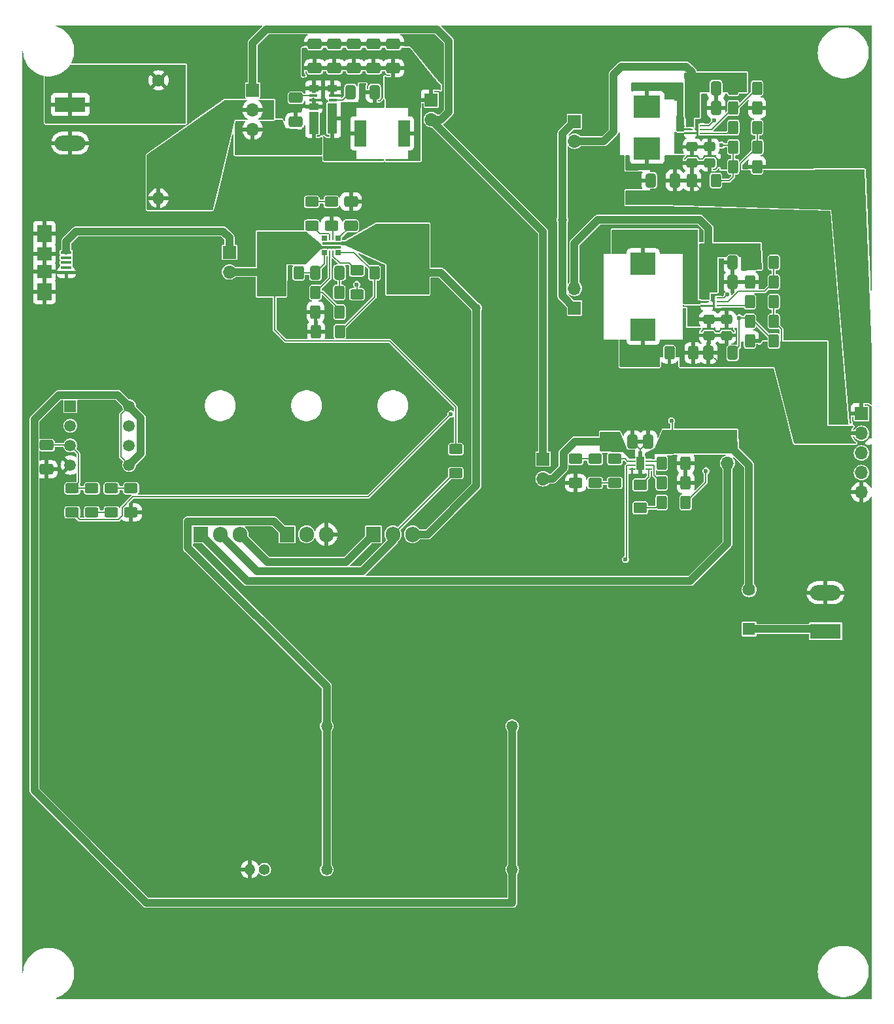
<source format=gbr>
%TF.GenerationSoftware,KiCad,Pcbnew,8.0.6*%
%TF.CreationDate,2025-01-20T17:22:48-07:00*%
%TF.ProjectId,PDU,5044552e-6b69-4636-9164-5f7063625858,rev?*%
%TF.SameCoordinates,Original*%
%TF.FileFunction,Copper,L1,Top*%
%TF.FilePolarity,Positive*%
%FSLAX46Y46*%
G04 Gerber Fmt 4.6, Leading zero omitted, Abs format (unit mm)*
G04 Created by KiCad (PCBNEW 8.0.6) date 2025-01-20 17:22:48*
%MOMM*%
%LPD*%
G01*
G04 APERTURE LIST*
G04 Aperture macros list*
%AMRoundRect*
0 Rectangle with rounded corners*
0 $1 Rounding radius*
0 $2 $3 $4 $5 $6 $7 $8 $9 X,Y pos of 4 corners*
0 Add a 4 corners polygon primitive as box body*
4,1,4,$2,$3,$4,$5,$6,$7,$8,$9,$2,$3,0*
0 Add four circle primitives for the rounded corners*
1,1,$1+$1,$2,$3*
1,1,$1+$1,$4,$5*
1,1,$1+$1,$6,$7*
1,1,$1+$1,$8,$9*
0 Add four rect primitives between the rounded corners*
20,1,$1+$1,$2,$3,$4,$5,0*
20,1,$1+$1,$4,$5,$6,$7,0*
20,1,$1+$1,$6,$7,$8,$9,0*
20,1,$1+$1,$8,$9,$2,$3,0*%
%AMFreePoly0*
4,1,5,0.300000,-0.325000,-0.300000,-0.325000,-0.300000,0.325000,0.300000,0.325000,0.300000,-0.325000,0.300000,-0.325000,$1*%
G04 Aperture macros list end*
%TA.AperFunction,ComponentPad*%
%ADD10C,1.498600*%
%TD*%
%TA.AperFunction,ComponentPad*%
%ADD11R,1.498600X1.498600*%
%TD*%
%TA.AperFunction,ComponentPad*%
%ADD12R,1.700000X1.700000*%
%TD*%
%TA.AperFunction,ComponentPad*%
%ADD13O,1.700000X1.700000*%
%TD*%
%TA.AperFunction,SMDPad,CuDef*%
%ADD14RoundRect,0.250000X0.400000X0.625000X-0.400000X0.625000X-0.400000X-0.625000X0.400000X-0.625000X0*%
%TD*%
%TA.AperFunction,SMDPad,CuDef*%
%ADD15RoundRect,0.250000X0.650000X-0.412500X0.650000X0.412500X-0.650000X0.412500X-0.650000X-0.412500X0*%
%TD*%
%TA.AperFunction,SMDPad,CuDef*%
%ADD16RoundRect,0.250000X-0.625000X0.400000X-0.625000X-0.400000X0.625000X-0.400000X0.625000X0.400000X0*%
%TD*%
%TA.AperFunction,ComponentPad*%
%ADD17C,1.473200*%
%TD*%
%TA.AperFunction,SMDPad,CuDef*%
%ADD18RoundRect,0.250000X-0.400000X-0.625000X0.400000X-0.625000X0.400000X0.625000X-0.400000X0.625000X0*%
%TD*%
%TA.AperFunction,ComponentPad*%
%ADD19R,1.905000X2.000000*%
%TD*%
%TA.AperFunction,ComponentPad*%
%ADD20O,1.905000X2.000000*%
%TD*%
%TA.AperFunction,SMDPad,CuDef*%
%ADD21R,3.500000X2.950000*%
%TD*%
%TA.AperFunction,ComponentPad*%
%ADD22R,1.625600X1.625600*%
%TD*%
%TA.AperFunction,ComponentPad*%
%ADD23C,1.625600*%
%TD*%
%TA.AperFunction,SMDPad,CuDef*%
%ADD24RoundRect,0.250000X-0.412500X-0.650000X0.412500X-0.650000X0.412500X0.650000X-0.412500X0.650000X0*%
%TD*%
%TA.AperFunction,SMDPad,CuDef*%
%ADD25RoundRect,0.250000X0.475000X-0.337500X0.475000X0.337500X-0.475000X0.337500X-0.475000X-0.337500X0*%
%TD*%
%TA.AperFunction,SMDPad,CuDef*%
%ADD26RoundRect,0.250000X-0.650000X0.412500X-0.650000X-0.412500X0.650000X-0.412500X0.650000X0.412500X0*%
%TD*%
%TA.AperFunction,SMDPad,CuDef*%
%ADD27RoundRect,0.250000X0.625000X-0.400000X0.625000X0.400000X-0.625000X0.400000X-0.625000X-0.400000X0*%
%TD*%
%TA.AperFunction,SMDPad,CuDef*%
%ADD28FreePoly0,90.000000*%
%TD*%
%TA.AperFunction,SMDPad,CuDef*%
%ADD29R,0.249999X0.599999*%
%TD*%
%TA.AperFunction,SMDPad,CuDef*%
%ADD30R,2.400000X0.299999*%
%TD*%
%TA.AperFunction,SMDPad,CuDef*%
%ADD31RoundRect,0.250000X0.412500X0.650000X-0.412500X0.650000X-0.412500X-0.650000X0.412500X-0.650000X0*%
%TD*%
%TA.AperFunction,SMDPad,CuDef*%
%ADD32R,0.609600X0.279400*%
%TD*%
%TA.AperFunction,ComponentPad*%
%ADD33R,3.960000X1.980000*%
%TD*%
%TA.AperFunction,ComponentPad*%
%ADD34O,3.960000X1.980000*%
%TD*%
%TA.AperFunction,ComponentPad*%
%ADD35C,1.400000*%
%TD*%
%TA.AperFunction,ComponentPad*%
%ADD36O,1.400000X1.400000*%
%TD*%
%TA.AperFunction,SMDPad,CuDef*%
%ADD37R,0.806066X0.256842*%
%TD*%
%TA.AperFunction,SMDPad,CuDef*%
%ADD38R,1.000000X1.699999*%
%TD*%
%TA.AperFunction,SMDPad,CuDef*%
%ADD39R,1.400000X0.400000*%
%TD*%
%TA.AperFunction,SMDPad,CuDef*%
%ADD40R,1.900000X2.300000*%
%TD*%
%TA.AperFunction,SMDPad,CuDef*%
%ADD41R,1.900000X1.800000*%
%TD*%
%TA.AperFunction,SMDPad,CuDef*%
%ADD42RoundRect,0.250001X-0.624999X0.462499X-0.624999X-0.462499X0.624999X-0.462499X0.624999X0.462499X0*%
%TD*%
%TA.AperFunction,SMDPad,CuDef*%
%ADD43R,1.574800X3.429000*%
%TD*%
%TA.AperFunction,ComponentPad*%
%ADD44C,1.600000*%
%TD*%
%TA.AperFunction,ComponentPad*%
%ADD45O,1.600000X1.600000*%
%TD*%
%TA.AperFunction,SMDPad,CuDef*%
%ADD46R,1.041400X0.330200*%
%TD*%
%TA.AperFunction,SMDPad,CuDef*%
%ADD47R,1.219200X0.812800*%
%TD*%
%TA.AperFunction,SMDPad,CuDef*%
%ADD48R,1.219200X2.870200*%
%TD*%
%TA.AperFunction,SMDPad,CuDef*%
%ADD49R,1.219200X3.962400*%
%TD*%
%TA.AperFunction,SMDPad,CuDef*%
%ADD50R,1.213000X0.962000*%
%TD*%
%TA.AperFunction,SMDPad,CuDef*%
%ADD51R,0.625000X1.038000*%
%TD*%
%TA.AperFunction,SMDPad,CuDef*%
%ADD52R,3.251200X2.921000*%
%TD*%
%TA.AperFunction,ViaPad*%
%ADD53C,0.600000*%
%TD*%
%TA.AperFunction,ViaPad*%
%ADD54C,1.200000*%
%TD*%
%TA.AperFunction,Conductor*%
%ADD55C,0.200000*%
%TD*%
%TA.AperFunction,Conductor*%
%ADD56C,1.000000*%
%TD*%
G04 APERTURE END LIST*
D10*
%TO.P,U2,8,VDD*%
%TO.N,+5V*%
X111189381Y-78777000D03*
%TO.P,U2,7,VOUTB*%
%TO.N,unconnected-(U2-VOUTB-Pad7)*%
X111189381Y-81317000D03*
%TO.P,U2,6,VINB-*%
%TO.N,GND*%
X111189381Y-83857000D03*
%TO.P,U2,5,VINB+*%
%TO.N,+5V*%
X111189381Y-86397000D03*
%TO.P,U2,4,VSS*%
%TO.N,GND*%
X103569381Y-86397000D03*
%TO.P,U2,3,VINA+*%
%TO.N,/VBAT_Monitor/VINA+*%
X103569381Y-83857000D03*
%TO.P,U2,2,VINA-*%
%TO.N,/VBAT_SENSE*%
X103569381Y-81317000D03*
D11*
%TO.P,U2,1,VOUTA*%
X103569381Y-78777000D03*
%TD*%
D12*
%TO.P,J12,1,Pin_1*%
%TO.N,+5V*%
X205994000Y-79756000D03*
D13*
%TO.P,J12,2,Pin_2*%
%TO.N,+3.3V*%
X205994000Y-82296000D03*
%TO.P,J12,3,Pin_3*%
%TO.N,/VBAT_SENSE*%
X205994000Y-84836000D03*
%TO.P,J12,4,Pin_4*%
%TO.N,/PWM_HEATER*%
X205994000Y-87376000D03*
%TO.P,J12,5,Pin_5*%
%TO.N,GND*%
X205994000Y-89916000D03*
%TD*%
D14*
%TO.P,R9,1*%
%TO.N,/Converters/VIN*%
X146055383Y-61515001D03*
%TO.P,R9,2*%
%TO.N,Net-(U5-PGTH)*%
X142955383Y-61515001D03*
%TD*%
D12*
%TO.P,J7,1,Pin_1*%
%TO.N,/NiMH Charger/OUT*%
X188659381Y-83598000D03*
D13*
%TO.P,J7,2,Pin_2*%
%TO.N,Net-(J7-Pin_2)*%
X188659381Y-86138000D03*
%TD*%
D12*
%TO.P,J5,1,Pin_1*%
%TO.N,Net-(J5-Pin_1)*%
X150305381Y-39153000D03*
D13*
%TO.P,J5,2,Pin_2*%
%TO.N,/MPPT/MPPT_OUT*%
X150305381Y-41693000D03*
%TD*%
D15*
%TO.P,C10,1*%
%TO.N,Net-(U5-dVdt)*%
X139907383Y-55431501D03*
%TO.P,C10,2*%
%TO.N,GND*%
X139907383Y-52306501D03*
%TD*%
D16*
%TO.P,R33,1*%
%TO.N,Net-(U6-ISET)*%
X174069381Y-85609000D03*
%TO.P,R33,2*%
%TO.N,Net-(R32-Pad1)*%
X174069381Y-88709000D03*
%TD*%
D17*
%TO.P,R2,1*%
%TO.N,+5V*%
X160781384Y-138721000D03*
%TO.P,R2,2*%
%TO.N,Net-(Q2-D)*%
X136781383Y-138721000D03*
%TD*%
D18*
%TO.P,R20,1*%
%TO.N,Net-(U1-PG)*%
X189395381Y-42709000D03*
%TO.P,R20,2*%
%TO.N,+5V*%
X192495381Y-42709000D03*
%TD*%
D15*
%TO.P,C17,1*%
%TO.N,Net-(J5-Pin_1)*%
X137769263Y-35046492D03*
%TO.P,C17,2*%
%TO.N,GND*%
X137769263Y-31921492D03*
%TD*%
D19*
%TO.P,Q1,1,D*%
%TO.N,Net-(J7-Pin_2)*%
X120449381Y-95373000D03*
D20*
%TO.P,Q1,2,G*%
%TO.N,Net-(Q1-G)*%
X122989381Y-95373000D03*
%TO.P,Q1,3,S*%
%TO.N,Net-(Q1-S)*%
X125529381Y-95373000D03*
%TD*%
D21*
%TO.P,L1,1,1*%
%TO.N,Net-(U1-SW)*%
X178245381Y-39984000D03*
%TO.P,L1,2,2*%
%TO.N,+5V*%
X178245381Y-45434000D03*
%TD*%
D18*
%TO.P,R26,1*%
%TO.N,Net-(U9-FB)*%
X191543381Y-67816900D03*
%TO.P,R26,2*%
%TO.N,+3.3V*%
X194643381Y-67816900D03*
%TD*%
D22*
%TO.P,F1,1,1*%
%TO.N,/2S2P Battery Pack/VBATT+*%
X191453381Y-107606000D03*
D23*
%TO.P,F1,2,2*%
%TO.N,/NiMH Charger/OUT*%
X191453381Y-102526000D03*
%TD*%
D15*
%TO.P,C18,1*%
%TO.N,Net-(J5-Pin_1)*%
X135229263Y-35046492D03*
%TO.P,C18,2*%
%TO.N,GND*%
X135229263Y-31921492D03*
%TD*%
D24*
%TO.P,C4,1*%
%TO.N,/NiMH Charger/IN*%
X173230381Y-83349000D03*
%TO.P,C4,2*%
%TO.N,GND*%
X176355381Y-83349000D03*
%TD*%
D17*
%TO.P,R4,1*%
%TO.N,+5V*%
X160781382Y-120179000D03*
%TO.P,R4,2*%
%TO.N,Net-(Q2-D)*%
X136781381Y-120179000D03*
%TD*%
D25*
%TO.P,C21,1*%
%TO.N,+5V*%
X186373381Y-47302500D03*
%TO.P,C21,2*%
%TO.N,GND*%
X186373381Y-45227500D03*
%TD*%
D18*
%TO.P,R21,1*%
%TO.N,Net-(U1-FB)*%
X189421381Y-45249000D03*
%TO.P,R21,2*%
%TO.N,+5V*%
X192521381Y-45249000D03*
%TD*%
D26*
%TO.P,C11,1*%
%TO.N,/VBAT_Monitor/VINA+*%
X100521381Y-83818500D03*
%TO.P,C11,2*%
%TO.N,GND*%
X100521381Y-86943500D03*
%TD*%
D18*
%TO.P,R14,1*%
%TO.N,Net-(U6-TMR)*%
X180139381Y-88683000D03*
%TO.P,R14,2*%
%TO.N,GND*%
X183239381Y-88683000D03*
%TD*%
D12*
%TO.P,J9,1,Pin_1*%
%TO.N,/Converters/VIN*%
X168847381Y-41947000D03*
D13*
%TO.P,J9,2,Pin_2*%
%TO.N,Net-(J9-Pin_2)*%
X168847381Y-44487000D03*
%TD*%
D27*
%TO.P,R32,1*%
%TO.N,Net-(R32-Pad1)*%
X171529381Y-88709000D03*
%TO.P,R32,2*%
%TO.N,Net-(R12-Pad1)*%
X171529381Y-85609000D03*
%TD*%
D28*
%TO.P,U5,1,EN_UVLO*%
%TO.N,Net-(U5-EN_UVLO)*%
X136498982Y-58876028D03*
D29*
%TO.P,U5,2,OVLO*%
%TO.N,Net-(U5-OVLO)*%
X137154384Y-58871004D03*
%TO.P,U5,3,PG*%
%TO.N,Net-(U5-PG)*%
X137604386Y-58871004D03*
D28*
%TO.P,U5,4,PGTH*%
%TO.N,Net-(U5-PGTH)*%
X138255933Y-58871002D03*
D30*
%TO.P,U5,5,IN*%
%TO.N,/Ideal Diode/IN*%
X137379385Y-58221003D03*
%TO.P,U5,6,OUT*%
%TO.N,/Converters/VIN*%
X137379385Y-57721003D03*
D28*
%TO.P,U5,7,dVdt*%
%TO.N,Net-(U5-dVdt)*%
X138256771Y-57072737D03*
D29*
%TO.P,U5,8,GND*%
%TO.N,GND*%
X137604386Y-57071002D03*
%TO.P,U5,9,IMON*%
%TO.N,Net-(U5-IMON)*%
X137154384Y-57071002D03*
D28*
%TO.P,U5,10,NC*%
%TO.N,unconnected-(U5-NC-Pad10)*%
X136504512Y-57070499D03*
%TD*%
D24*
%TO.P,C24,1*%
%TO.N,+3.3V*%
X186196881Y-71880900D03*
%TO.P,C24,2*%
%TO.N,Net-(U9-FB)*%
X189321881Y-71880900D03*
%TD*%
D27*
%TO.P,R30,1*%
%TO.N,Net-(R17-Pad2)*%
X108903381Y-92519000D03*
%TO.P,R30,2*%
%TO.N,Net-(R30-Pad2)*%
X108903381Y-89419000D03*
%TD*%
D14*
%TO.P,R28,1*%
%TO.N,Net-(R28-Pad1)*%
X138396883Y-64055001D03*
%TO.P,R28,2*%
%TO.N,Net-(U5-OVLO)*%
X135296883Y-64055001D03*
%TD*%
D31*
%TO.P,C5,1*%
%TO.N,/NiMH Charger/OUT*%
X181512381Y-83349000D03*
%TO.P,C5,2*%
%TO.N,GND*%
X178387381Y-83349000D03*
%TD*%
D19*
%TO.P,Q2,1,D*%
%TO.N,Net-(Q2-D)*%
X131625381Y-95373000D03*
D20*
%TO.P,Q2,2,G*%
%TO.N,/PWM_HEATER*%
X134165381Y-95373000D03*
%TO.P,Q2,3,S*%
%TO.N,GND*%
X136705381Y-95373000D03*
%TD*%
D27*
%TO.P,R8,1*%
%TO.N,Net-(U5-IMON)*%
X134827383Y-55419001D03*
%TO.P,R8,2*%
%TO.N,Net-(R29-Pad1)*%
X134827383Y-52319001D03*
%TD*%
D32*
%TO.P,U1,1,VIN*%
%TO.N,Net-(J9-Pin_2)*%
X183846081Y-42470748D03*
%TO.P,U1,2,SW*%
%TO.N,Net-(U1-SW)*%
X183846081Y-42970874D03*
%TO.P,U1,3,GND*%
%TO.N,GND*%
X183846081Y-43471000D03*
%TO.P,U1,4,PG*%
%TO.N,Net-(U1-PG)*%
X185344681Y-43471000D03*
%TO.P,U1,5,EN*%
%TO.N,Net-(U1-EN)*%
X185344681Y-42970874D03*
%TO.P,U1,6,FB*%
%TO.N,Net-(U1-FB)*%
X185344681Y-42470748D03*
%TD*%
D26*
%TO.P,C12,1*%
%TO.N,Net-(U8-VCC)*%
X132779381Y-38860500D03*
%TO.P,C12,2*%
%TO.N,GND*%
X132779381Y-41985500D03*
%TD*%
D14*
%TO.P,R22,1*%
%TO.N,GND*%
X192495381Y-47789000D03*
%TO.P,R22,2*%
%TO.N,Net-(U1-FB)*%
X189395381Y-47789000D03*
%TD*%
D15*
%TO.P,C14,1*%
%TO.N,Net-(J5-Pin_1)*%
X145389263Y-35046492D03*
%TO.P,C14,2*%
%TO.N,GND*%
X145389263Y-31921492D03*
%TD*%
D33*
%TO.P,J3,1,Pin_1*%
%TO.N,Net-(J3-Pin_1)*%
X103569381Y-39741000D03*
D34*
%TO.P,J3,2,Pin_2*%
%TO.N,GND*%
X103569381Y-44741000D03*
%TD*%
D16*
%TO.P,R3,1*%
%TO.N,/Ideal Diode/IN*%
X153469381Y-84339000D03*
%TO.P,R3,2*%
%TO.N,Net-(Q1-G)*%
X153469381Y-87439000D03*
%TD*%
D35*
%TO.P,TH1,1*%
%TO.N,Net-(U6-TS)*%
X128715381Y-138721000D03*
D36*
%TO.P,TH1,2*%
%TO.N,GND*%
X126815381Y-138721000D03*
%TD*%
D27*
%TO.P,R16,1*%
%TO.N,/NiMH Charger/OUT*%
X103823381Y-92519000D03*
%TO.P,R16,2*%
%TO.N,/VBAT_Monitor/VINA+*%
X103823381Y-89419000D03*
%TD*%
D18*
%TO.P,R27,1*%
%TO.N,GND*%
X191569381Y-70356900D03*
%TO.P,R27,2*%
%TO.N,Net-(U9-FB)*%
X194669381Y-70356900D03*
%TD*%
%TO.P,R13,1*%
%TO.N,Net-(U6-VSET)*%
X180139381Y-86143000D03*
%TO.P,R13,2*%
%TO.N,GND*%
X183239381Y-86143000D03*
%TD*%
D37*
%TO.P,U6,1,IN*%
%TO.N,/NiMH Charger/IN*%
X176318348Y-85393002D03*
%TO.P,U6,2,ISET*%
%TO.N,Net-(U6-ISET)*%
X176318348Y-85893000D03*
%TO.P,U6,3,TS*%
%TO.N,Net-(U6-TS)*%
X176318348Y-86393000D03*
%TO.P,U6,4,GND*%
%TO.N,GND*%
X176318348Y-86893001D03*
%TO.P,U6,5,STAT*%
%TO.N,Net-(D1-K)*%
X178424414Y-86893001D03*
%TO.P,U6,6,TMR*%
%TO.N,Net-(U6-TMR)*%
X178424414Y-86393000D03*
%TO.P,U6,7,VSET*%
%TO.N,Net-(U6-VSET)*%
X178424414Y-85893000D03*
%TO.P,U6,8,OUT*%
%TO.N,/NiMH Charger/OUT*%
X178424414Y-85393002D03*
D38*
%TO.P,U6,9,Thermal_Pad*%
%TO.N,GND*%
X177371381Y-86143000D03*
%TD*%
D24*
%TO.P,C22,1*%
%TO.N,Net-(J8-Pin_2)*%
X186196881Y-62736900D03*
%TO.P,C22,2*%
%TO.N,GND*%
X189321881Y-62736900D03*
%TD*%
D25*
%TO.P,C19,1*%
%TO.N,+5V*%
X184087381Y-47302500D03*
%TO.P,C19,2*%
%TO.N,GND*%
X184087381Y-45227500D03*
%TD*%
D12*
%TO.P,J8,1,Pin_1*%
%TO.N,/Converters/VIN*%
X168847381Y-66082000D03*
D13*
%TO.P,J8,2,Pin_2*%
%TO.N,Net-(J8-Pin_2)*%
X168847381Y-63542000D03*
%TD*%
D18*
%TO.P,R19,1*%
%TO.N,Net-(U1-EN)*%
X189395381Y-40169000D03*
%TO.P,R19,2*%
%TO.N,GND*%
X192495381Y-40169000D03*
%TD*%
%TO.P,C3,1*%
%TO.N,+5V*%
X184061381Y-49567000D03*
%TO.P,C3,2*%
%TO.N,Net-(U1-FB)*%
X187161381Y-49567000D03*
%TD*%
D16*
%TO.P,R17,1*%
%TO.N,/VBAT_Monitor/VINA+*%
X106363381Y-89419000D03*
%TO.P,R17,2*%
%TO.N,Net-(R17-Pad2)*%
X106363381Y-92519000D03*
%TD*%
D18*
%TO.P,R1,1*%
%TO.N,Net-(J9-Pin_2)*%
X189395381Y-37629000D03*
%TO.P,R1,2*%
%TO.N,Net-(U1-EN)*%
X192495381Y-37629000D03*
%TD*%
D39*
%TO.P,J2,1,VBUS*%
%TO.N,/MPPT/MPPT_OUT*%
X103061381Y-58905000D03*
%TO.P,J2,2,D-*%
%TO.N,unconnected-(J2-D--Pad2)*%
X103061381Y-59555000D03*
%TO.P,J2,3,D+*%
%TO.N,unconnected-(J2-D+-Pad3)*%
X103061381Y-60205000D03*
%TO.P,J2,4,ID*%
%TO.N,unconnected-(J2-ID-Pad4)*%
X103061381Y-60855000D03*
%TO.P,J2,5,GND*%
%TO.N,GND*%
X103061381Y-61505000D03*
D40*
%TO.P,J2,6,Shield*%
X100211381Y-56455000D03*
D41*
X100211381Y-59055000D03*
X100211381Y-61355000D03*
D40*
X100211381Y-63955000D03*
%TD*%
D27*
%TO.P,R11,1*%
%TO.N,+3.3V*%
X140669383Y-64309001D03*
%TO.P,R11,2*%
%TO.N,Net-(U5-PG)*%
X140669383Y-61209001D03*
%TD*%
D25*
%TO.P,C26,1*%
%TO.N,+3.3V*%
X188521381Y-69616400D03*
%TO.P,C26,2*%
%TO.N,GND*%
X188521381Y-67541400D03*
%TD*%
D18*
%TO.P,R23,1*%
%TO.N,Net-(J8-Pin_2)*%
X191543381Y-60196900D03*
%TO.P,R23,2*%
%TO.N,Net-(U9-EN)*%
X194643381Y-60196900D03*
%TD*%
D42*
%TO.P,D1,1,K*%
%TO.N,Net-(D1-K)*%
X177371381Y-88973500D03*
%TO.P,D1,2,A*%
%TO.N,Net-(D1-A)*%
X177371381Y-91948500D03*
%TD*%
D25*
%TO.P,C25,1*%
%TO.N,+3.3V*%
X186235381Y-69616400D03*
%TO.P,C25,2*%
%TO.N,GND*%
X186235381Y-67541400D03*
%TD*%
D14*
%TO.P,R24,1*%
%TO.N,Net-(U9-EN)*%
X194643381Y-62736900D03*
%TO.P,R24,2*%
%TO.N,GND*%
X191543381Y-62736900D03*
%TD*%
D12*
%TO.P,J6,1,Pin_1*%
%TO.N,/MPPT/MPPT_OUT*%
X164783381Y-85630000D03*
D13*
%TO.P,J6,2,Pin_2*%
%TO.N,/NiMH Charger/IN*%
X164783381Y-88170000D03*
%TD*%
D18*
%TO.P,R25,1*%
%TO.N,Net-(U9-PG)*%
X191543381Y-65276900D03*
%TO.P,R25,2*%
%TO.N,+3.3V*%
X194643381Y-65276900D03*
%TD*%
D33*
%TO.P,J11,1,Pin_1*%
%TO.N,/2S2P Battery Pack/VBATT+*%
X201359381Y-107907000D03*
D34*
%TO.P,J11,2,Pin_2*%
%TO.N,GND*%
X201359381Y-102907000D03*
%TD*%
D43*
%TO.P,L2,1,1*%
%TO.N,Net-(U8-OUT)*%
X141123281Y-43471000D03*
%TO.P,L2,2,2*%
%TO.N,Net-(J5-Pin_1)*%
X146787481Y-43471000D03*
%TD*%
D14*
%TO.P,C27,1*%
%TO.N,+3.3V*%
X184229381Y-71880900D03*
%TO.P,C27,2*%
%TO.N,GND*%
X181129381Y-71880900D03*
%TD*%
D16*
%TO.P,R31,1*%
%TO.N,Net-(R30-Pad2)*%
X111443381Y-89419000D03*
%TO.P,R31,2*%
%TO.N,GND*%
X111443381Y-92519000D03*
%TD*%
D44*
%TO.P,R18,1*%
%TO.N,Net-(J3-Pin_1)*%
X114999381Y-36613000D03*
D45*
%TO.P,R18,2*%
%TO.N,Net-(J4-Pin_2)*%
X114999381Y-51853000D03*
%TD*%
D46*
%TO.P,U8,1,VCC*%
%TO.N,Net-(U8-VCC)*%
X134995382Y-38553001D03*
%TO.P,U8,2,PV-*%
%TO.N,GND*%
X134995382Y-39153000D03*
D47*
%TO.P,U8,3,PV-*%
X135085381Y-40011609D03*
D48*
%TO.P,U8,4,PV+*%
%TO.N,/MPPT/PV+*%
X135085372Y-42119897D03*
D49*
%TO.P,U8,5,OUT*%
%TO.N,Net-(U8-OUT)*%
X137515263Y-41573492D03*
D46*
%TO.P,U8,6,VBST*%
%TO.N,Net-(U8-VBST)*%
X137605381Y-39153000D03*
%TO.P,U8,7,PV-*%
%TO.N,GND*%
X137605381Y-38553001D03*
D50*
%TO.P,U8,8,PV-*%
X137518881Y-37620109D03*
D51*
%TO.P,U8,9,PV-*%
X136300381Y-37674008D03*
D50*
%TO.P,U8,10,PV-*%
X135081881Y-37620109D03*
%TD*%
D18*
%TO.P,R15,1*%
%TO.N,Net-(D1-A)*%
X180139381Y-91223000D03*
%TO.P,R15,2*%
%TO.N,+3.3V*%
X183239381Y-91223000D03*
%TD*%
D24*
%TO.P,C1,1*%
%TO.N,Net-(J9-Pin_2)*%
X184048881Y-40169000D03*
%TO.P,C1,2*%
%TO.N,GND*%
X187173881Y-40169000D03*
%TD*%
%TO.P,C2,1*%
%TO.N,Net-(J9-Pin_2)*%
X184048881Y-37629000D03*
%TO.P,C2,2*%
%TO.N,GND*%
X187173881Y-37629000D03*
%TD*%
D16*
%TO.P,R29,1*%
%TO.N,Net-(R29-Pad1)*%
X137367383Y-52319001D03*
%TO.P,R29,2*%
%TO.N,GND*%
X137367383Y-55419001D03*
%TD*%
D18*
%TO.P,R5,1*%
%TO.N,/Ideal Diode/IN*%
X130039883Y-61515001D03*
%TO.P,R5,2*%
%TO.N,Net-(U5-EN_UVLO)*%
X133139883Y-61515001D03*
%TD*%
D15*
%TO.P,C16,1*%
%TO.N,Net-(J5-Pin_1)*%
X140309263Y-35046492D03*
%TO.P,C16,2*%
%TO.N,GND*%
X140309263Y-31921492D03*
%TD*%
D32*
%TO.P,U9,1,VIN*%
%TO.N,Net-(J8-Pin_2)*%
X185981381Y-64784648D03*
%TO.P,U9,2,SW*%
%TO.N,Net-(U9-SW)*%
X185981381Y-65284774D03*
%TO.P,U9,3,GND*%
%TO.N,GND*%
X185981381Y-65784900D03*
%TO.P,U9,4,PG*%
%TO.N,Net-(U9-PG)*%
X187479981Y-65784900D03*
%TO.P,U9,5,EN*%
%TO.N,Net-(U9-EN)*%
X187479981Y-65284774D03*
%TO.P,U9,6,FB*%
%TO.N,Net-(U9-FB)*%
X187479981Y-64784648D03*
%TD*%
D24*
%TO.P,R6,1*%
%TO.N,Net-(U5-EN_UVLO)*%
X135296883Y-61515001D03*
%TO.P,R6,2*%
%TO.N,Net-(R28-Pad1)*%
X138421883Y-61515001D03*
%TD*%
D12*
%TO.P,J4,1,Pin_1*%
%TO.N,/MPPT/MPPT_OUT*%
X127191381Y-37883000D03*
D13*
%TO.P,J4,2,Pin_2*%
%TO.N,Net-(J4-Pin_2)*%
X127191381Y-40423000D03*
%TO.P,J4,3,Pin_3*%
%TO.N,/MPPT/PV+*%
X127191381Y-42963000D03*
%TD*%
D24*
%TO.P,C23,1*%
%TO.N,Net-(J8-Pin_2)*%
X186196881Y-60196900D03*
%TO.P,C23,2*%
%TO.N,GND*%
X189321881Y-60196900D03*
%TD*%
D14*
%TO.P,R7,1*%
%TO.N,Net-(U5-OVLO)*%
X138421883Y-66595001D03*
%TO.P,R7,2*%
%TO.N,GND*%
X135321883Y-66595001D03*
%TD*%
%TO.P,R10,1*%
%TO.N,Net-(U5-PGTH)*%
X138473883Y-69135001D03*
%TO.P,R10,2*%
%TO.N,GND*%
X135373883Y-69135001D03*
%TD*%
D31*
%TO.P,C20,1*%
%TO.N,+5V*%
X181839881Y-49567000D03*
%TO.P,C20,2*%
%TO.N,GND*%
X178714881Y-49567000D03*
%TD*%
D52*
%TO.P,L3,2,2*%
%TO.N,+3.3V*%
X177737381Y-68871000D03*
%TO.P,L3,1,1*%
%TO.N,Net-(U9-SW)*%
X177737381Y-60311200D03*
%TD*%
D16*
%TO.P,R12,1*%
%TO.N,Net-(R12-Pad1)*%
X168989381Y-85609000D03*
%TO.P,R12,2*%
%TO.N,GND*%
X168989381Y-88709000D03*
%TD*%
D24*
%TO.P,C13,1*%
%TO.N,Net-(U8-VBST)*%
X139852881Y-38137000D03*
%TO.P,C13,2*%
%TO.N,Net-(U8-OUT)*%
X142977881Y-38137000D03*
%TD*%
D15*
%TO.P,C15,1*%
%TO.N,Net-(J5-Pin_1)*%
X142849263Y-35046492D03*
%TO.P,C15,2*%
%TO.N,GND*%
X142849263Y-31921492D03*
%TD*%
D19*
%TO.P,Q3,1,D*%
%TO.N,Net-(Q1-S)*%
X142801381Y-95373000D03*
D20*
%TO.P,Q3,2,G*%
%TO.N,Net-(Q1-G)*%
X145341381Y-95373000D03*
%TO.P,Q3,3,S*%
%TO.N,/Converters/VIN*%
X147881381Y-95373000D03*
%TD*%
D12*
%TO.P,J10,1,Pin_1*%
%TO.N,/MPPT/MPPT_OUT*%
X124185383Y-58866001D03*
D13*
%TO.P,J10,2,Pin_2*%
%TO.N,/Ideal Diode/IN*%
X124185383Y-61406001D03*
%TD*%
D53*
%TO.N,GND*%
X192761481Y-70356900D03*
X204404000Y-144968000D03*
X204404000Y-140968000D03*
X204404000Y-136968000D03*
X204404000Y-132968000D03*
X204404000Y-128968000D03*
X204404000Y-124968000D03*
X204404000Y-120968000D03*
X204404000Y-116968000D03*
X204404000Y-112968000D03*
X204404000Y-108968000D03*
X204404000Y-104968000D03*
X204404000Y-100968000D03*
X204404000Y-96968000D03*
X204404000Y-92968000D03*
X204404000Y-84968000D03*
X204404000Y-44968000D03*
X204404000Y-40968000D03*
X204404000Y-36968000D03*
X200404000Y-148968000D03*
X200404000Y-144968000D03*
X200404000Y-140968000D03*
X200404000Y-136968000D03*
X200404000Y-132968000D03*
X200404000Y-128968000D03*
X200404000Y-124968000D03*
X200404000Y-120968000D03*
X200404000Y-116968000D03*
X200404000Y-112968000D03*
X200404000Y-104968000D03*
X200404000Y-100968000D03*
X200404000Y-96968000D03*
X200404000Y-84968000D03*
X200404000Y-68968000D03*
X200404000Y-64968000D03*
X200404000Y-60968000D03*
X200404000Y-56968000D03*
X200404000Y-44968000D03*
X200404000Y-40968000D03*
X200404000Y-36968000D03*
X196404000Y-152968000D03*
X196404000Y-148968000D03*
X196404000Y-144968000D03*
X196404000Y-140968000D03*
X196404000Y-136968000D03*
X196404000Y-132968000D03*
X196404000Y-128968000D03*
X196404000Y-124968000D03*
X196404000Y-120968000D03*
X196404000Y-116968000D03*
X196404000Y-112968000D03*
X196404000Y-108968000D03*
X196404000Y-104968000D03*
X196404000Y-100968000D03*
X196404000Y-92968000D03*
X196404000Y-68968000D03*
X196404000Y-64968000D03*
X196404000Y-60968000D03*
X196404000Y-56968000D03*
X196404000Y-44968000D03*
X196404000Y-40968000D03*
X196404000Y-36968000D03*
X196404000Y-32968000D03*
X192404000Y-152968000D03*
X192404000Y-148968000D03*
X192404000Y-144968000D03*
X192404000Y-140968000D03*
X192404000Y-136968000D03*
X192404000Y-132968000D03*
X192404000Y-128968000D03*
X192404000Y-124968000D03*
X192404000Y-120968000D03*
X192404000Y-116968000D03*
X192404000Y-112968000D03*
X192404000Y-108968000D03*
X192404000Y-104968000D03*
X192404000Y-80968000D03*
X192404000Y-76968000D03*
X192404000Y-56968000D03*
X192404000Y-32968000D03*
X188404000Y-152968000D03*
X188404000Y-148968000D03*
X188404000Y-144968000D03*
X188404000Y-140968000D03*
X188404000Y-136968000D03*
X188404000Y-132968000D03*
X188404000Y-128968000D03*
X188404000Y-124968000D03*
X188404000Y-120968000D03*
X188404000Y-116968000D03*
X188404000Y-112968000D03*
X188404000Y-108968000D03*
X188404000Y-104968000D03*
X188404000Y-100968000D03*
X188404000Y-80968000D03*
X188404000Y-76968000D03*
X188404000Y-56968000D03*
X188404000Y-32968000D03*
X184404000Y-152968000D03*
X184404000Y-148968000D03*
X184404000Y-144968000D03*
X184404000Y-140968000D03*
X184404000Y-136968000D03*
X184404000Y-132968000D03*
X184404000Y-128968000D03*
X184404000Y-124968000D03*
X184404000Y-120968000D03*
X184404000Y-116968000D03*
X184404000Y-112968000D03*
X184404000Y-108968000D03*
X184404000Y-104968000D03*
X184404000Y-92968000D03*
X184404000Y-80968000D03*
X184404000Y-76968000D03*
X184404000Y-32968000D03*
X180404000Y-152968000D03*
X180404000Y-148968000D03*
X180404000Y-144968000D03*
X180404000Y-140968000D03*
X180404000Y-136968000D03*
X180404000Y-132968000D03*
X180404000Y-128968000D03*
X180404000Y-124968000D03*
X180404000Y-120968000D03*
X180404000Y-116968000D03*
X180404000Y-112968000D03*
X180404000Y-108968000D03*
X180404000Y-104968000D03*
X180404000Y-92968000D03*
X180404000Y-76968000D03*
X180404000Y-32968000D03*
X176404000Y-152968000D03*
X176404000Y-148968000D03*
X176404000Y-144968000D03*
X176404000Y-140968000D03*
X176404000Y-136968000D03*
X176404000Y-132968000D03*
X176404000Y-128968000D03*
X176404000Y-124968000D03*
X176404000Y-120968000D03*
X176404000Y-116968000D03*
X176404000Y-112968000D03*
X176404000Y-108968000D03*
X176404000Y-104968000D03*
X176404000Y-80968000D03*
X176404000Y-76968000D03*
X176404000Y-32968000D03*
X172404000Y-152968000D03*
X172404000Y-148968000D03*
X172404000Y-144968000D03*
X172404000Y-140968000D03*
X172404000Y-136968000D03*
X172404000Y-132968000D03*
X172404000Y-128968000D03*
X172404000Y-124968000D03*
X172404000Y-120968000D03*
X172404000Y-116968000D03*
X172404000Y-112968000D03*
X172404000Y-108968000D03*
X172404000Y-104968000D03*
X172404000Y-92968000D03*
X172404000Y-80968000D03*
X172404000Y-76968000D03*
X172404000Y-72968000D03*
X172404000Y-56968000D03*
X172404000Y-52968000D03*
X172404000Y-48968000D03*
X172404000Y-40968000D03*
X172404000Y-36968000D03*
X172404000Y-32968000D03*
X168404000Y-152968000D03*
X168404000Y-148968000D03*
X168404000Y-144968000D03*
X168404000Y-140968000D03*
X168404000Y-136968000D03*
X168404000Y-132968000D03*
X168404000Y-128968000D03*
X168404000Y-124968000D03*
X168404000Y-120968000D03*
X168404000Y-116968000D03*
X168404000Y-112968000D03*
X168404000Y-108968000D03*
X168404000Y-104968000D03*
X168404000Y-92968000D03*
X168404000Y-80968000D03*
X168404000Y-76968000D03*
X168404000Y-72968000D03*
X168404000Y-48968000D03*
X168404000Y-36968000D03*
X168404000Y-32968000D03*
X164404000Y-152968000D03*
X164404000Y-148968000D03*
X164404000Y-144968000D03*
X164404000Y-140968000D03*
X164404000Y-136968000D03*
X164404000Y-132968000D03*
X164404000Y-128968000D03*
X164404000Y-124968000D03*
X164404000Y-120968000D03*
X164404000Y-116968000D03*
X164404000Y-112968000D03*
X164404000Y-108968000D03*
X164404000Y-104968000D03*
X164404000Y-92968000D03*
X164404000Y-52968000D03*
X164404000Y-48968000D03*
X164404000Y-44968000D03*
X164404000Y-40968000D03*
X164404000Y-36968000D03*
X164404000Y-32968000D03*
X160404000Y-152968000D03*
X160404000Y-148968000D03*
X160404000Y-144968000D03*
X160404000Y-116968000D03*
X160404000Y-112968000D03*
X160404000Y-108968000D03*
X160404000Y-104968000D03*
X160404000Y-92968000D03*
X160404000Y-84968000D03*
X160404000Y-80968000D03*
X160404000Y-76968000D03*
X160404000Y-72968000D03*
X160404000Y-64968000D03*
X160404000Y-56968000D03*
X160404000Y-48968000D03*
X160404000Y-44968000D03*
X160404000Y-40968000D03*
X160404000Y-36968000D03*
X160404000Y-32968000D03*
X156404000Y-152968000D03*
X156404000Y-148968000D03*
X156404000Y-144968000D03*
X156404000Y-140968000D03*
X156404000Y-136968000D03*
X156404000Y-132968000D03*
X156404000Y-128968000D03*
X156404000Y-124968000D03*
X156404000Y-120968000D03*
X156404000Y-116968000D03*
X156404000Y-112968000D03*
X156404000Y-108968000D03*
X156404000Y-104968000D03*
X156404000Y-92968000D03*
X156404000Y-60968000D03*
X156404000Y-56968000D03*
X156404000Y-52968000D03*
X156404000Y-44968000D03*
X156404000Y-40968000D03*
X156404000Y-36968000D03*
X156404000Y-32968000D03*
X152404000Y-152968000D03*
X152404000Y-148968000D03*
X152404000Y-144968000D03*
X152404000Y-140968000D03*
X152404000Y-136968000D03*
X152404000Y-132968000D03*
X152404000Y-128968000D03*
X152404000Y-124968000D03*
X152404000Y-120968000D03*
X152404000Y-116968000D03*
X152404000Y-112968000D03*
X152404000Y-108968000D03*
X152404000Y-104968000D03*
X152404000Y-76968000D03*
X152404000Y-72968000D03*
X152404000Y-64968000D03*
X152404000Y-56968000D03*
X152404000Y-52968000D03*
X152404000Y-48968000D03*
X148404000Y-152968000D03*
X148404000Y-148968000D03*
X148404000Y-144968000D03*
X148404000Y-140968000D03*
X148404000Y-136968000D03*
X148404000Y-132968000D03*
X148404000Y-128968000D03*
X148404000Y-124968000D03*
X148404000Y-120968000D03*
X148404000Y-116968000D03*
X148404000Y-112968000D03*
X148404000Y-108968000D03*
X148404000Y-104968000D03*
X148404000Y-80968000D03*
X148404000Y-76968000D03*
X148404000Y-72968000D03*
X148404000Y-64968000D03*
X148404000Y-52968000D03*
X148404000Y-48968000D03*
X144404000Y-152968000D03*
X144404000Y-148968000D03*
X144404000Y-144968000D03*
X144404000Y-140968000D03*
X144404000Y-136968000D03*
X144404000Y-132968000D03*
X144404000Y-128968000D03*
X144404000Y-124968000D03*
X144404000Y-120968000D03*
X144404000Y-116968000D03*
X144404000Y-112968000D03*
X144404000Y-108968000D03*
X144404000Y-104968000D03*
X144404000Y-92968000D03*
X144404000Y-84968000D03*
X144404000Y-72968000D03*
X144404000Y-68968000D03*
X144404000Y-64968000D03*
X144404000Y-52968000D03*
X144404000Y-48968000D03*
X140404000Y-152968000D03*
X140404000Y-148968000D03*
X140404000Y-144968000D03*
X140404000Y-140968000D03*
X140404000Y-136968000D03*
X140404000Y-132968000D03*
X140404000Y-128968000D03*
X140404000Y-124968000D03*
X140404000Y-120968000D03*
X140404000Y-116968000D03*
X140404000Y-112968000D03*
X140404000Y-108968000D03*
X140404000Y-104968000D03*
X140404000Y-92968000D03*
X140404000Y-84968000D03*
X140404000Y-80968000D03*
X140404000Y-76968000D03*
X140404000Y-72968000D03*
X140404000Y-68968000D03*
X140404000Y-48968000D03*
X136404000Y-152968000D03*
X136404000Y-148968000D03*
X136404000Y-144968000D03*
X136404000Y-140968000D03*
X136404000Y-108968000D03*
X136404000Y-104968000D03*
X136404000Y-92968000D03*
X136404000Y-88968000D03*
X136404000Y-84968000D03*
X136404000Y-80968000D03*
X136404000Y-76968000D03*
X136404000Y-72968000D03*
X136404000Y-48968000D03*
X132404000Y-152968000D03*
X132404000Y-148968000D03*
X132404000Y-144968000D03*
X132404000Y-140968000D03*
X132404000Y-136968000D03*
X132404000Y-132968000D03*
X132404000Y-128968000D03*
X132404000Y-124968000D03*
X132404000Y-120968000D03*
X132404000Y-116968000D03*
X132404000Y-112968000D03*
X132404000Y-104968000D03*
X132404000Y-92968000D03*
X132404000Y-88968000D03*
X132404000Y-84968000D03*
X132404000Y-80968000D03*
X132404000Y-72968000D03*
X132404000Y-68968000D03*
X132404000Y-64968000D03*
X132404000Y-52968000D03*
X132404000Y-48968000D03*
X132404000Y-36968000D03*
X132404000Y-32968000D03*
X128404000Y-152968000D03*
X128404000Y-148968000D03*
X128404000Y-144968000D03*
X128404000Y-140968000D03*
X128404000Y-136968000D03*
X128404000Y-132968000D03*
X128404000Y-128968000D03*
X128404000Y-124968000D03*
X128404000Y-120968000D03*
X128404000Y-116968000D03*
X128404000Y-112968000D03*
X128404000Y-108968000D03*
X128404000Y-88968000D03*
X128404000Y-84968000D03*
X128404000Y-80968000D03*
X128404000Y-76968000D03*
X128404000Y-72968000D03*
X128404000Y-68968000D03*
X128404000Y-52968000D03*
X128404000Y-48968000D03*
X128404000Y-32968000D03*
X124404000Y-152968000D03*
X124404000Y-148968000D03*
X124404000Y-144968000D03*
X124404000Y-140968000D03*
X124404000Y-136968000D03*
X124404000Y-132968000D03*
X124404000Y-128968000D03*
X124404000Y-124968000D03*
X124404000Y-120968000D03*
X124404000Y-116968000D03*
X124404000Y-112968000D03*
X124404000Y-108968000D03*
X124404000Y-104968000D03*
X124404000Y-88968000D03*
X124404000Y-84968000D03*
X124404000Y-80968000D03*
X124404000Y-72968000D03*
X124404000Y-68968000D03*
X124404000Y-64968000D03*
X124404000Y-36968000D03*
X124404000Y-32968000D03*
X120404000Y-152968000D03*
X120404000Y-148968000D03*
X120404000Y-144968000D03*
X120404000Y-140968000D03*
X120404000Y-136968000D03*
X120404000Y-132968000D03*
X120404000Y-128968000D03*
X120404000Y-124968000D03*
X120404000Y-120968000D03*
X120404000Y-116968000D03*
X120404000Y-112968000D03*
X120404000Y-108968000D03*
X120404000Y-104968000D03*
X120404000Y-100968000D03*
X120404000Y-88968000D03*
X120404000Y-84968000D03*
X120404000Y-80968000D03*
X120404000Y-76968000D03*
X120404000Y-72968000D03*
X120404000Y-68968000D03*
X120404000Y-64968000D03*
X120404000Y-60968000D03*
X120404000Y-36968000D03*
X120404000Y-32968000D03*
X116404000Y-152968000D03*
X116404000Y-148968000D03*
X116404000Y-144968000D03*
X116404000Y-140968000D03*
X116404000Y-136968000D03*
X116404000Y-132968000D03*
X116404000Y-128968000D03*
X116404000Y-124968000D03*
X116404000Y-120968000D03*
X116404000Y-116968000D03*
X116404000Y-112968000D03*
X116404000Y-108968000D03*
X116404000Y-104968000D03*
X116404000Y-100968000D03*
X116404000Y-96968000D03*
X116404000Y-88968000D03*
X116404000Y-84968000D03*
X116404000Y-80968000D03*
X116404000Y-76968000D03*
X116404000Y-72968000D03*
X116404000Y-68968000D03*
X116404000Y-64968000D03*
X116404000Y-60968000D03*
X116404000Y-32968000D03*
X112404000Y-152968000D03*
X112404000Y-148968000D03*
X112404000Y-144968000D03*
X112404000Y-136968000D03*
X112404000Y-132968000D03*
X112404000Y-128968000D03*
X112404000Y-124968000D03*
X112404000Y-120968000D03*
X112404000Y-116968000D03*
X112404000Y-112968000D03*
X112404000Y-108968000D03*
X112404000Y-104968000D03*
X112404000Y-100968000D03*
X112404000Y-96968000D03*
X112404000Y-72968000D03*
X112404000Y-68968000D03*
X112404000Y-64968000D03*
X112404000Y-60968000D03*
X112404000Y-52968000D03*
X112404000Y-48968000D03*
X112404000Y-44968000D03*
X112404000Y-32968000D03*
X108404000Y-152968000D03*
X108404000Y-148968000D03*
X108404000Y-144968000D03*
X108404000Y-140968000D03*
X108404000Y-132968000D03*
X108404000Y-128968000D03*
X108404000Y-124968000D03*
X108404000Y-120968000D03*
X108404000Y-116968000D03*
X108404000Y-112968000D03*
X108404000Y-108968000D03*
X108404000Y-104968000D03*
X108404000Y-100968000D03*
X108404000Y-96968000D03*
X108404000Y-80968000D03*
X108404000Y-72968000D03*
X108404000Y-68968000D03*
X108404000Y-64968000D03*
X108404000Y-60968000D03*
X108404000Y-52968000D03*
X108404000Y-48968000D03*
X108404000Y-44968000D03*
X108404000Y-32968000D03*
X104404000Y-148968000D03*
X104404000Y-144968000D03*
X104404000Y-140968000D03*
X104404000Y-136968000D03*
X104404000Y-128968000D03*
X104404000Y-124968000D03*
X104404000Y-120968000D03*
X104404000Y-116968000D03*
X104404000Y-112968000D03*
X104404000Y-108968000D03*
X104404000Y-104968000D03*
X104404000Y-100968000D03*
X104404000Y-96968000D03*
X104404000Y-72968000D03*
X104404000Y-68968000D03*
X104404000Y-64968000D03*
X104404000Y-60968000D03*
X104404000Y-52968000D03*
X104404000Y-48968000D03*
X100404000Y-144968000D03*
X100404000Y-140968000D03*
X100404000Y-136968000D03*
X100404000Y-132968000D03*
X100404000Y-124968000D03*
X100404000Y-120968000D03*
X100404000Y-116968000D03*
X100404000Y-112968000D03*
X100404000Y-108968000D03*
X100404000Y-104968000D03*
X100404000Y-100968000D03*
X100404000Y-96968000D03*
X100404000Y-92968000D03*
X100404000Y-88968000D03*
X100404000Y-76968000D03*
X100404000Y-72968000D03*
X100404000Y-68968000D03*
X100404000Y-52968000D03*
X100404000Y-48968000D03*
X100404000Y-44968000D03*
X184087381Y-67347000D03*
%TO.N,+3.3V*%
X175705381Y-71919000D03*
X140653381Y-63029000D03*
D54*
%TO.N,/Converters/VIN*%
X156147381Y-66077000D03*
X167297381Y-54647000D03*
D53*
%TO.N,Net-(U1-FB)*%
X186952116Y-41763735D03*
X187897381Y-44995000D03*
%TO.N,+3.3V*%
X200851381Y-83095000D03*
X185865381Y-87159000D03*
%TO.N,/NiMH Charger/OUT*%
X152845381Y-79793000D03*
X181420381Y-80682000D03*
%TO.N,Net-(U9-FB)*%
X190183381Y-67347000D03*
X188659381Y-64299000D03*
%TO.N,Net-(U6-TS)*%
X175451381Y-98589000D03*
%TD*%
D55*
%TO.N,GND*%
X177371381Y-84365000D02*
X176355381Y-83349000D01*
X177371381Y-86143000D02*
X177371381Y-84365000D01*
X177371381Y-84365000D02*
X178387381Y-83349000D01*
X192761481Y-70356900D02*
X191569381Y-70356900D01*
X137604386Y-57071002D02*
X137604386Y-55656004D01*
X137604386Y-55656004D02*
X137367383Y-55419001D01*
%TO.N,Net-(R28-Pad1)*%
X138421883Y-64030001D02*
X138396883Y-64055001D01*
X138421883Y-61515001D02*
X138421883Y-64030001D01*
%TO.N,Net-(U5-OVLO)*%
X138421883Y-66236251D02*
X138421883Y-66595001D01*
X136240633Y-64055001D02*
X138421883Y-66236251D01*
X135296883Y-64055001D02*
X136240633Y-64055001D01*
X137154384Y-62197500D02*
X135296883Y-64055001D01*
X137154384Y-58871004D02*
X137154384Y-62197500D01*
%TO.N,Net-(U9-FB)*%
X194669381Y-70356900D02*
X192129381Y-67816900D01*
X192129381Y-67816900D02*
X191543381Y-67816900D01*
%TO.N,+3.3V*%
X195263381Y-73080900D02*
X187396881Y-73080900D01*
X195619381Y-72724900D02*
X195263381Y-73080900D01*
X195619381Y-68792900D02*
X195619381Y-72724900D01*
X187396881Y-73080900D02*
X186196881Y-71880900D01*
X194643381Y-67816900D02*
X195619381Y-68792900D01*
%TO.N,/Ideal Diode/IN*%
X131424382Y-70310001D02*
X130039883Y-68925502D01*
X130039883Y-68925502D02*
X130039883Y-61515001D01*
X144897472Y-70310001D02*
X131424382Y-70310001D01*
X153469381Y-78881910D02*
X144897472Y-70310001D01*
X153469381Y-84339000D02*
X153469381Y-78881910D01*
%TO.N,+3.3V*%
X140669383Y-63045002D02*
X140653381Y-63029000D01*
X140669383Y-64309001D02*
X140669383Y-63045002D01*
D56*
%TO.N,/Converters/VIN*%
X151575381Y-61505000D02*
X149797381Y-61505000D01*
X168847381Y-41947000D02*
X167297381Y-43497000D01*
X156147381Y-89059500D02*
X156147381Y-66077000D01*
X147881381Y-95373000D02*
X149833881Y-95373000D01*
X167297381Y-64532000D02*
X168847381Y-66082000D01*
X167297381Y-43497000D02*
X167297381Y-64532000D01*
X149833881Y-95373000D02*
X156147381Y-89059500D01*
X149787380Y-61515001D02*
X146055383Y-61515001D01*
X156147381Y-66077000D02*
X151575381Y-61505000D01*
X149797381Y-61505000D02*
X149787380Y-61515001D01*
D55*
%TO.N,Net-(U1-FB)*%
X189421381Y-47763000D02*
X189395381Y-47789000D01*
X189395381Y-49085000D02*
X188913381Y-49567000D01*
X189421381Y-45249000D02*
X189421381Y-47763000D01*
X187897381Y-44995000D02*
X189167381Y-44995000D01*
X186245103Y-42470748D02*
X185331981Y-42470748D01*
X186952116Y-41763735D02*
X186245103Y-42470748D01*
X189167381Y-44995000D02*
X189421381Y-45249000D01*
X189395381Y-47789000D02*
X189395381Y-49085000D01*
X188913381Y-49567000D02*
X187161381Y-49567000D01*
D56*
%TO.N,+5V*%
X98921381Y-80526400D02*
X102120081Y-77327700D01*
D55*
X190345381Y-47425000D02*
X190345381Y-48700686D01*
D56*
X113475381Y-143039000D02*
X98921381Y-128485000D01*
X112713381Y-84873000D02*
X111189381Y-86397000D01*
X160781382Y-143039000D02*
X113475381Y-143039000D01*
D55*
X111189381Y-78777000D02*
X110140081Y-79826300D01*
X185236381Y-50742000D02*
X184061381Y-49567000D01*
X188304067Y-50742000D02*
X185236381Y-50742000D01*
D56*
X160781382Y-120179000D02*
X160781382Y-143039000D01*
X98921381Y-128485000D02*
X98921381Y-80526400D01*
X109740081Y-77327700D02*
X112713381Y-80301000D01*
X160781384Y-138721000D02*
X160781384Y-120179002D01*
X102120081Y-77327700D02*
X109740081Y-77327700D01*
D55*
X110140081Y-79826300D02*
X110140081Y-85347700D01*
X110140081Y-85347700D02*
X111189381Y-86397000D01*
X192495381Y-45223000D02*
X192521381Y-45249000D01*
D56*
X112713381Y-80301000D02*
X112713381Y-84873000D01*
D55*
X192521381Y-45249000D02*
X190345381Y-47425000D01*
X190345381Y-48700686D02*
X188304067Y-50742000D01*
X192495381Y-42709000D02*
X192495381Y-45223000D01*
D56*
X160781384Y-120179002D02*
X160781382Y-120179000D01*
D55*
%TO.N,Net-(U8-VCC)*%
X133086880Y-38553001D02*
X132779381Y-38860500D01*
X134995382Y-38553001D02*
X133086880Y-38553001D01*
%TO.N,Net-(U8-VBST)*%
X138836881Y-39153000D02*
X137605381Y-39153000D01*
X139852881Y-38137000D02*
X138836881Y-39153000D01*
%TO.N,Net-(D1-A)*%
X179413881Y-91948500D02*
X180139381Y-91223000D01*
X177371381Y-91948500D02*
X179413881Y-91948500D01*
%TO.N,+3.3V*%
X183239381Y-91223000D02*
X185865381Y-88597000D01*
X185865381Y-88597000D02*
X185865381Y-87159000D01*
X194643381Y-67816900D02*
X194643381Y-65276900D01*
D56*
%TO.N,/2S2P Battery Pack/VBATT+*%
X191453381Y-107606000D02*
X201058381Y-107606000D01*
X201058381Y-107606000D02*
X201359381Y-107907000D01*
D55*
%TO.N,/NiMH Charger/OUT*%
X181420381Y-80682000D02*
X181512381Y-80774000D01*
D56*
X188659381Y-83598000D02*
X191453381Y-86392000D01*
D55*
X181761381Y-83598000D02*
X181512381Y-83349000D01*
D56*
X191453381Y-86392000D02*
X191453381Y-102526000D01*
D55*
X110268381Y-91884256D02*
X111691637Y-90461000D01*
X104773381Y-93469000D02*
X109763125Y-93469000D01*
X103823381Y-92519000D02*
X104773381Y-93469000D01*
X142177381Y-90461000D02*
X152845381Y-79793000D01*
X181512381Y-80774000D02*
X181512381Y-83349000D01*
X109763125Y-93469000D02*
X110268381Y-92963744D01*
X110268381Y-92963744D02*
X110268381Y-91884256D01*
X111691637Y-90461000D02*
X142177381Y-90461000D01*
D56*
%TO.N,Net-(Q1-S)*%
X125529381Y-95373000D02*
X129069381Y-98913000D01*
X129069381Y-98913000D02*
X139261381Y-98913000D01*
X139261381Y-98913000D02*
X142801381Y-95373000D01*
%TO.N,Net-(Q1-G)*%
X122989381Y-95373000D02*
X127729381Y-100113000D01*
X141413881Y-100113000D02*
X145341381Y-96185500D01*
D55*
X153469381Y-87439000D02*
X153275381Y-87439000D01*
X153275381Y-87439000D02*
X145341381Y-95373000D01*
D56*
X127729381Y-100113000D02*
X141413881Y-100113000D01*
X145341381Y-96185500D02*
X145341381Y-95373000D01*
%TO.N,Net-(Q2-D)*%
X118796881Y-97073000D02*
X136781381Y-115057500D01*
X136781381Y-115057500D02*
X136781381Y-120179000D01*
X129925381Y-93673000D02*
X118796881Y-93673000D01*
X136781381Y-120179000D02*
X136781381Y-120879000D01*
X136781381Y-120879000D02*
X136781383Y-120879002D01*
X131625381Y-95373000D02*
X129925381Y-93673000D01*
X136781383Y-120879002D02*
X136781383Y-138721000D01*
X118796881Y-93673000D02*
X118796881Y-97073000D01*
%TO.N,/MPPT/MPPT_OUT*%
X152591381Y-31533000D02*
X152591381Y-40677000D01*
X151067381Y-30009000D02*
X152591381Y-31533000D01*
X127191381Y-31787000D02*
X128969381Y-30009000D01*
X103061381Y-57441000D02*
X103061381Y-58655000D01*
X124185383Y-58866001D02*
X124185383Y-56975002D01*
X127191381Y-37883000D02*
X127191381Y-31787000D01*
X151575381Y-41693000D02*
X150305381Y-41693000D01*
X150305381Y-41693000D02*
X164783381Y-56171000D01*
X123381381Y-56171000D02*
X104331381Y-56171000D01*
X124185383Y-56975002D02*
X123381381Y-56171000D01*
X104331381Y-56171000D02*
X103061381Y-57441000D01*
X128969381Y-30009000D02*
X151067381Y-30009000D01*
X152591381Y-40677000D02*
X151575381Y-41693000D01*
X164783381Y-56171000D02*
X164783381Y-85630000D01*
D55*
%TO.N,Net-(U5-EN_UVLO)*%
X136498982Y-58876028D02*
X136498982Y-60312902D01*
X135296883Y-61515001D02*
X133139883Y-61515001D01*
X136498982Y-60312902D02*
X135296883Y-61515001D01*
%TO.N,Net-(R29-Pad1)*%
X137367383Y-52319001D02*
X134827383Y-52319001D01*
%TO.N,Net-(U5-IMON)*%
X137154384Y-57071002D02*
X137154384Y-56571003D01*
X137008381Y-56425000D02*
X135833382Y-56425000D01*
X135833382Y-56425000D02*
X134827383Y-55419001D01*
X137154384Y-56571003D02*
X137008381Y-56425000D01*
%TO.N,Net-(U5-PGTH)*%
X140311384Y-58871002D02*
X142955383Y-61515001D01*
X138255933Y-58871002D02*
X140311384Y-58871002D01*
X142955383Y-64653501D02*
X142955383Y-61515001D01*
X138473883Y-69135001D02*
X142955383Y-64653501D01*
%TO.N,Net-(U5-PG)*%
X139695382Y-60235000D02*
X140669383Y-61209001D01*
X137604386Y-58871004D02*
X137604386Y-59371003D01*
X137604386Y-59371003D02*
X138468383Y-60235000D01*
X138468383Y-60235000D02*
X139695382Y-60235000D01*
%TO.N,Net-(U1-PG)*%
X185331981Y-43471000D02*
X188633381Y-43471000D01*
X188633381Y-43471000D02*
X189395381Y-42709000D01*
%TO.N,Net-(U9-PG)*%
X191035381Y-65784900D02*
X191543381Y-65276900D01*
X187479981Y-65784900D02*
X191035381Y-65784900D01*
%TO.N,Net-(U9-FB)*%
X187479981Y-64784648D02*
X188173733Y-64784648D01*
X188173733Y-64784648D02*
X188659381Y-64299000D01*
%TO.N,Net-(U1-EN)*%
X189955381Y-40169000D02*
X192495381Y-37629000D01*
X189395381Y-40169000D02*
X189955381Y-40169000D01*
X186593507Y-42970874D02*
X189395381Y-40169000D01*
X185331981Y-42970874D02*
X186593507Y-42970874D01*
%TO.N,Net-(U5-dVdt)*%
X138256771Y-57072737D02*
X138266147Y-57072737D01*
X138266147Y-57072737D02*
X139907383Y-55431501D01*
%TO.N,Net-(D1-K)*%
X178424414Y-86893001D02*
X178424414Y-87920467D01*
X178424414Y-87920467D02*
X177371381Y-88973500D01*
%TO.N,Net-(U6-TS)*%
X175686895Y-86393000D02*
X176318348Y-86393000D01*
X175615315Y-98425066D02*
X175615315Y-86464580D01*
X175451381Y-98589000D02*
X175615315Y-98425066D01*
X175615315Y-86464580D02*
X175686895Y-86393000D01*
%TO.N,Net-(U6-VSET)*%
X179889381Y-85893000D02*
X178424414Y-85893000D01*
X180139381Y-86143000D02*
X179889381Y-85893000D01*
%TO.N,Net-(U6-ISET)*%
X175425381Y-85609000D02*
X174069381Y-85609000D01*
X175709381Y-85893000D02*
X175425381Y-85609000D01*
X176318348Y-85893000D02*
X175709381Y-85893000D01*
%TO.N,Net-(U6-TMR)*%
X179127447Y-86464580D02*
X179127447Y-87671066D01*
X178424414Y-86393000D02*
X179055867Y-86393000D01*
X179127447Y-87671066D02*
X180139381Y-88683000D01*
X179055867Y-86393000D02*
X179127447Y-86464580D01*
%TO.N,Net-(U9-EN)*%
X193468381Y-63911900D02*
X190062481Y-63911900D01*
X188689607Y-65284774D02*
X187479981Y-65284774D01*
X190062481Y-63911900D02*
X188689607Y-65284774D01*
X194643381Y-62736900D02*
X193468381Y-63911900D01*
X194643381Y-60196900D02*
X194643381Y-62736900D01*
%TO.N,Net-(R12-Pad1)*%
X168989381Y-85609000D02*
X171529381Y-85609000D01*
%TO.N,Net-(R17-Pad2)*%
X106363381Y-92519000D02*
X108903381Y-92519000D01*
%TO.N,Net-(R30-Pad2)*%
X108903381Y-89419000D02*
X111443381Y-89419000D01*
%TO.N,Net-(R32-Pad1)*%
X171529381Y-88709000D02*
X174069381Y-88709000D01*
%TO.N,/VBAT_Monitor/VINA+*%
X106363381Y-89419000D02*
X103823381Y-89419000D01*
X104618681Y-88623700D02*
X104618681Y-84906300D01*
X100521381Y-83818500D02*
X103530881Y-83818500D01*
X104618681Y-84906300D02*
X103569381Y-83857000D01*
X103530881Y-83818500D02*
X103569381Y-83857000D01*
X103823381Y-89419000D02*
X104618681Y-88623700D01*
D56*
%TO.N,Net-(J9-Pin_2)*%
X173927381Y-43217000D02*
X172657381Y-44487000D01*
X183325381Y-34835000D02*
X174943381Y-34835000D01*
X172657381Y-44487000D02*
X168847381Y-44487000D01*
X173927381Y-35851000D02*
X173927381Y-43217000D01*
X174943381Y-34835000D02*
X173927381Y-35851000D01*
X184048881Y-35558500D02*
X183325381Y-34835000D01*
X184048881Y-37629000D02*
X184048881Y-35558500D01*
%TO.N,/NiMH Charger/IN*%
X167414381Y-86741081D02*
X167414381Y-84808570D01*
X168873951Y-83349000D02*
X173230381Y-83349000D01*
X167414381Y-84808570D02*
X168873951Y-83349000D01*
X165985462Y-88170000D02*
X167414381Y-86741081D01*
X164783381Y-88170000D02*
X165985462Y-88170000D01*
%TO.N,Net-(J8-Pin_2)*%
X185103381Y-54647000D02*
X186196881Y-55740500D01*
X186196881Y-55740500D02*
X186196881Y-60196900D01*
X168847381Y-63542000D02*
X168847381Y-57695000D01*
X171895381Y-54647000D02*
X185103381Y-54647000D01*
X168847381Y-57695000D02*
X171895381Y-54647000D01*
%TO.N,Net-(J7-Pin_2)*%
X188659381Y-86138000D02*
X188659381Y-96557000D01*
X188659381Y-96557000D02*
X183833381Y-101383000D01*
X183833381Y-101383000D02*
X126459381Y-101383000D01*
X126459381Y-101383000D02*
X120449381Y-95373000D01*
%TO.N,/Ideal Diode/IN*%
X124185383Y-61406001D02*
X129930883Y-61406001D01*
X129930883Y-61406001D02*
X130039883Y-61515001D01*
D55*
%TO.N,Net-(U9-FB)*%
X190183381Y-67347000D02*
X190183381Y-71019400D01*
X191073481Y-67347000D02*
X191543381Y-67816900D01*
X190183381Y-67347000D02*
X191073481Y-67347000D01*
X190183381Y-71019400D02*
X189321881Y-71880900D01*
%TD*%
%TA.AperFunction,Conductor*%
%TO.N,/Ideal Diode/IN*%
G36*
X134046499Y-56189066D02*
G01*
X134059721Y-56195803D01*
X134077079Y-56204647D01*
X134077085Y-56204647D01*
X134082615Y-56206445D01*
X134082341Y-56207288D01*
X134112707Y-56221245D01*
X136002825Y-57828589D01*
X136028644Y-57878996D01*
X136028885Y-57884960D01*
X136028885Y-57885823D01*
X136037618Y-57929725D01*
X136070881Y-57979507D01*
X136120663Y-58012770D01*
X136164565Y-58021503D01*
X136331623Y-58021503D01*
X136376671Y-58036795D01*
X136384096Y-58042492D01*
X136436422Y-58064166D01*
X136495929Y-58076003D01*
X138556314Y-58076003D01*
X138608640Y-58097677D01*
X138630314Y-58150003D01*
X138630282Y-58152163D01*
X138624690Y-58343662D01*
X138601498Y-58395333D01*
X138550722Y-58415502D01*
X137930933Y-58415502D01*
X137846702Y-58438071D01*
X137795149Y-58431283D01*
X137794842Y-58432026D01*
X137792070Y-58430878D01*
X137790550Y-58430678D01*
X137788480Y-58429390D01*
X137788109Y-58429237D01*
X137766157Y-58424870D01*
X137744206Y-58420504D01*
X137464566Y-58420504D01*
X137449932Y-58423415D01*
X137420662Y-58429237D01*
X137420661Y-58429237D01*
X137420492Y-58429351D01*
X137420292Y-58429390D01*
X137413930Y-58432026D01*
X137413405Y-58430759D01*
X137364942Y-58440396D01*
X137338278Y-58429351D01*
X137338108Y-58429237D01*
X137308838Y-58423415D01*
X137294204Y-58420504D01*
X137014564Y-58420504D01*
X137005832Y-58422240D01*
X136970663Y-58429236D01*
X136970662Y-58429237D01*
X136965855Y-58432449D01*
X136910305Y-58443494D01*
X136905595Y-58442396D01*
X136823982Y-58420528D01*
X136173982Y-58420528D01*
X136173980Y-58420528D01*
X136096233Y-58441360D01*
X136066523Y-58471068D01*
X136065147Y-58472409D01*
X134061300Y-60374670D01*
X134010352Y-60395001D01*
X131589883Y-60395001D01*
X131526510Y-64490146D01*
X131504029Y-64542130D01*
X131452519Y-64563001D01*
X127789383Y-64563001D01*
X127737057Y-64541327D01*
X127715383Y-64489001D01*
X127715383Y-56255001D01*
X127737057Y-56202675D01*
X127789383Y-56181001D01*
X134012904Y-56181001D01*
X134046499Y-56189066D01*
G37*
%TD.AperFunction*%
%TD*%
%TA.AperFunction,Conductor*%
%TO.N,+3.3V*%
G36*
X183303707Y-66098674D02*
G01*
X183325381Y-66151000D01*
X183325381Y-68617000D01*
X185182968Y-68617000D01*
X185235294Y-68638674D01*
X185256968Y-68691000D01*
X185235294Y-68743326D01*
X185168064Y-68810556D01*
X185076023Y-68959778D01*
X185020875Y-69126202D01*
X185010381Y-69228924D01*
X185010381Y-69366400D01*
X189746380Y-69366400D01*
X189746380Y-69228929D01*
X189746379Y-69228923D01*
X189735886Y-69126203D01*
X189680738Y-68959778D01*
X189588697Y-68810556D01*
X189588695Y-68810553D01*
X189521468Y-68743326D01*
X189499794Y-68691000D01*
X189521468Y-68638674D01*
X189573794Y-68617000D01*
X189858881Y-68617000D01*
X189911207Y-68638674D01*
X189932881Y-68691000D01*
X189932881Y-70770204D01*
X189911207Y-70822530D01*
X189858881Y-70844204D01*
X189847305Y-70843293D01*
X189765901Y-70830400D01*
X189194230Y-70830400D01*
X189141904Y-70808726D01*
X189120230Y-70756400D01*
X189141904Y-70704074D01*
X189170954Y-70686156D01*
X189315501Y-70638258D01*
X189464724Y-70546216D01*
X189464728Y-70546214D01*
X189588695Y-70422247D01*
X189588697Y-70422243D01*
X189680738Y-70273021D01*
X189735886Y-70106597D01*
X189746380Y-70003875D01*
X189746381Y-70003873D01*
X189746381Y-69866400D01*
X188771381Y-69866400D01*
X188771381Y-70703899D01*
X188784187Y-70716705D01*
X188805595Y-70725573D01*
X188827269Y-70777899D01*
X188805595Y-70830225D01*
X188786865Y-70843833D01*
X188671038Y-70902850D01*
X188581332Y-70992556D01*
X188581331Y-70992558D01*
X188537693Y-71078203D01*
X188523734Y-71105598D01*
X188508881Y-71199380D01*
X188508881Y-72562419D01*
X188523734Y-72656204D01*
X188523735Y-72656206D01*
X188537692Y-72683597D01*
X188581331Y-72769242D01*
X188671039Y-72858950D01*
X188784077Y-72916546D01*
X188877862Y-72931400D01*
X189765899Y-72931399D01*
X189765900Y-72931399D01*
X189859685Y-72916546D01*
X189859687Y-72916545D01*
X189861800Y-72915468D01*
X189972723Y-72858950D01*
X190062431Y-72769242D01*
X190120027Y-72656204D01*
X190134881Y-72562419D01*
X190134880Y-71452812D01*
X190156554Y-71400487D01*
X190247093Y-71309948D01*
X190395745Y-71161297D01*
X190433881Y-71069228D01*
X190433881Y-70969572D01*
X190433881Y-70469000D01*
X190455555Y-70416674D01*
X190507881Y-70395000D01*
X190694882Y-70395000D01*
X190747208Y-70416674D01*
X190768882Y-70469000D01*
X190768882Y-71013419D01*
X190783734Y-71107204D01*
X190783735Y-71107206D01*
X190841331Y-71220242D01*
X190931039Y-71309950D01*
X191044077Y-71367546D01*
X191137862Y-71382400D01*
X192000899Y-71382399D01*
X192000900Y-71382399D01*
X192094685Y-71367546D01*
X192094687Y-71367545D01*
X192096800Y-71366468D01*
X192207723Y-71309950D01*
X192297431Y-71220242D01*
X192355027Y-71107204D01*
X192369881Y-71013419D01*
X192369881Y-70776266D01*
X192391555Y-70723940D01*
X192443881Y-70702266D01*
X192483887Y-70714012D01*
X192572412Y-70770904D01*
X192696709Y-70807400D01*
X192826253Y-70807400D01*
X192950550Y-70770904D01*
X193059530Y-70700867D01*
X193144363Y-70602963D01*
X193198178Y-70485126D01*
X193202011Y-70458469D01*
X193230912Y-70409760D01*
X193275258Y-70395000D01*
X193794881Y-70395000D01*
X193847207Y-70416674D01*
X193868881Y-70469000D01*
X193868881Y-71013419D01*
X193883734Y-71107204D01*
X193883735Y-71107206D01*
X193941331Y-71220242D01*
X194031039Y-71309950D01*
X194144077Y-71367546D01*
X194237862Y-71382400D01*
X195100899Y-71382399D01*
X195100900Y-71382399D01*
X195194685Y-71367546D01*
X195194687Y-71367545D01*
X195196800Y-71366468D01*
X195307723Y-71309950D01*
X195397431Y-71220242D01*
X195455027Y-71107204D01*
X195469881Y-71013419D01*
X195469881Y-70469000D01*
X195491555Y-70416674D01*
X195543881Y-70395000D01*
X201539381Y-70395000D01*
X201591707Y-70416674D01*
X201613381Y-70469000D01*
X201613381Y-81317000D01*
X204889305Y-81317000D01*
X204941631Y-81338674D01*
X204963305Y-81391000D01*
X204949922Y-81433444D01*
X204820402Y-81618418D01*
X204720567Y-81832512D01*
X204663363Y-82045999D01*
X204663364Y-82046000D01*
X205560988Y-82046000D01*
X205528075Y-82103007D01*
X205494000Y-82230174D01*
X205494000Y-82361826D01*
X205528075Y-82488993D01*
X205560988Y-82546000D01*
X204663363Y-82546000D01*
X204720566Y-82759483D01*
X204720571Y-82759494D01*
X204820401Y-82973579D01*
X204955888Y-83167075D01*
X205122924Y-83334111D01*
X205314684Y-83468383D01*
X205345115Y-83516150D01*
X205332856Y-83571445D01*
X205285089Y-83601876D01*
X205272239Y-83603000D01*
X197352800Y-83603000D01*
X197300474Y-83581326D01*
X197281119Y-83547380D01*
X197276406Y-83529000D01*
X194755381Y-73697000D01*
X182510381Y-73697000D01*
X182458055Y-73675326D01*
X182436381Y-73623000D01*
X182436381Y-72555876D01*
X183079382Y-72555876D01*
X183089875Y-72658596D01*
X183145023Y-72825021D01*
X183237064Y-72974243D01*
X183237067Y-72974247D01*
X183361034Y-73098214D01*
X183361037Y-73098216D01*
X183510259Y-73190257D01*
X183676683Y-73245405D01*
X183779406Y-73255899D01*
X183979381Y-73255899D01*
X184479381Y-73255899D01*
X184679352Y-73255899D01*
X184679357Y-73255898D01*
X184782077Y-73245405D01*
X184948502Y-73190257D01*
X185097724Y-73098216D01*
X185097728Y-73098214D01*
X185142055Y-73053887D01*
X185194381Y-73032213D01*
X185246707Y-73053887D01*
X185316034Y-73123214D01*
X185316037Y-73123216D01*
X185465259Y-73215257D01*
X185631683Y-73270405D01*
X185734406Y-73280899D01*
X185946881Y-73280899D01*
X186446881Y-73280899D01*
X186659352Y-73280899D01*
X186659357Y-73280898D01*
X186762077Y-73270405D01*
X186928502Y-73215257D01*
X187077724Y-73123216D01*
X187077728Y-73123214D01*
X187201695Y-72999247D01*
X187201697Y-72999243D01*
X187293738Y-72850021D01*
X187348886Y-72683597D01*
X187359380Y-72580875D01*
X187359381Y-72580873D01*
X187359381Y-72130900D01*
X186446881Y-72130900D01*
X186446881Y-73280899D01*
X185946881Y-73280899D01*
X185946881Y-72130900D01*
X184479381Y-72130900D01*
X184479381Y-73255899D01*
X183979381Y-73255899D01*
X183979381Y-72130900D01*
X183079382Y-72130900D01*
X183079382Y-72555876D01*
X182436381Y-72555876D01*
X182436381Y-72427000D01*
X182003881Y-72427000D01*
X181951555Y-72405326D01*
X181929881Y-72353000D01*
X181929880Y-71224380D01*
X181926957Y-71205924D01*
X183079381Y-71205924D01*
X183079381Y-71630900D01*
X183979381Y-71630900D01*
X183979381Y-70505900D01*
X184479381Y-70505900D01*
X184479381Y-71630900D01*
X185946881Y-71630900D01*
X185946881Y-70746900D01*
X186446881Y-70746900D01*
X186446881Y-71630900D01*
X187359380Y-71630900D01*
X187359380Y-71180929D01*
X187359379Y-71180923D01*
X187348886Y-71078203D01*
X187293738Y-70911778D01*
X187201697Y-70762556D01*
X187201695Y-70762553D01*
X187125303Y-70686162D01*
X187103629Y-70633836D01*
X187125303Y-70581510D01*
X187138782Y-70570853D01*
X187178721Y-70546219D01*
X187178728Y-70546214D01*
X187302695Y-70422247D01*
X187302697Y-70422243D01*
X187315398Y-70401653D01*
X187361315Y-70368496D01*
X187417229Y-70377518D01*
X187441364Y-70401653D01*
X187454064Y-70422243D01*
X187454067Y-70422247D01*
X187578034Y-70546214D01*
X187578037Y-70546216D01*
X187727259Y-70638257D01*
X187893683Y-70693405D01*
X187996406Y-70703899D01*
X188271381Y-70703899D01*
X188271381Y-69866400D01*
X186485381Y-69866400D01*
X186485381Y-70677748D01*
X186463707Y-70730074D01*
X186446881Y-70746900D01*
X185946881Y-70746900D01*
X185946881Y-70507052D01*
X185968555Y-70454726D01*
X185985381Y-70437900D01*
X185985381Y-69866400D01*
X185010382Y-69866400D01*
X185010382Y-70003876D01*
X185020875Y-70106596D01*
X185076023Y-70273021D01*
X185168064Y-70422243D01*
X185168067Y-70422247D01*
X185295085Y-70549265D01*
X185294132Y-70550217D01*
X185319395Y-70595474D01*
X185303947Y-70649964D01*
X185298222Y-70656396D01*
X185246707Y-70707912D01*
X185194382Y-70729587D01*
X185142056Y-70707913D01*
X185142055Y-70707913D01*
X185097728Y-70663586D01*
X185097724Y-70663583D01*
X184948502Y-70571542D01*
X184782078Y-70516394D01*
X184679356Y-70505900D01*
X184479381Y-70505900D01*
X183979381Y-70505900D01*
X183779410Y-70505900D01*
X183779404Y-70505901D01*
X183676684Y-70516394D01*
X183510259Y-70571542D01*
X183361037Y-70663583D01*
X183237064Y-70787556D01*
X183145023Y-70936778D01*
X183089875Y-71103202D01*
X183079381Y-71205924D01*
X181926957Y-71205924D01*
X181915027Y-71130595D01*
X181915026Y-71130593D01*
X181857430Y-71017557D01*
X181767724Y-70927851D01*
X181767723Y-70927850D01*
X181654685Y-70870254D01*
X181654683Y-70870253D01*
X181654682Y-70870253D01*
X181560900Y-70855400D01*
X180697861Y-70855400D01*
X180604076Y-70870253D01*
X180604074Y-70870254D01*
X180491038Y-70927850D01*
X180401332Y-71017556D01*
X180343734Y-71130598D01*
X180328881Y-71224380D01*
X180328882Y-72353000D01*
X180307208Y-72405326D01*
X180254882Y-72427000D01*
X179896381Y-72427000D01*
X179896381Y-73623000D01*
X179874707Y-73675326D01*
X179822381Y-73697000D01*
X174763381Y-73697000D01*
X174711055Y-73675326D01*
X174689381Y-73623000D01*
X174689381Y-70202300D01*
X174711055Y-70149974D01*
X174763381Y-70128300D01*
X175537781Y-70128300D01*
X175590107Y-70149974D01*
X175611781Y-70202300D01*
X175611781Y-70379328D01*
X175618183Y-70438875D01*
X175618184Y-70438880D01*
X175668426Y-70573587D01*
X175668427Y-70573588D01*
X175754592Y-70688688D01*
X175869692Y-70774853D01*
X175869693Y-70774854D01*
X176004400Y-70825096D01*
X176004405Y-70825097D01*
X176063952Y-70831500D01*
X177487381Y-70831500D01*
X177487381Y-70202300D01*
X177509055Y-70149974D01*
X177561381Y-70128300D01*
X177913381Y-70128300D01*
X177965707Y-70149974D01*
X177987381Y-70202300D01*
X177987381Y-70831500D01*
X179410810Y-70831500D01*
X179470356Y-70825097D01*
X179470361Y-70825096D01*
X179605068Y-70774854D01*
X179605069Y-70774853D01*
X179720169Y-70688688D01*
X179806334Y-70573588D01*
X179806335Y-70573587D01*
X179856577Y-70438880D01*
X179856578Y-70438875D01*
X179862981Y-70379328D01*
X179862981Y-70202300D01*
X179884655Y-70149974D01*
X179936981Y-70128300D01*
X182830081Y-70128300D01*
X182830081Y-66151000D01*
X182851755Y-66098674D01*
X182904081Y-66077000D01*
X183251381Y-66077000D01*
X183303707Y-66098674D01*
G37*
%TD.AperFunction*%
%TD*%
%TA.AperFunction,Conductor*%
%TO.N,Net-(J5-Pin_1)*%
G36*
X134178938Y-32438466D02*
G01*
X134192546Y-32457196D01*
X134251212Y-32572332D01*
X134251213Y-32572334D01*
X134340921Y-32662042D01*
X134453959Y-32719638D01*
X134547744Y-32734492D01*
X135910781Y-32734491D01*
X135910782Y-32734491D01*
X136004567Y-32719638D01*
X136004569Y-32719637D01*
X136006682Y-32718560D01*
X136117605Y-32662042D01*
X136207313Y-32572334D01*
X136264909Y-32459296D01*
X136265979Y-32457197D01*
X136309046Y-32420414D01*
X136331913Y-32416792D01*
X136666612Y-32416792D01*
X136718938Y-32438466D01*
X136732546Y-32457196D01*
X136791212Y-32572332D01*
X136791213Y-32572334D01*
X136880921Y-32662042D01*
X136993959Y-32719638D01*
X137087744Y-32734492D01*
X138450781Y-32734491D01*
X138450782Y-32734491D01*
X138544567Y-32719638D01*
X138544569Y-32719637D01*
X138546682Y-32718560D01*
X138657605Y-32662042D01*
X138747313Y-32572334D01*
X138804909Y-32459296D01*
X138805979Y-32457197D01*
X138849046Y-32420414D01*
X138871913Y-32416792D01*
X139206612Y-32416792D01*
X139258938Y-32438466D01*
X139272546Y-32457196D01*
X139331212Y-32572332D01*
X139331213Y-32572334D01*
X139420921Y-32662042D01*
X139533959Y-32719638D01*
X139627744Y-32734492D01*
X140990781Y-32734491D01*
X140990782Y-32734491D01*
X141084567Y-32719638D01*
X141084569Y-32719637D01*
X141086682Y-32718560D01*
X141197605Y-32662042D01*
X141287313Y-32572334D01*
X141344909Y-32459296D01*
X141345979Y-32457197D01*
X141389046Y-32420414D01*
X141411913Y-32416792D01*
X141746612Y-32416792D01*
X141798938Y-32438466D01*
X141812546Y-32457196D01*
X141871212Y-32572332D01*
X141871213Y-32572334D01*
X141960921Y-32662042D01*
X142073959Y-32719638D01*
X142167744Y-32734492D01*
X143530781Y-32734491D01*
X143530782Y-32734491D01*
X143624567Y-32719638D01*
X143624569Y-32719637D01*
X143626682Y-32718560D01*
X143737605Y-32662042D01*
X143827313Y-32572334D01*
X143884909Y-32459296D01*
X143885979Y-32457197D01*
X143929046Y-32420414D01*
X143951913Y-32416792D01*
X144286612Y-32416792D01*
X144338938Y-32438466D01*
X144352546Y-32457196D01*
X144411212Y-32572332D01*
X144411213Y-32572334D01*
X144500921Y-32662042D01*
X144613959Y-32719638D01*
X144707744Y-32734492D01*
X146070781Y-32734491D01*
X146070782Y-32734491D01*
X146164567Y-32719638D01*
X146164569Y-32719637D01*
X146166682Y-32718560D01*
X146277605Y-32662042D01*
X146367313Y-32572334D01*
X146424909Y-32459296D01*
X146425979Y-32457197D01*
X146469046Y-32420414D01*
X146491913Y-32416792D01*
X147476353Y-32416792D01*
X147528679Y-32438466D01*
X147533585Y-32443882D01*
X149067142Y-34314870D01*
X150472964Y-36030017D01*
X151558613Y-37354542D01*
X151575381Y-37401452D01*
X151575381Y-37844996D01*
X151553707Y-37897322D01*
X151501381Y-37918996D01*
X151457034Y-37904236D01*
X151397469Y-37859646D01*
X151397468Y-37859645D01*
X151262761Y-37809403D01*
X151262756Y-37809402D01*
X151203210Y-37803000D01*
X150555381Y-37803000D01*
X150555381Y-38719988D01*
X150498374Y-38687075D01*
X150371207Y-38653000D01*
X150239555Y-38653000D01*
X150112388Y-38687075D01*
X150055381Y-38719988D01*
X150055381Y-37803000D01*
X149407552Y-37803000D01*
X149348005Y-37809402D01*
X149348000Y-37809403D01*
X149213293Y-37859645D01*
X149213292Y-37859646D01*
X149098192Y-37945811D01*
X149012027Y-38060911D01*
X149012026Y-38060912D01*
X148961784Y-38195619D01*
X148961783Y-38195624D01*
X148955381Y-38255171D01*
X148955381Y-38903000D01*
X149872369Y-38903000D01*
X149839456Y-38960007D01*
X149805381Y-39087174D01*
X149805381Y-39218826D01*
X149839456Y-39345993D01*
X149872369Y-39403000D01*
X148955381Y-39403000D01*
X148955381Y-40050828D01*
X148960641Y-40099752D01*
X148944685Y-40154095D01*
X148939392Y-40159988D01*
X148930381Y-40168999D01*
X148930381Y-46953000D01*
X148908707Y-47005326D01*
X148856381Y-47027000D01*
X144439102Y-47027000D01*
X144386776Y-47005326D01*
X144365102Y-46953000D01*
X144365102Y-46952984D01*
X144365118Y-46947481D01*
X144365378Y-46860162D01*
X144365377Y-46860161D01*
X144365380Y-46859480D01*
X144387210Y-46807219D01*
X144439380Y-46785700D01*
X147270081Y-46785700D01*
X147270081Y-45759500D01*
X147291755Y-45707174D01*
X147344081Y-45685500D01*
X147622710Y-45685500D01*
X147682256Y-45679097D01*
X147682261Y-45679096D01*
X147816968Y-45628854D01*
X147816969Y-45628853D01*
X147932069Y-45542688D01*
X148018234Y-45427588D01*
X148018235Y-45427587D01*
X148068477Y-45292880D01*
X148068478Y-45292875D01*
X148074881Y-45233328D01*
X148074881Y-43721000D01*
X147344081Y-43721000D01*
X147291755Y-43699326D01*
X147270081Y-43647000D01*
X147270081Y-43295000D01*
X147291755Y-43242674D01*
X147344081Y-43221000D01*
X148074881Y-43221000D01*
X148074881Y-41708671D01*
X148068478Y-41649124D01*
X148068477Y-41649119D01*
X148018235Y-41514412D01*
X148018234Y-41514411D01*
X147932069Y-41399311D01*
X147816969Y-41313146D01*
X147816968Y-41313145D01*
X147682261Y-41262903D01*
X147682256Y-41262902D01*
X147622710Y-41256500D01*
X147344081Y-41256500D01*
X147291755Y-41234826D01*
X147270081Y-41182500D01*
X147270081Y-40156300D01*
X144459595Y-40156300D01*
X144407269Y-40134626D01*
X144385595Y-40082300D01*
X144385595Y-40082079D01*
X144386874Y-39653000D01*
X144388560Y-39087595D01*
X144384422Y-39051492D01*
X144376550Y-39018059D01*
X144372068Y-39002642D01*
X144326862Y-38936043D01*
X144288625Y-38903000D01*
X144284007Y-38899009D01*
X144264873Y-38886425D01*
X144233065Y-38839563D01*
X144231536Y-38824407D01*
X144238723Y-36163837D01*
X144260539Y-36111571D01*
X144312923Y-36090038D01*
X144351571Y-36101055D01*
X144420141Y-36143349D01*
X144586565Y-36198497D01*
X144689288Y-36208991D01*
X145139263Y-36208991D01*
X145639263Y-36208991D01*
X146089234Y-36208991D01*
X146089239Y-36208990D01*
X146191959Y-36198497D01*
X146358384Y-36143349D01*
X146507606Y-36051308D01*
X146507610Y-36051306D01*
X146631577Y-35927339D01*
X146631579Y-35927335D01*
X146723620Y-35778113D01*
X146778768Y-35611689D01*
X146789262Y-35508967D01*
X146789263Y-35508965D01*
X146789263Y-35296492D01*
X145639263Y-35296492D01*
X145639263Y-36208991D01*
X145139263Y-36208991D01*
X145139263Y-35296492D01*
X133829264Y-35296492D01*
X133829264Y-35508968D01*
X133839757Y-35611688D01*
X133894905Y-35778113D01*
X133986946Y-35927335D01*
X133986949Y-35927339D01*
X134032493Y-35972883D01*
X134054167Y-36025209D01*
X134032493Y-36077535D01*
X133981142Y-36099203D01*
X133616356Y-36104011D01*
X133563749Y-36083028D01*
X133541387Y-36030992D01*
X133541381Y-36030017D01*
X133541381Y-34584016D01*
X133829263Y-34584016D01*
X133829263Y-34796492D01*
X134979263Y-34796492D01*
X135479263Y-34796492D01*
X137519263Y-34796492D01*
X138019263Y-34796492D01*
X140059263Y-34796492D01*
X140559263Y-34796492D01*
X142599263Y-34796492D01*
X143099263Y-34796492D01*
X145139263Y-34796492D01*
X145639263Y-34796492D01*
X146789262Y-34796492D01*
X146789262Y-34584021D01*
X146789261Y-34584015D01*
X146778768Y-34481295D01*
X146723620Y-34314870D01*
X146631579Y-34165648D01*
X146631577Y-34165645D01*
X146507610Y-34041678D01*
X146507606Y-34041675D01*
X146358384Y-33949634D01*
X146191960Y-33894486D01*
X146089238Y-33883992D01*
X145639263Y-33883992D01*
X145639263Y-34796492D01*
X145139263Y-34796492D01*
X145139263Y-33883992D01*
X144689292Y-33883992D01*
X144689286Y-33883993D01*
X144586566Y-33894486D01*
X144420141Y-33949634D01*
X144270919Y-34041675D01*
X144171589Y-34141005D01*
X144119263Y-34162679D01*
X144066937Y-34141005D01*
X143967610Y-34041678D01*
X143967606Y-34041675D01*
X143818384Y-33949634D01*
X143651960Y-33894486D01*
X143549238Y-33883992D01*
X143099263Y-33883992D01*
X143099263Y-34796492D01*
X142599263Y-34796492D01*
X142599263Y-33883992D01*
X142149292Y-33883992D01*
X142149286Y-33883993D01*
X142046566Y-33894486D01*
X141880141Y-33949634D01*
X141730919Y-34041675D01*
X141631589Y-34141005D01*
X141579263Y-34162679D01*
X141526937Y-34141005D01*
X141427610Y-34041678D01*
X141427606Y-34041675D01*
X141278384Y-33949634D01*
X141111960Y-33894486D01*
X141009238Y-33883992D01*
X140559263Y-33883992D01*
X140559263Y-34796492D01*
X140059263Y-34796492D01*
X140059263Y-33883992D01*
X139609292Y-33883992D01*
X139609286Y-33883993D01*
X139506566Y-33894486D01*
X139340141Y-33949634D01*
X139190919Y-34041675D01*
X139091589Y-34141005D01*
X139039263Y-34162679D01*
X138986937Y-34141005D01*
X138887610Y-34041678D01*
X138887606Y-34041675D01*
X138738384Y-33949634D01*
X138571960Y-33894486D01*
X138469238Y-33883992D01*
X138019263Y-33883992D01*
X138019263Y-34796492D01*
X137519263Y-34796492D01*
X137519263Y-33883992D01*
X137069292Y-33883992D01*
X137069286Y-33883993D01*
X136966566Y-33894486D01*
X136800141Y-33949634D01*
X136650919Y-34041675D01*
X136551589Y-34141005D01*
X136499263Y-34162679D01*
X136446937Y-34141005D01*
X136347610Y-34041678D01*
X136347606Y-34041675D01*
X136198384Y-33949634D01*
X136031960Y-33894486D01*
X135929238Y-33883992D01*
X135479263Y-33883992D01*
X135479263Y-34796492D01*
X134979263Y-34796492D01*
X134979263Y-33883992D01*
X134529292Y-33883992D01*
X134529286Y-33883993D01*
X134426566Y-33894486D01*
X134260141Y-33949634D01*
X134110919Y-34041675D01*
X133986946Y-34165648D01*
X133894905Y-34314870D01*
X133839757Y-34481294D01*
X133829263Y-34584016D01*
X133541381Y-34584016D01*
X133541381Y-32490792D01*
X133563055Y-32438466D01*
X133615381Y-32416792D01*
X134126612Y-32416792D01*
X134178938Y-32438466D01*
G37*
%TD.AperFunction*%
%TD*%
%TA.AperFunction,Conductor*%
%TO.N,/NiMH Charger/IN*%
G36*
X174693617Y-82100674D02*
G01*
X174708913Y-82122946D01*
X175536003Y-83983902D01*
X175542381Y-84013952D01*
X175542381Y-84030517D01*
X175542382Y-84030520D01*
X175557234Y-84124304D01*
X175557235Y-84124306D01*
X175614831Y-84237342D01*
X175665978Y-84288489D01*
X175681274Y-84310760D01*
X175705381Y-84365000D01*
X175761255Y-84365000D01*
X175794850Y-84373066D01*
X175817577Y-84384646D01*
X175911362Y-84399500D01*
X176647381Y-84399499D01*
X176699707Y-84421173D01*
X176721381Y-84473499D01*
X176721381Y-85269464D01*
X176721025Y-85276711D01*
X176720881Y-85278174D01*
X176720881Y-85540079D01*
X176699207Y-85592405D01*
X176646881Y-85614079D01*
X175976692Y-85614079D01*
X175924366Y-85592405D01*
X175919793Y-85587392D01*
X175661451Y-85276711D01*
X175189381Y-84709000D01*
X175189380Y-84708999D01*
X172221191Y-84621125D01*
X172169530Y-84597912D01*
X172149381Y-84547157D01*
X172149381Y-82153000D01*
X172171055Y-82100674D01*
X172223381Y-82079000D01*
X174641291Y-82079000D01*
X174693617Y-82100674D01*
G37*
%TD.AperFunction*%
%TD*%
%TA.AperFunction,Conductor*%
%TO.N,Net-(U8-OUT)*%
G36*
X141899370Y-37029682D02*
G01*
X141921044Y-37082008D01*
X141910027Y-37120856D01*
X141881023Y-37167878D01*
X141825875Y-37334302D01*
X141815381Y-37437024D01*
X141815381Y-37887000D01*
X143153881Y-37887000D01*
X143206207Y-37908674D01*
X143227881Y-37961000D01*
X143227881Y-39536999D01*
X143440352Y-39536999D01*
X143440357Y-39536998D01*
X143543077Y-39526505D01*
X143709502Y-39471357D01*
X143858724Y-39379316D01*
X143858728Y-39379314D01*
X143982695Y-39255347D01*
X143982697Y-39255343D01*
X144074739Y-39106119D01*
X144088817Y-39063635D01*
X144125849Y-39020782D01*
X144182336Y-39016666D01*
X144225189Y-39053698D01*
X144233061Y-39087131D01*
X144230093Y-40082521D01*
X144208263Y-40134782D01*
X144156093Y-40156300D01*
X140640681Y-40156300D01*
X140640681Y-41182500D01*
X140619007Y-41234826D01*
X140566681Y-41256500D01*
X140288052Y-41256500D01*
X140228505Y-41262902D01*
X140228500Y-41262903D01*
X140093793Y-41313145D01*
X140093792Y-41313146D01*
X139978692Y-41399311D01*
X139892527Y-41514411D01*
X139892526Y-41514412D01*
X139842284Y-41649119D01*
X139842283Y-41649124D01*
X139835881Y-41708671D01*
X139835881Y-43221000D01*
X140566681Y-43221000D01*
X140619007Y-43242674D01*
X140640681Y-43295000D01*
X140640681Y-43647000D01*
X140619007Y-43699326D01*
X140566681Y-43721000D01*
X139835881Y-43721000D01*
X139835881Y-45233328D01*
X139842283Y-45292875D01*
X139842284Y-45292880D01*
X139892526Y-45427587D01*
X139892527Y-45427588D01*
X139978692Y-45542688D01*
X140093792Y-45628853D01*
X140093793Y-45628854D01*
X140228500Y-45679096D01*
X140228505Y-45679097D01*
X140288052Y-45685500D01*
X140566681Y-45685500D01*
X140619007Y-45707174D01*
X140640681Y-45759500D01*
X140640681Y-46785700D01*
X144135880Y-46785700D01*
X144188206Y-46807374D01*
X144209879Y-46859699D01*
X144209619Y-46947018D01*
X144209601Y-46953221D01*
X144187770Y-47005482D01*
X144135601Y-47027000D01*
X136409381Y-47027000D01*
X136357055Y-47005326D01*
X136335381Y-46953000D01*
X136335381Y-43849558D01*
X136357055Y-43797232D01*
X136409381Y-43775558D01*
X136461707Y-43797232D01*
X136468621Y-43805211D01*
X136548474Y-43911880D01*
X136663574Y-43998045D01*
X136663575Y-43998046D01*
X136798282Y-44048288D01*
X136798287Y-44048289D01*
X136857834Y-44054692D01*
X137265263Y-44054692D01*
X137765263Y-44054692D01*
X138172692Y-44054692D01*
X138232238Y-44048289D01*
X138232243Y-44048288D01*
X138366950Y-43998046D01*
X138366951Y-43998045D01*
X138482051Y-43911880D01*
X138568216Y-43796780D01*
X138568217Y-43796779D01*
X138618459Y-43662072D01*
X138618460Y-43662067D01*
X138624863Y-43602520D01*
X138624863Y-41823492D01*
X137765263Y-41823492D01*
X137765263Y-44054692D01*
X137265263Y-44054692D01*
X137265263Y-41397492D01*
X137286937Y-41345166D01*
X137339263Y-41323492D01*
X138624863Y-41323492D01*
X138624863Y-39544463D01*
X138618890Y-39488911D01*
X138634846Y-39434568D01*
X138684555Y-39407424D01*
X138692466Y-39407000D01*
X140907381Y-39407000D01*
X140914481Y-38836976D01*
X141815382Y-38836976D01*
X141825875Y-38939696D01*
X141881023Y-39106121D01*
X141973064Y-39255343D01*
X141973067Y-39255347D01*
X142097034Y-39379314D01*
X142097037Y-39379316D01*
X142246259Y-39471357D01*
X142412683Y-39526505D01*
X142515406Y-39536999D01*
X142727881Y-39536999D01*
X142727881Y-38387000D01*
X141815382Y-38387000D01*
X141815382Y-38836976D01*
X140914481Y-38836976D01*
X140920086Y-38387000D01*
X140936353Y-37081086D01*
X140958677Y-37029034D01*
X141010347Y-37008008D01*
X141847044Y-37008008D01*
X141899370Y-37029682D01*
G37*
%TD.AperFunction*%
%TD*%
%TA.AperFunction,Conductor*%
%TO.N,/Converters/VIN*%
G36*
X150045709Y-55186675D02*
G01*
X150067383Y-55239001D01*
X150067383Y-64235001D01*
X150045709Y-64287327D01*
X149993383Y-64309001D01*
X144554075Y-64309001D01*
X144501749Y-64287327D01*
X144480075Y-64235001D01*
X144480078Y-64234312D01*
X144505383Y-61514978D01*
X144505383Y-60395002D01*
X144505383Y-60395001D01*
X139145383Y-57959001D01*
X139145381Y-57959001D01*
X138708299Y-57960919D01*
X138666863Y-57948449D01*
X138638108Y-57929236D01*
X138616156Y-57924869D01*
X138594205Y-57920503D01*
X136495929Y-57920503D01*
X136443603Y-57898829D01*
X136421929Y-57846503D01*
X136422136Y-57840969D01*
X136440623Y-57594463D01*
X136466150Y-57543906D01*
X136514416Y-57525999D01*
X136829514Y-57525999D01*
X136829514Y-57525998D01*
X136907262Y-57505166D01*
X136907261Y-57505166D01*
X136912006Y-57503895D01*
X136963633Y-57510691D01*
X136963928Y-57509980D01*
X136966582Y-57511079D01*
X136968159Y-57511287D01*
X136970304Y-57512621D01*
X136970660Y-57512768D01*
X136970662Y-57512769D01*
X137014564Y-57521502D01*
X137014565Y-57521502D01*
X137294203Y-57521502D01*
X137294204Y-57521502D01*
X137338106Y-57512769D01*
X137338272Y-57512657D01*
X137338470Y-57512618D01*
X137344840Y-57509980D01*
X137345364Y-57511246D01*
X137393820Y-57501607D01*
X137420496Y-57512656D01*
X137420664Y-57512769D01*
X137464566Y-57521502D01*
X137464567Y-57521502D01*
X137744205Y-57521502D01*
X137744206Y-57521502D01*
X137788108Y-57512769D01*
X137788110Y-57512767D01*
X137794842Y-57509980D01*
X137795987Y-57512745D01*
X137840355Y-57503907D01*
X137845092Y-57505011D01*
X137854020Y-57507403D01*
X137854021Y-57507404D01*
X137931768Y-57528236D01*
X137931769Y-57528237D01*
X137931771Y-57528237D01*
X138581773Y-57528237D01*
X138581773Y-57528236D01*
X138659521Y-57507404D01*
X138694250Y-57472675D01*
X138746576Y-57451001D01*
X139145382Y-57451001D01*
X139145383Y-57451001D01*
X142456651Y-55588412D01*
X143192489Y-55174504D01*
X143228768Y-55165001D01*
X149993383Y-55165001D01*
X150045709Y-55186675D01*
G37*
%TD.AperFunction*%
%TD*%
%TA.AperFunction,Conductor*%
%TO.N,Net-(J8-Pin_2)*%
G36*
X192958180Y-57716674D02*
G01*
X192979811Y-57766486D01*
X193090916Y-61034423D01*
X193071033Y-61087455D01*
X193020968Y-61110828D01*
X190515390Y-61246767D01*
X190461967Y-61227960D01*
X190437490Y-61176885D01*
X190437381Y-61172876D01*
X190437381Y-59473000D01*
X190190494Y-59473000D01*
X190138168Y-59451326D01*
X190123020Y-59426608D01*
X190122672Y-59426786D01*
X190120414Y-59422355D01*
X190120117Y-59421870D01*
X190120028Y-59421598D01*
X190062430Y-59308557D01*
X189972724Y-59218851D01*
X189972723Y-59218850D01*
X189859685Y-59161254D01*
X189859683Y-59161253D01*
X189859682Y-59161253D01*
X189765900Y-59146400D01*
X188877861Y-59146400D01*
X188784076Y-59161253D01*
X188784074Y-59161254D01*
X188671038Y-59218850D01*
X188581332Y-59308556D01*
X188523733Y-59421600D01*
X188523646Y-59421870D01*
X188523522Y-59422014D01*
X188521092Y-59426785D01*
X188519946Y-59426201D01*
X188486862Y-59464936D01*
X188453269Y-59473000D01*
X187389381Y-59473000D01*
X187389381Y-63971000D01*
X187367707Y-64023326D01*
X187315381Y-64045000D01*
X186373381Y-64045000D01*
X186373381Y-64920574D01*
X186351707Y-64972900D01*
X186299381Y-64994574D01*
X186079505Y-64994574D01*
X186065069Y-64993152D01*
X186047081Y-64989574D01*
X185305429Y-64989574D01*
X185260381Y-64974282D01*
X185214416Y-64939012D01*
X185214412Y-64939010D01*
X185162092Y-64917338D01*
X185162082Y-64917335D01*
X185122235Y-64909409D01*
X185102581Y-64905500D01*
X185102579Y-64905500D01*
X185078881Y-64905500D01*
X185026555Y-64883826D01*
X185004881Y-64831500D01*
X185004881Y-57769000D01*
X185026555Y-57716674D01*
X185078881Y-57695000D01*
X192905854Y-57695000D01*
X192958180Y-57716674D01*
G37*
%TD.AperFunction*%
%TD*%
%TA.AperFunction,Conductor*%
%TO.N,Net-(U9-SW)*%
G36*
X184827707Y-55938674D02*
G01*
X184849381Y-55991000D01*
X184849381Y-65061000D01*
X185102581Y-65061000D01*
X185154907Y-65082674D01*
X185176581Y-65135000D01*
X185176581Y-65145074D01*
X186047081Y-65145074D01*
X186099407Y-65166748D01*
X186121081Y-65219074D01*
X186121081Y-65350474D01*
X186099407Y-65402800D01*
X186047081Y-65424474D01*
X185176581Y-65424474D01*
X185176581Y-65472301D01*
X185178171Y-65487088D01*
X185162215Y-65541432D01*
X185112507Y-65568576D01*
X185104595Y-65569000D01*
X184341381Y-65569000D01*
X183084003Y-65569000D01*
X183059473Y-65564816D01*
X182879551Y-65501599D01*
X182837368Y-65463805D01*
X182830081Y-65431783D01*
X182830081Y-59053900D01*
X179936981Y-59053900D01*
X179884655Y-59032226D01*
X179862981Y-58979900D01*
X179862981Y-58802871D01*
X179856578Y-58743324D01*
X179856577Y-58743319D01*
X179806335Y-58608612D01*
X179806334Y-58608611D01*
X179720169Y-58493511D01*
X179605069Y-58407346D01*
X179605068Y-58407345D01*
X179470361Y-58357103D01*
X179470356Y-58357102D01*
X179410810Y-58350700D01*
X177987381Y-58350700D01*
X177987381Y-58979900D01*
X177965707Y-59032226D01*
X177913381Y-59053900D01*
X177561381Y-59053900D01*
X177509055Y-59032226D01*
X177487381Y-58979900D01*
X177487381Y-58350700D01*
X176063952Y-58350700D01*
X176004405Y-58357102D01*
X176004400Y-58357103D01*
X175869693Y-58407345D01*
X175869692Y-58407346D01*
X175754592Y-58493511D01*
X175668427Y-58608611D01*
X175668426Y-58608612D01*
X175618184Y-58743319D01*
X175618183Y-58743324D01*
X175611781Y-58802871D01*
X175611781Y-58979900D01*
X175590107Y-59032226D01*
X175537781Y-59053900D01*
X173747381Y-59053900D01*
X173695055Y-59032226D01*
X173673381Y-58979900D01*
X173673381Y-55991000D01*
X173695055Y-55938674D01*
X173747381Y-55917000D01*
X184775381Y-55917000D01*
X184827707Y-55938674D01*
G37*
%TD.AperFunction*%
%TD*%
%TA.AperFunction,Conductor*%
%TO.N,Net-(U1-SW)*%
G36*
X182903812Y-36888674D02*
G01*
X182925480Y-36940147D01*
X182971563Y-40944743D01*
X182975688Y-41303193D01*
X182980319Y-41339099D01*
X182980321Y-41339112D01*
X182984472Y-41355720D01*
X182988624Y-41372327D01*
X182988625Y-41372330D01*
X183001449Y-41406224D01*
X183063069Y-41525015D01*
X183071381Y-41559089D01*
X183071381Y-42455000D01*
X183086167Y-42469786D01*
X183102795Y-42476674D01*
X183124469Y-42529000D01*
X183109709Y-42573346D01*
X183097929Y-42589081D01*
X183097926Y-42589086D01*
X183047684Y-42723793D01*
X183047683Y-42723798D01*
X183041281Y-42783345D01*
X183041281Y-42831174D01*
X183273275Y-42831174D01*
X183301593Y-42836807D01*
X183339871Y-42852662D01*
X183339872Y-42852662D01*
X183339874Y-42852663D01*
X183399381Y-42864500D01*
X183399382Y-42864500D01*
X183430788Y-42864500D01*
X183475928Y-42857804D01*
X183517039Y-42845333D01*
X183521380Y-42843279D01*
X183553020Y-42836174D01*
X183911781Y-42836174D01*
X183964107Y-42857848D01*
X183985781Y-42910174D01*
X183985781Y-43036574D01*
X183964107Y-43088900D01*
X183911781Y-43110574D01*
X183041281Y-43110574D01*
X183041281Y-43143000D01*
X183019607Y-43195326D01*
X182967281Y-43217000D01*
X182129493Y-43217000D01*
X182077167Y-43195326D01*
X182055493Y-43143000D01*
X182055493Y-43142888D01*
X182061381Y-39249000D01*
X181874166Y-39245926D01*
X181822203Y-39223396D01*
X181801381Y-39171936D01*
X181801381Y-39109000D01*
X180569381Y-39109000D01*
X180517055Y-39087326D01*
X180495381Y-39035000D01*
X180495381Y-38461171D01*
X180488978Y-38401624D01*
X180488977Y-38401619D01*
X180438735Y-38266912D01*
X180438734Y-38266911D01*
X180352569Y-38151811D01*
X180237469Y-38065646D01*
X180237468Y-38065645D01*
X180102761Y-38015403D01*
X180102756Y-38015402D01*
X180043210Y-38009000D01*
X178495381Y-38009000D01*
X178495381Y-39035000D01*
X178473707Y-39087326D01*
X178421381Y-39109000D01*
X178069381Y-39109000D01*
X178017055Y-39087326D01*
X177995381Y-39035000D01*
X177995381Y-38009000D01*
X176447552Y-38009000D01*
X176388005Y-38015402D01*
X176388004Y-38015402D01*
X176313240Y-38043287D01*
X176256639Y-38041264D01*
X176218046Y-37999811D01*
X176213381Y-37973952D01*
X176213381Y-36941000D01*
X176235055Y-36888674D01*
X176287381Y-36867000D01*
X182851486Y-36867000D01*
X182903812Y-36888674D01*
G37*
%TD.AperFunction*%
%TD*%
%TA.AperFunction,Conductor*%
%TO.N,Net-(J3-Pin_1)*%
G36*
X118533707Y-34602674D02*
G01*
X118555381Y-34655000D01*
X118555381Y-42127000D01*
X118533707Y-42179326D01*
X118481381Y-42201000D01*
X100341381Y-42201000D01*
X100289055Y-42179326D01*
X100267381Y-42127000D01*
X100267381Y-38703171D01*
X101089381Y-38703171D01*
X101089381Y-39491000D01*
X102958556Y-39491000D01*
X102934745Y-39548485D01*
X102909381Y-39675996D01*
X102909381Y-39806004D01*
X102934745Y-39933515D01*
X102958556Y-39991000D01*
X101089381Y-39991000D01*
X101089381Y-40778828D01*
X101095783Y-40838375D01*
X101095784Y-40838380D01*
X101146026Y-40973087D01*
X101146027Y-40973088D01*
X101232192Y-41088188D01*
X101347292Y-41174353D01*
X101347293Y-41174354D01*
X101482000Y-41224596D01*
X101482005Y-41224597D01*
X101541552Y-41231000D01*
X103319381Y-41231000D01*
X103319381Y-40351824D01*
X103376866Y-40375636D01*
X103504377Y-40401000D01*
X103634385Y-40401000D01*
X103761896Y-40375636D01*
X103819381Y-40351824D01*
X103819381Y-41231000D01*
X105597210Y-41231000D01*
X105656756Y-41224597D01*
X105656761Y-41224596D01*
X105791468Y-41174354D01*
X105791469Y-41174353D01*
X105906569Y-41088188D01*
X105992734Y-40973088D01*
X105992735Y-40973087D01*
X106042977Y-40838380D01*
X106042978Y-40838375D01*
X106049381Y-40778828D01*
X106049381Y-39991000D01*
X104180206Y-39991000D01*
X104204017Y-39933515D01*
X104229381Y-39806004D01*
X104229381Y-39675996D01*
X104204017Y-39548485D01*
X104180206Y-39491000D01*
X106049381Y-39491000D01*
X106049381Y-38703171D01*
X106042978Y-38643624D01*
X106042977Y-38643619D01*
X105992735Y-38508912D01*
X105992734Y-38508911D01*
X105906569Y-38393811D01*
X105791469Y-38307646D01*
X105791468Y-38307645D01*
X105656761Y-38257403D01*
X105656756Y-38257402D01*
X105597210Y-38251000D01*
X103819381Y-38251000D01*
X103819381Y-39130175D01*
X103761896Y-39106364D01*
X103634385Y-39081000D01*
X103504377Y-39081000D01*
X103376866Y-39106364D01*
X103319381Y-39130175D01*
X103319381Y-38251000D01*
X101541552Y-38251000D01*
X101482005Y-38257402D01*
X101482000Y-38257403D01*
X101347293Y-38307645D01*
X101347292Y-38307646D01*
X101232192Y-38393811D01*
X101146027Y-38508911D01*
X101146026Y-38508912D01*
X101095784Y-38643619D01*
X101095783Y-38643624D01*
X101089381Y-38703171D01*
X100267381Y-38703171D01*
X100267381Y-36612994D01*
X113694415Y-36612994D01*
X113694415Y-36613005D01*
X113714239Y-36839602D01*
X113714240Y-36839608D01*
X113773111Y-37059317D01*
X113773116Y-37059328D01*
X113869248Y-37265483D01*
X113920354Y-37338471D01*
X114599381Y-36659444D01*
X114599381Y-36665661D01*
X114626640Y-36767394D01*
X114679301Y-36858606D01*
X114753775Y-36933080D01*
X114844987Y-36985741D01*
X114946720Y-37013000D01*
X114952934Y-37013000D01*
X114273907Y-37692025D01*
X114346897Y-37743132D01*
X114553052Y-37839264D01*
X114553063Y-37839269D01*
X114772772Y-37898140D01*
X114772778Y-37898141D01*
X114999376Y-37917966D01*
X114999386Y-37917966D01*
X115225983Y-37898141D01*
X115225989Y-37898140D01*
X115445698Y-37839269D01*
X115445709Y-37839264D01*
X115651864Y-37743133D01*
X115724852Y-37692024D01*
X115045828Y-37013000D01*
X115052042Y-37013000D01*
X115153775Y-36985741D01*
X115244987Y-36933080D01*
X115319461Y-36858606D01*
X115372122Y-36767394D01*
X115399381Y-36665661D01*
X115399381Y-36659447D01*
X116078405Y-37338471D01*
X116129514Y-37265483D01*
X116225645Y-37059328D01*
X116225650Y-37059317D01*
X116284521Y-36839608D01*
X116284522Y-36839602D01*
X116304347Y-36613005D01*
X116304347Y-36612994D01*
X116284522Y-36386397D01*
X116284521Y-36386391D01*
X116225650Y-36166682D01*
X116225645Y-36166671D01*
X116129513Y-35960516D01*
X116078405Y-35887526D01*
X115399381Y-36566551D01*
X115399381Y-36560339D01*
X115372122Y-36458606D01*
X115319461Y-36367394D01*
X115244987Y-36292920D01*
X115153775Y-36240259D01*
X115052042Y-36213000D01*
X115045826Y-36213000D01*
X115724853Y-35533973D01*
X115651864Y-35482867D01*
X115445709Y-35386735D01*
X115445698Y-35386730D01*
X115225989Y-35327859D01*
X115225983Y-35327858D01*
X114999386Y-35308034D01*
X114999376Y-35308034D01*
X114772778Y-35327858D01*
X114772772Y-35327859D01*
X114553063Y-35386730D01*
X114553052Y-35386735D01*
X114346894Y-35482868D01*
X114273907Y-35533973D01*
X114952934Y-36213000D01*
X114946720Y-36213000D01*
X114844987Y-36240259D01*
X114753775Y-36292920D01*
X114679301Y-36367394D01*
X114626640Y-36458606D01*
X114599381Y-36560339D01*
X114599381Y-36566553D01*
X113920354Y-35887526D01*
X113869249Y-35960513D01*
X113773116Y-36166671D01*
X113773111Y-36166682D01*
X113714240Y-36386391D01*
X113714239Y-36386397D01*
X113694415Y-36612994D01*
X100267381Y-36612994D01*
X100267381Y-36144197D01*
X100289055Y-36091871D01*
X100341381Y-36070197D01*
X100349366Y-36070630D01*
X100596433Y-36097500D01*
X100596442Y-36097500D01*
X100954320Y-36097500D01*
X100954329Y-36097500D01*
X101310127Y-36058805D01*
X101659655Y-35981868D01*
X101998816Y-35867591D01*
X102323634Y-35717315D01*
X102323639Y-35717312D01*
X102630294Y-35532804D01*
X102630296Y-35532802D01*
X102630300Y-35532800D01*
X102915218Y-35316211D01*
X103175049Y-35070086D01*
X103406746Y-34797311D01*
X103531392Y-34613471D01*
X103578695Y-34582326D01*
X103592640Y-34581000D01*
X118481381Y-34581000D01*
X118533707Y-34602674D01*
G37*
%TD.AperFunction*%
%TD*%
%TA.AperFunction,Conductor*%
%TO.N,Net-(J9-Pin_2)*%
G36*
X191177707Y-35618674D02*
G01*
X191199381Y-35671000D01*
X191199381Y-38079000D01*
X191177707Y-38131326D01*
X191125381Y-38153000D01*
X188060881Y-38153000D01*
X188008555Y-38131326D01*
X187986881Y-38079000D01*
X187986880Y-36947480D01*
X187972027Y-36853695D01*
X187972026Y-36853693D01*
X187914430Y-36740657D01*
X187824724Y-36650951D01*
X187824723Y-36650950D01*
X187711685Y-36593354D01*
X187711683Y-36593353D01*
X187711682Y-36593353D01*
X187617900Y-36578500D01*
X186729861Y-36578500D01*
X186636076Y-36593353D01*
X186636074Y-36593354D01*
X186523038Y-36650950D01*
X186433332Y-36740656D01*
X186375734Y-36853698D01*
X186360881Y-36947480D01*
X186360881Y-36947481D01*
X186360881Y-37579173D01*
X186360882Y-38079000D01*
X186339208Y-38131326D01*
X186286882Y-38153000D01*
X185103381Y-38153000D01*
X185103381Y-41365000D01*
X185081707Y-41417326D01*
X185029381Y-41439000D01*
X184341381Y-41439000D01*
X184341381Y-42635000D01*
X184319707Y-42687326D01*
X184267381Y-42709000D01*
X184261374Y-42709000D01*
X184220263Y-42696529D01*
X184209604Y-42689407D01*
X184177957Y-42683112D01*
X184165701Y-42680674D01*
X183526461Y-42680674D01*
X183514205Y-42683112D01*
X183482557Y-42689407D01*
X183471899Y-42696529D01*
X183430788Y-42709000D01*
X183399381Y-42709000D01*
X183347055Y-42687326D01*
X183325381Y-42635000D01*
X183325381Y-41693001D01*
X183325381Y-41693000D01*
X183139483Y-41334620D01*
X183131178Y-41301399D01*
X183077663Y-36650951D01*
X183071386Y-36105434D01*
X183071381Y-36104583D01*
X183071381Y-35671000D01*
X183093055Y-35618674D01*
X183145381Y-35597000D01*
X191125381Y-35597000D01*
X191177707Y-35618674D01*
G37*
%TD.AperFunction*%
%TD*%
%TA.AperFunction,Conductor*%
%TO.N,+5V*%
G36*
X183084407Y-46253960D02*
G01*
X183136643Y-46275843D01*
X183158107Y-46328256D01*
X183136434Y-46380285D01*
X183020067Y-46496652D01*
X183020064Y-46496656D01*
X182928023Y-46645878D01*
X182872875Y-46812302D01*
X182862381Y-46915024D01*
X182862381Y-47052500D01*
X186549381Y-47052500D01*
X186601707Y-47074174D01*
X186623381Y-47126500D01*
X186623381Y-48389999D01*
X186898352Y-48389999D01*
X186898357Y-48389998D01*
X187001077Y-48379505D01*
X187167502Y-48324357D01*
X187316724Y-48232316D01*
X187316728Y-48232314D01*
X187440695Y-48108347D01*
X187440697Y-48108343D01*
X187506398Y-48001826D01*
X187552315Y-47968669D01*
X187608229Y-47977691D01*
X187641386Y-48023608D01*
X187643381Y-48040674D01*
X187643381Y-48296998D01*
X187643381Y-48297000D01*
X188520300Y-48290095D01*
X188572793Y-48311356D01*
X188594879Y-48363509D01*
X188594881Y-48364091D01*
X188594881Y-48445519D01*
X188609734Y-48539304D01*
X188609735Y-48539306D01*
X188652318Y-48622878D01*
X188667331Y-48652342D01*
X188757039Y-48742050D01*
X188870077Y-48799646D01*
X188963862Y-48814500D01*
X189070880Y-48814499D01*
X189123206Y-48836173D01*
X189144881Y-48888498D01*
X189144881Y-48950587D01*
X189123207Y-49002913D01*
X188831294Y-49294826D01*
X188778968Y-49316500D01*
X188035880Y-49316500D01*
X187983554Y-49294826D01*
X187961880Y-49242500D01*
X187961880Y-48910480D01*
X187947027Y-48816695D01*
X187947026Y-48816693D01*
X187889430Y-48703657D01*
X187799724Y-48613951D01*
X187799723Y-48613950D01*
X187686685Y-48556354D01*
X187686683Y-48556353D01*
X187686682Y-48556353D01*
X187592900Y-48541500D01*
X186729861Y-48541500D01*
X186636076Y-48556353D01*
X186636074Y-48556354D01*
X186523038Y-48613950D01*
X186433332Y-48703656D01*
X186433331Y-48703658D01*
X186389693Y-48789303D01*
X186375734Y-48816698D01*
X186360881Y-48910480D01*
X186360881Y-50223519D01*
X186375734Y-50317304D01*
X186375735Y-50317306D01*
X186389692Y-50344697D01*
X186433331Y-50430342D01*
X186523039Y-50520050D01*
X186636077Y-50577646D01*
X186729862Y-50592500D01*
X187592899Y-50592499D01*
X187592900Y-50592499D01*
X187686685Y-50577646D01*
X187686687Y-50577645D01*
X187703767Y-50568942D01*
X187799723Y-50520050D01*
X187889431Y-50430342D01*
X187947027Y-50317304D01*
X187961881Y-50223519D01*
X187961881Y-49891500D01*
X187983555Y-49839174D01*
X188035881Y-49817500D01*
X188963208Y-49817500D01*
X188963209Y-49817500D01*
X189055278Y-49779364D01*
X189526869Y-49307770D01*
X189526872Y-49307769D01*
X189537277Y-49297364D01*
X189537278Y-49297364D01*
X189607745Y-49226897D01*
X189645881Y-49134828D01*
X189645881Y-48888498D01*
X189667555Y-48836173D01*
X189719881Y-48814499D01*
X189826900Y-48814499D01*
X189920685Y-48799646D01*
X189920687Y-48799645D01*
X189922800Y-48798568D01*
X190033723Y-48742050D01*
X190123431Y-48652342D01*
X190181027Y-48539304D01*
X190195881Y-48445519D01*
X190195880Y-48350318D01*
X190217554Y-48297995D01*
X190269293Y-48276323D01*
X191620299Y-48265685D01*
X191672793Y-48286947D01*
X191694879Y-48339100D01*
X191694881Y-48339682D01*
X191694881Y-48445519D01*
X191709734Y-48539304D01*
X191709735Y-48539306D01*
X191752318Y-48622878D01*
X191767331Y-48652342D01*
X191857039Y-48742050D01*
X191970077Y-48799646D01*
X192063862Y-48814500D01*
X192926899Y-48814499D01*
X192926900Y-48814499D01*
X193020685Y-48799646D01*
X193020687Y-48799645D01*
X193022800Y-48798568D01*
X193133723Y-48742050D01*
X193223431Y-48652342D01*
X193281027Y-48539304D01*
X193295881Y-48445519D01*
X193295880Y-48325909D01*
X193317554Y-48273586D01*
X193369294Y-48251914D01*
X206367624Y-48149565D01*
X206420119Y-48170827D01*
X206442152Y-48220705D01*
X207346826Y-71626102D01*
X207346881Y-71628960D01*
X207346881Y-78521097D01*
X207325207Y-78573423D01*
X207272881Y-78595097D01*
X207220555Y-78573423D01*
X207213642Y-78565445D01*
X207201189Y-78548811D01*
X207086088Y-78462646D01*
X207086087Y-78462645D01*
X206951380Y-78412403D01*
X206951375Y-78412402D01*
X206891829Y-78406000D01*
X206244000Y-78406000D01*
X206244000Y-79322988D01*
X206186993Y-79290075D01*
X206059826Y-79256000D01*
X205928174Y-79256000D01*
X205801007Y-79290075D01*
X205744000Y-79322988D01*
X205744000Y-78406000D01*
X205096171Y-78406000D01*
X205036624Y-78412402D01*
X205036619Y-78412403D01*
X204901912Y-78462645D01*
X204901911Y-78462646D01*
X204786811Y-78548811D01*
X204700646Y-78663911D01*
X204700645Y-78663912D01*
X204650403Y-78798619D01*
X204650402Y-78798624D01*
X204644000Y-78858171D01*
X204644000Y-79506000D01*
X205560988Y-79506000D01*
X205528075Y-79563007D01*
X205494000Y-79690174D01*
X205494000Y-79821826D01*
X205528075Y-79948993D01*
X205560988Y-80006000D01*
X204644000Y-80006000D01*
X204644000Y-80653828D01*
X204650402Y-80713375D01*
X204650403Y-80713380D01*
X204700645Y-80848087D01*
X204700646Y-80848088D01*
X204744310Y-80906415D01*
X204758317Y-80961293D01*
X204729417Y-81010002D01*
X204685530Y-81024761D01*
X204534483Y-81025699D01*
X204482023Y-81004350D01*
X204460288Y-80957953D01*
X202121381Y-53377000D01*
X180279395Y-52765056D01*
X180275385Y-52764835D01*
X180083384Y-52749000D01*
X180083381Y-52749000D01*
X175525381Y-52749000D01*
X175473055Y-52727326D01*
X175451381Y-52675000D01*
X175451381Y-50911000D01*
X175473055Y-50858674D01*
X175525381Y-50837000D01*
X178626381Y-50837000D01*
X178626381Y-50691499D01*
X178648055Y-50639173D01*
X178700379Y-50617499D01*
X179158899Y-50617499D01*
X179158900Y-50617499D01*
X179252685Y-50602646D01*
X179252687Y-50602645D01*
X179271465Y-50593077D01*
X179365723Y-50545050D01*
X179455431Y-50455342D01*
X179513027Y-50342304D01*
X179524958Y-50266976D01*
X180677382Y-50266976D01*
X180687875Y-50369696D01*
X180743023Y-50536121D01*
X180835064Y-50685343D01*
X180835067Y-50685347D01*
X180959034Y-50809314D01*
X180959037Y-50809316D01*
X181108259Y-50901357D01*
X181274683Y-50956505D01*
X181377406Y-50966999D01*
X181589881Y-50966999D01*
X182089881Y-50966999D01*
X182302352Y-50966999D01*
X182302357Y-50966998D01*
X182405077Y-50956505D01*
X182571502Y-50901357D01*
X182720724Y-50809316D01*
X182720728Y-50809314D01*
X182844695Y-50685347D01*
X182844697Y-50685343D01*
X182901608Y-50593077D01*
X182947525Y-50559920D01*
X183003439Y-50568942D01*
X183027574Y-50593077D01*
X183069064Y-50660343D01*
X183069067Y-50660347D01*
X183193034Y-50784314D01*
X183193037Y-50784316D01*
X183342259Y-50876357D01*
X183508683Y-50931505D01*
X183611406Y-50941999D01*
X183811381Y-50941999D01*
X184311381Y-50941999D01*
X184511352Y-50941999D01*
X184511357Y-50941998D01*
X184614077Y-50931505D01*
X184780502Y-50876357D01*
X184929724Y-50784316D01*
X184929728Y-50784314D01*
X185053695Y-50660347D01*
X185053697Y-50660343D01*
X185145738Y-50511121D01*
X185200886Y-50344697D01*
X185211380Y-50241975D01*
X185211381Y-50241973D01*
X185211381Y-49817000D01*
X184311381Y-49817000D01*
X184311381Y-50941999D01*
X183811381Y-50941999D01*
X183811381Y-49817000D01*
X182089881Y-49817000D01*
X182089881Y-50966999D01*
X181589881Y-50966999D01*
X181589881Y-49817000D01*
X180677382Y-49817000D01*
X180677382Y-50266976D01*
X179524958Y-50266976D01*
X179527881Y-50248519D01*
X179527880Y-48885482D01*
X179524957Y-48867024D01*
X180677381Y-48867024D01*
X180677381Y-49317000D01*
X181589881Y-49317000D01*
X181589881Y-48167000D01*
X182089881Y-48167000D01*
X182089881Y-49317000D01*
X183811381Y-49317000D01*
X183811381Y-48433000D01*
X184311381Y-48433000D01*
X184311381Y-49317000D01*
X185211380Y-49317000D01*
X185211380Y-48892029D01*
X185211379Y-48892023D01*
X185200886Y-48789303D01*
X185145738Y-48622878D01*
X185053697Y-48473656D01*
X185053695Y-48473653D01*
X184961841Y-48381799D01*
X184940167Y-48329473D01*
X184961841Y-48277147D01*
X184975320Y-48266490D01*
X185030721Y-48232319D01*
X185030728Y-48232314D01*
X185154695Y-48108347D01*
X185154697Y-48108343D01*
X185167398Y-48087753D01*
X185213315Y-48054596D01*
X185269229Y-48063618D01*
X185293364Y-48087753D01*
X185306064Y-48108343D01*
X185306067Y-48108347D01*
X185430034Y-48232314D01*
X185430037Y-48232316D01*
X185579259Y-48324357D01*
X185745683Y-48379505D01*
X185848406Y-48389999D01*
X186123381Y-48389999D01*
X186123381Y-47552500D01*
X184337381Y-47552500D01*
X184337381Y-48376348D01*
X184315707Y-48428674D01*
X184311381Y-48433000D01*
X183811381Y-48433000D01*
X183811381Y-48205652D01*
X183833055Y-48153326D01*
X183837381Y-48149000D01*
X183837381Y-47552500D01*
X182862382Y-47552500D01*
X182862382Y-47689976D01*
X182872875Y-47792696D01*
X182928023Y-47959121D01*
X183020064Y-48108343D01*
X183020067Y-48108347D01*
X183144034Y-48232314D01*
X183144037Y-48232316D01*
X183167280Y-48246653D01*
X183200437Y-48292571D01*
X183191415Y-48348484D01*
X183180758Y-48361962D01*
X183069064Y-48473656D01*
X183027574Y-48540922D01*
X182981656Y-48574079D01*
X182925743Y-48565057D01*
X182901608Y-48540922D01*
X182844697Y-48448656D01*
X182844695Y-48448653D01*
X182720728Y-48324686D01*
X182720724Y-48324683D01*
X182571502Y-48232642D01*
X182405078Y-48177494D01*
X182302356Y-48167000D01*
X182089881Y-48167000D01*
X181589881Y-48167000D01*
X181377410Y-48167000D01*
X181377404Y-48167001D01*
X181274684Y-48177494D01*
X181108259Y-48232642D01*
X180959037Y-48324683D01*
X180835064Y-48448656D01*
X180743023Y-48597878D01*
X180687875Y-48764302D01*
X180677381Y-48867024D01*
X179524957Y-48867024D01*
X179516638Y-48814500D01*
X179513027Y-48791695D01*
X179513026Y-48791693D01*
X179468169Y-48703658D01*
X179455431Y-48678658D01*
X179365723Y-48588950D01*
X179252685Y-48531354D01*
X179252683Y-48531353D01*
X179252682Y-48531353D01*
X179158901Y-48516500D01*
X178700381Y-48516500D01*
X178648055Y-48494826D01*
X178626381Y-48442500D01*
X178626381Y-48236124D01*
X175526594Y-48286925D01*
X175473920Y-48266111D01*
X175451391Y-48214148D01*
X175451381Y-48212935D01*
X175451381Y-46383000D01*
X175473055Y-46330674D01*
X175525381Y-46309000D01*
X175921381Y-46309000D01*
X175973707Y-46330674D01*
X175995381Y-46383000D01*
X175995381Y-46956828D01*
X176001783Y-47016375D01*
X176001784Y-47016380D01*
X176052026Y-47151087D01*
X176052027Y-47151088D01*
X176138192Y-47266188D01*
X176253292Y-47352353D01*
X176253293Y-47352354D01*
X176388000Y-47402596D01*
X176388005Y-47402597D01*
X176447552Y-47409000D01*
X177995381Y-47409000D01*
X177995381Y-46383000D01*
X178017055Y-46330674D01*
X178069381Y-46309000D01*
X178421381Y-46309000D01*
X178473707Y-46330674D01*
X178495381Y-46383000D01*
X178495381Y-47409000D01*
X180043210Y-47409000D01*
X180102756Y-47402597D01*
X180102761Y-47402596D01*
X180237468Y-47352354D01*
X180237469Y-47352353D01*
X180352569Y-47266188D01*
X180438734Y-47151088D01*
X180438735Y-47151087D01*
X180488977Y-47016380D01*
X180488978Y-47016375D01*
X180495381Y-46956828D01*
X180495381Y-46383000D01*
X180517055Y-46330674D01*
X180569381Y-46309000D01*
X181801381Y-46309000D01*
X181821588Y-46288792D01*
X181823055Y-46285252D01*
X181873945Y-46263592D01*
X182491909Y-46251602D01*
X182493549Y-46251590D01*
X183084407Y-46253960D01*
G37*
%TD.AperFunction*%
%TD*%
%TA.AperFunction,Conductor*%
%TO.N,Net-(J4-Pin_2)*%
G36*
X126469105Y-39174674D02*
G01*
X126490779Y-39227000D01*
X126469105Y-39279326D01*
X126459224Y-39287617D01*
X126320302Y-39384890D01*
X126153271Y-39551921D01*
X126017782Y-39745421D01*
X125917948Y-39959512D01*
X125860744Y-40172999D01*
X125860745Y-40173000D01*
X126758369Y-40173000D01*
X126725456Y-40230007D01*
X126691381Y-40357174D01*
X126691381Y-40488826D01*
X126725456Y-40615993D01*
X126758369Y-40673000D01*
X125860744Y-40673000D01*
X125917947Y-40886483D01*
X125917952Y-40886494D01*
X126017782Y-41100579D01*
X126153269Y-41294075D01*
X126320305Y-41461111D01*
X126488720Y-41579037D01*
X126519151Y-41626804D01*
X126506892Y-41682099D01*
X126459125Y-41712530D01*
X126446707Y-41713653D01*
X124845380Y-41723000D01*
X122913762Y-49726552D01*
X122091905Y-53131872D01*
X122046414Y-53320361D01*
X122013068Y-53366142D01*
X121974479Y-53377000D01*
X113549381Y-53377000D01*
X113497055Y-53355326D01*
X113475381Y-53303000D01*
X113475381Y-51602999D01*
X113720508Y-51602999D01*
X113720509Y-51603000D01*
X114683695Y-51603000D01*
X114679301Y-51607394D01*
X114626640Y-51698606D01*
X114599381Y-51800339D01*
X114599381Y-51905661D01*
X114626640Y-52007394D01*
X114679301Y-52098606D01*
X114683695Y-52103000D01*
X113720508Y-52103000D01*
X113773111Y-52299317D01*
X113773116Y-52299328D01*
X113869248Y-52505483D01*
X113999717Y-52691813D01*
X114160567Y-52852663D01*
X114346897Y-52983132D01*
X114553052Y-53079264D01*
X114553063Y-53079269D01*
X114749380Y-53131872D01*
X114749381Y-53131872D01*
X114749381Y-52168686D01*
X114753775Y-52173080D01*
X114844987Y-52225741D01*
X114946720Y-52253000D01*
X115052042Y-52253000D01*
X115153775Y-52225741D01*
X115244987Y-52173080D01*
X115249381Y-52168686D01*
X115249381Y-53131872D01*
X115445698Y-53079269D01*
X115445709Y-53079264D01*
X115651864Y-52983132D01*
X115838194Y-52852663D01*
X115999044Y-52691813D01*
X116129513Y-52505483D01*
X116225645Y-52299328D01*
X116225650Y-52299317D01*
X116278253Y-52103000D01*
X115315067Y-52103000D01*
X115319461Y-52098606D01*
X115372122Y-52007394D01*
X115399381Y-51905661D01*
X115399381Y-51800339D01*
X115372122Y-51698606D01*
X115319461Y-51607394D01*
X115315067Y-51603000D01*
X116278253Y-51603000D01*
X116278253Y-51602999D01*
X116225650Y-51406682D01*
X116225645Y-51406671D01*
X116129513Y-51200516D01*
X115999044Y-51014186D01*
X115838194Y-50853336D01*
X115838195Y-50853336D01*
X115651864Y-50722867D01*
X115445702Y-50626731D01*
X115249381Y-50574126D01*
X115249381Y-51537314D01*
X115244987Y-51532920D01*
X115153775Y-51480259D01*
X115052042Y-51453000D01*
X114946720Y-51453000D01*
X114844987Y-51480259D01*
X114753775Y-51532920D01*
X114749381Y-51537314D01*
X114749381Y-50574126D01*
X114749380Y-50574126D01*
X114553059Y-50626731D01*
X114346897Y-50722867D01*
X114160567Y-50853336D01*
X113999717Y-51014186D01*
X113869248Y-51200516D01*
X113773116Y-51406671D01*
X113773111Y-51406682D01*
X113720508Y-51602999D01*
X113475381Y-51602999D01*
X113475381Y-46303528D01*
X113497055Y-46251202D01*
X113506945Y-46242905D01*
X119978910Y-41712530D01*
X123616271Y-39166377D01*
X123658707Y-39153000D01*
X126416779Y-39153000D01*
X126469105Y-39174674D01*
G37*
%TD.AperFunction*%
%TA.AperFunction,Conductor*%
G36*
X129963707Y-39174674D02*
G01*
X129985381Y-39227000D01*
X129985381Y-41619430D01*
X129963707Y-41671756D01*
X129911813Y-41693429D01*
X127949444Y-41704882D01*
X127896992Y-41683513D01*
X127875013Y-41631315D01*
X127896382Y-41578863D01*
X127906567Y-41570266D01*
X128062456Y-41461111D01*
X128229492Y-41294075D01*
X128364979Y-41100579D01*
X128464809Y-40886494D01*
X128464814Y-40886483D01*
X128522017Y-40673000D01*
X127624393Y-40673000D01*
X127657306Y-40615993D01*
X127691381Y-40488826D01*
X127691381Y-40357174D01*
X127657306Y-40230007D01*
X127624393Y-40173000D01*
X128522017Y-40173000D01*
X128522017Y-40172999D01*
X128464813Y-39959512D01*
X128364979Y-39745421D01*
X128229490Y-39551921D01*
X128062456Y-39384888D01*
X128062457Y-39384888D01*
X127923539Y-39287617D01*
X127893108Y-39239850D01*
X127905367Y-39184555D01*
X127953134Y-39154124D01*
X127965984Y-39153000D01*
X129911381Y-39153000D01*
X129963707Y-39174674D01*
G37*
%TD.AperFunction*%
%TD*%
%TA.AperFunction,Conductor*%
%TO.N,/NiMH Charger/OUT*%
G36*
X189909151Y-81846674D02*
G01*
X189930811Y-81897541D01*
X189987894Y-84792602D01*
X189967255Y-84845345D01*
X189915367Y-84868047D01*
X189913968Y-84868061D01*
X184060139Y-84872815D01*
X183833381Y-84873000D01*
X179592765Y-85011461D01*
X179239380Y-85023000D01*
X179258625Y-85558342D01*
X179238845Y-85611412D01*
X179187331Y-85634952D01*
X179184673Y-85635000D01*
X178926857Y-85635000D01*
X178893234Y-85624800D01*
X178892903Y-85625601D01*
X178886170Y-85622812D01*
X178864218Y-85618445D01*
X178842267Y-85614079D01*
X178842266Y-85614079D01*
X178095881Y-85614079D01*
X178043555Y-85592405D01*
X178021881Y-85540079D01*
X178021881Y-85278180D01*
X178013148Y-85234278D01*
X178003850Y-85220363D01*
X177991381Y-85179253D01*
X177991381Y-84919051D01*
X178013055Y-84866725D01*
X178032696Y-84852660D01*
X179238629Y-84259000D01*
X180258196Y-81869953D01*
X180298669Y-81830335D01*
X180326257Y-81825000D01*
X189856825Y-81825000D01*
X189909151Y-81846674D01*
G37*
%TD.AperFunction*%
%TD*%
%TA.AperFunction,Conductor*%
%TO.N,/MPPT/PV+*%
G36*
X131005295Y-41714674D02*
G01*
X131020773Y-41737358D01*
X131509380Y-42855005D01*
X131509381Y-42855006D01*
X133541381Y-42963000D01*
X133550322Y-42826459D01*
X133575368Y-42775664D01*
X133590568Y-42765363D01*
X133667721Y-42726051D01*
X133667720Y-42726051D01*
X133667723Y-42726050D01*
X133757431Y-42636342D01*
X133815027Y-42523304D01*
X133828683Y-42437083D01*
X133858276Y-42388792D01*
X133913348Y-42375570D01*
X133961639Y-42405163D01*
X133975772Y-42448659D01*
X133975772Y-43602825D01*
X133982174Y-43662372D01*
X133982175Y-43662377D01*
X134032417Y-43797084D01*
X134032418Y-43797085D01*
X134118583Y-43912185D01*
X134233683Y-43998350D01*
X134233684Y-43998351D01*
X134368391Y-44048593D01*
X134368396Y-44048594D01*
X134427943Y-44054997D01*
X134835372Y-44054997D01*
X134835372Y-41943897D01*
X134857046Y-41891571D01*
X134909372Y-41869897D01*
X135261372Y-41869897D01*
X135313698Y-41891571D01*
X135335372Y-41943897D01*
X135335372Y-44054997D01*
X135742801Y-44054997D01*
X135802347Y-44048594D01*
X135802352Y-44048593D01*
X135937059Y-43998351D01*
X135937060Y-43998350D01*
X136052161Y-43912185D01*
X136053555Y-43910792D01*
X136054602Y-43910358D01*
X136056398Y-43909014D01*
X136056741Y-43909472D01*
X136105881Y-43889118D01*
X136158207Y-43910792D01*
X136179881Y-43963118D01*
X136179881Y-46191000D01*
X136158207Y-46243326D01*
X136105881Y-46265000D01*
X124919381Y-46265000D01*
X124867055Y-46243326D01*
X124845381Y-46191000D01*
X124845381Y-42394601D01*
X124847446Y-42377240D01*
X124869606Y-42285421D01*
X124954399Y-41934083D01*
X124987745Y-41888304D01*
X125025898Y-41877447D01*
X126195492Y-41870621D01*
X126247941Y-41891989D01*
X126269920Y-41944187D01*
X126248551Y-41996639D01*
X126248247Y-41996945D01*
X126153271Y-42091921D01*
X126017782Y-42285421D01*
X125917948Y-42499512D01*
X125860744Y-42712999D01*
X125860745Y-42713000D01*
X126758369Y-42713000D01*
X126725456Y-42770007D01*
X126691381Y-42897174D01*
X126691381Y-43028826D01*
X126725456Y-43155993D01*
X126758369Y-43213000D01*
X125860744Y-43213000D01*
X125917947Y-43426483D01*
X125917952Y-43426494D01*
X126017782Y-43640579D01*
X126153269Y-43834075D01*
X126320305Y-44001111D01*
X126513801Y-44136598D01*
X126727886Y-44236428D01*
X126727889Y-44236430D01*
X126941381Y-44293634D01*
X126941381Y-43396012D01*
X126998388Y-43428925D01*
X127125555Y-43463000D01*
X127257207Y-43463000D01*
X127384374Y-43428925D01*
X127441381Y-43396012D01*
X127441381Y-44293634D01*
X127654872Y-44236430D01*
X127654875Y-44236428D01*
X127868960Y-44136598D01*
X128062456Y-44001111D01*
X128229492Y-43834075D01*
X128364979Y-43640579D01*
X128464809Y-43426494D01*
X128464814Y-43426483D01*
X128522017Y-43213000D01*
X127624393Y-43213000D01*
X127657306Y-43155993D01*
X127691381Y-43028826D01*
X127691381Y-42897174D01*
X127657306Y-42770007D01*
X127624393Y-42713000D01*
X128522017Y-42713000D01*
X128522017Y-42712999D01*
X128464813Y-42499512D01*
X128364979Y-42285421D01*
X128229490Y-42091921D01*
X128122962Y-41985393D01*
X128101288Y-41933067D01*
X128122962Y-41880741D01*
X128174854Y-41859068D01*
X129912721Y-41848926D01*
X129971740Y-41836918D01*
X130023634Y-41815245D01*
X130058370Y-41795122D01*
X130107370Y-41731263D01*
X130107371Y-41731258D01*
X130107373Y-41731257D01*
X130108099Y-41730001D01*
X130108679Y-41729555D01*
X130110322Y-41727415D01*
X130110895Y-41727855D01*
X130153032Y-41695522D01*
X130172185Y-41693000D01*
X130952969Y-41693000D01*
X131005295Y-41714674D01*
G37*
%TD.AperFunction*%
%TD*%
%TA.AperFunction,Conductor*%
%TO.N,GND*%
G36*
X136828832Y-59334337D02*
G01*
X136874905Y-59346660D01*
X136903246Y-59395696D01*
X136903884Y-59405389D01*
X136903884Y-62063086D01*
X136882210Y-62115412D01*
X135947038Y-63050583D01*
X135894712Y-63072257D01*
X135861117Y-63064191D01*
X135822187Y-63044355D01*
X135822185Y-63044354D01*
X135822186Y-63044354D01*
X135728402Y-63029501D01*
X134865363Y-63029501D01*
X134771578Y-63044354D01*
X134771576Y-63044355D01*
X134658540Y-63101951D01*
X134568834Y-63191657D01*
X134511236Y-63304699D01*
X134496383Y-63398481D01*
X134496383Y-64711520D01*
X134511236Y-64805305D01*
X134511237Y-64805307D01*
X134547169Y-64875826D01*
X134568833Y-64918343D01*
X134658541Y-65008051D01*
X134771579Y-65065647D01*
X134841865Y-65076779D01*
X134890156Y-65106372D01*
X134903378Y-65161444D01*
X134873785Y-65209735D01*
X134837810Y-65223485D01*
X134769185Y-65230495D01*
X134602761Y-65285643D01*
X134453539Y-65377684D01*
X134329566Y-65501657D01*
X134237525Y-65650879D01*
X134182377Y-65817303D01*
X134171883Y-65920025D01*
X134171883Y-66345001D01*
X136471882Y-66345001D01*
X136471882Y-65920030D01*
X136471881Y-65920024D01*
X136461388Y-65817304D01*
X136406240Y-65650879D01*
X136314199Y-65501657D01*
X136314197Y-65501654D01*
X136190230Y-65377687D01*
X136190226Y-65377684D01*
X136041004Y-65285643D01*
X135874580Y-65230495D01*
X135775561Y-65220379D01*
X135725709Y-65193499D01*
X135709465Y-65139241D01*
X135736345Y-65089389D01*
X135771506Y-65073673D01*
X135822187Y-65065647D01*
X135935225Y-65008051D01*
X136024933Y-64918343D01*
X136082529Y-64805305D01*
X136097383Y-64711520D01*
X136097383Y-64444664D01*
X136119057Y-64392338D01*
X136171383Y-64370664D01*
X136223709Y-64392338D01*
X137615021Y-65783650D01*
X137636695Y-65835976D01*
X137635784Y-65847552D01*
X137621383Y-65938481D01*
X137621383Y-67251520D01*
X137636236Y-67345305D01*
X137636237Y-67345307D01*
X137650194Y-67372698D01*
X137693833Y-67458343D01*
X137783541Y-67548051D01*
X137896579Y-67605647D01*
X137990364Y-67620501D01*
X138853401Y-67620500D01*
X138853402Y-67620500D01*
X138947187Y-67605647D01*
X138947189Y-67605646D01*
X138971884Y-67593063D01*
X139060225Y-67548051D01*
X139149933Y-67458343D01*
X139207529Y-67345305D01*
X139222383Y-67251520D01*
X139222382Y-65938483D01*
X139220183Y-65924600D01*
X139207529Y-65844696D01*
X139207528Y-65844694D01*
X139161047Y-65753471D01*
X139149933Y-65731659D01*
X139060225Y-65641951D01*
X138947187Y-65584355D01*
X138947185Y-65584354D01*
X138947184Y-65584354D01*
X138853403Y-65569501D01*
X138853402Y-65569501D01*
X138140046Y-65569501D01*
X138087720Y-65547827D01*
X136382531Y-63842638D01*
X136382527Y-63842635D01*
X136290461Y-63804501D01*
X136171382Y-63804501D01*
X136119056Y-63782827D01*
X136097382Y-63730501D01*
X136097382Y-63639414D01*
X136119056Y-63587088D01*
X136722682Y-62983462D01*
X137366748Y-62339397D01*
X137404884Y-62247328D01*
X137404884Y-62147672D01*
X137404884Y-59704414D01*
X137426558Y-59652088D01*
X137478884Y-59630414D01*
X137531210Y-59652088D01*
X138217297Y-60338175D01*
X138238971Y-60390501D01*
X138217297Y-60442827D01*
X138164971Y-60464501D01*
X137977863Y-60464501D01*
X137884078Y-60479354D01*
X137884076Y-60479355D01*
X137771040Y-60536951D01*
X137681334Y-60626657D01*
X137623736Y-60739699D01*
X137608883Y-60833481D01*
X137608883Y-62196520D01*
X137623736Y-62290305D01*
X137623737Y-62290307D01*
X137660461Y-62362380D01*
X137681333Y-62403343D01*
X137771041Y-62493051D01*
X137884079Y-62550647D01*
X137977864Y-62565501D01*
X138097382Y-62565500D01*
X138149708Y-62587174D01*
X138171383Y-62639499D01*
X138171383Y-62955501D01*
X138149709Y-63007827D01*
X138097384Y-63029501D01*
X137965363Y-63029501D01*
X137871578Y-63044354D01*
X137871576Y-63044355D01*
X137758540Y-63101951D01*
X137668834Y-63191657D01*
X137611236Y-63304699D01*
X137596383Y-63398481D01*
X137596383Y-64711520D01*
X137611236Y-64805305D01*
X137611237Y-64805307D01*
X137647169Y-64875826D01*
X137668833Y-64918343D01*
X137758541Y-65008051D01*
X137871579Y-65065647D01*
X137965364Y-65080501D01*
X138828401Y-65080500D01*
X138828402Y-65080500D01*
X138922187Y-65065647D01*
X138922189Y-65065646D01*
X138933611Y-65059826D01*
X139035225Y-65008051D01*
X139124933Y-64918343D01*
X139182529Y-64805305D01*
X139197383Y-64711520D01*
X139197382Y-63877481D01*
X139643883Y-63877481D01*
X139643883Y-64740520D01*
X139658736Y-64834305D01*
X139658737Y-64834307D01*
X139701557Y-64918344D01*
X139716333Y-64947343D01*
X139806041Y-65037051D01*
X139919079Y-65094647D01*
X140012864Y-65109501D01*
X141325901Y-65109500D01*
X141325902Y-65109500D01*
X141419687Y-65094647D01*
X141419689Y-65094646D01*
X141435967Y-65086352D01*
X141532725Y-65037051D01*
X141622433Y-64947343D01*
X141680029Y-64834305D01*
X141694883Y-64740520D01*
X141694882Y-63877483D01*
X141694737Y-63876569D01*
X141680029Y-63783696D01*
X141680028Y-63783694D01*
X141639064Y-63703300D01*
X141622433Y-63670659D01*
X141532725Y-63580951D01*
X141419687Y-63523355D01*
X141419685Y-63523354D01*
X141419684Y-63523354D01*
X141325903Y-63508501D01*
X141325902Y-63508501D01*
X140993883Y-63508501D01*
X140941557Y-63486827D01*
X140919883Y-63434501D01*
X140919883Y-63433648D01*
X140941557Y-63381322D01*
X140947513Y-63376522D01*
X140947433Y-63376430D01*
X140951433Y-63372964D01*
X141036260Y-63275067D01*
X141036261Y-63275065D01*
X141036260Y-63275065D01*
X141036263Y-63275063D01*
X141090078Y-63157226D01*
X141108514Y-63029000D01*
X141090078Y-62900774D01*
X141036263Y-62782937D01*
X140951430Y-62685033D01*
X140880578Y-62639499D01*
X140842449Y-62614995D01*
X140718153Y-62578500D01*
X140588609Y-62578500D01*
X140464312Y-62614995D01*
X140355335Y-62685031D01*
X140355331Y-62685034D01*
X140270500Y-62782935D01*
X140216683Y-62900776D01*
X140198248Y-63029000D01*
X140216683Y-63157223D01*
X140216683Y-63157224D01*
X140216684Y-63157226D01*
X140270499Y-63275063D01*
X140355329Y-63372964D01*
X140355335Y-63372970D01*
X140359336Y-63376437D01*
X140358106Y-63377855D01*
X140386514Y-63418771D01*
X140376458Y-63474509D01*
X140329935Y-63506810D01*
X140314205Y-63508501D01*
X140012863Y-63508501D01*
X139919078Y-63523354D01*
X139919076Y-63523355D01*
X139806040Y-63580951D01*
X139716334Y-63670657D01*
X139658736Y-63783699D01*
X139643883Y-63877481D01*
X139197382Y-63877481D01*
X139197382Y-63398483D01*
X139193889Y-63376430D01*
X139182529Y-63304696D01*
X139182528Y-63304694D01*
X139152653Y-63246062D01*
X139124933Y-63191659D01*
X139035225Y-63101951D01*
X138922187Y-63044355D01*
X138922185Y-63044354D01*
X138922184Y-63044354D01*
X138828403Y-63029501D01*
X138828402Y-63029501D01*
X138746383Y-63029501D01*
X138694057Y-63007827D01*
X138672383Y-62955501D01*
X138672383Y-62639500D01*
X138694057Y-62587174D01*
X138746383Y-62565500D01*
X138865902Y-62565500D01*
X138959687Y-62550647D01*
X138959689Y-62550646D01*
X138961802Y-62549569D01*
X139072725Y-62493051D01*
X139162433Y-62403343D01*
X139220029Y-62290305D01*
X139234883Y-62196520D01*
X139234882Y-60833483D01*
X139234082Y-60828433D01*
X139220029Y-60739696D01*
X139220028Y-60739694D01*
X139190153Y-60681062D01*
X139162433Y-60626659D01*
X139147600Y-60611826D01*
X139125926Y-60559500D01*
X139147600Y-60507174D01*
X139199926Y-60485500D01*
X139560969Y-60485500D01*
X139613295Y-60507174D01*
X139664964Y-60558843D01*
X139686638Y-60611169D01*
X139678573Y-60644763D01*
X139658737Y-60683693D01*
X139658737Y-60683696D01*
X139643883Y-60777481D01*
X139643883Y-61640520D01*
X139658736Y-61734305D01*
X139658737Y-61734307D01*
X139698516Y-61812375D01*
X139716333Y-61847343D01*
X139806041Y-61937051D01*
X139919079Y-61994647D01*
X140012864Y-62009501D01*
X141325901Y-62009500D01*
X141325902Y-62009500D01*
X141419687Y-61994647D01*
X141419689Y-61994646D01*
X141435494Y-61986593D01*
X141532725Y-61937051D01*
X141622433Y-61847343D01*
X141680029Y-61734305D01*
X141694883Y-61640520D01*
X141694882Y-60787412D01*
X141716556Y-60735087D01*
X141768882Y-60713413D01*
X141821208Y-60735087D01*
X142133209Y-61047088D01*
X142154883Y-61099414D01*
X142154883Y-62171520D01*
X142169736Y-62265305D01*
X142169737Y-62265307D01*
X142205153Y-62334813D01*
X142227333Y-62378343D01*
X142317041Y-62468051D01*
X142430079Y-62525647D01*
X142523864Y-62540501D01*
X142630882Y-62540500D01*
X142683208Y-62562174D01*
X142704883Y-62614499D01*
X142704883Y-64519087D01*
X142683209Y-64571413D01*
X139124038Y-68130583D01*
X139071712Y-68152257D01*
X139038117Y-68144191D01*
X138999187Y-68124355D01*
X138999185Y-68124354D01*
X138999186Y-68124354D01*
X138905402Y-68109501D01*
X138042363Y-68109501D01*
X137948578Y-68124354D01*
X137948576Y-68124355D01*
X137835540Y-68181951D01*
X137745834Y-68271657D01*
X137745833Y-68271659D01*
X137702195Y-68357304D01*
X137688236Y-68384699D01*
X137673383Y-68478481D01*
X137673383Y-69791520D01*
X137688236Y-69885305D01*
X137688238Y-69885309D01*
X137722171Y-69951906D01*
X137726615Y-70008368D01*
X137689832Y-70051435D01*
X137656237Y-70059501D01*
X136567221Y-70059501D01*
X136514895Y-70037827D01*
X136493221Y-69985501D01*
X136496977Y-69962224D01*
X136513388Y-69912698D01*
X136523882Y-69809976D01*
X136523883Y-69809974D01*
X136523883Y-69385001D01*
X134223884Y-69385001D01*
X134223884Y-69809977D01*
X134234377Y-69912697D01*
X134250789Y-69962224D01*
X134246674Y-70018712D01*
X134203822Y-70055745D01*
X134180545Y-70059501D01*
X131558795Y-70059501D01*
X131506469Y-70037827D01*
X130312057Y-68843415D01*
X130290383Y-68791089D01*
X130290383Y-67269977D01*
X134171884Y-67269977D01*
X134182377Y-67372697D01*
X134237525Y-67539122D01*
X134329566Y-67688344D01*
X134329569Y-67688348D01*
X134453536Y-67812315D01*
X134471215Y-67823219D01*
X134504373Y-67869135D01*
X134495352Y-67925050D01*
X134484694Y-67938529D01*
X134381566Y-68041657D01*
X134289525Y-68190879D01*
X134234377Y-68357303D01*
X134223883Y-68460025D01*
X134223883Y-68885001D01*
X135123883Y-68885001D01*
X135123883Y-68013001D01*
X135108326Y-67997444D01*
X135093557Y-67991327D01*
X135071883Y-67939001D01*
X135071883Y-67717001D01*
X135571883Y-67717001D01*
X135587439Y-67732557D01*
X135602209Y-67738675D01*
X135623883Y-67791001D01*
X135623883Y-68885001D01*
X136523882Y-68885001D01*
X136523882Y-68460030D01*
X136523881Y-68460024D01*
X136513388Y-68357304D01*
X136458240Y-68190879D01*
X136366199Y-68041657D01*
X136366197Y-68041654D01*
X136242230Y-67917687D01*
X136242224Y-67917682D01*
X136224549Y-67906780D01*
X136191393Y-67860863D01*
X136200416Y-67804949D01*
X136211072Y-67791472D01*
X136314197Y-67688347D01*
X136314199Y-67688344D01*
X136406240Y-67539122D01*
X136461388Y-67372698D01*
X136471882Y-67269976D01*
X136471883Y-67269974D01*
X136471883Y-66845001D01*
X135571883Y-66845001D01*
X135571883Y-67717001D01*
X135071883Y-67717001D01*
X135071883Y-66845001D01*
X134171884Y-66845001D01*
X134171884Y-67269977D01*
X130290383Y-67269977D01*
X130290383Y-64792501D01*
X130312057Y-64740175D01*
X130364383Y-64718501D01*
X131452521Y-64718501D01*
X131510904Y-64707122D01*
X131510904Y-64707121D01*
X131510914Y-64707120D01*
X131562424Y-64686249D01*
X131596771Y-64666946D01*
X131646754Y-64603853D01*
X131669235Y-64551869D01*
X131674670Y-64526598D01*
X131681991Y-64492551D01*
X131681991Y-64492549D01*
X131741868Y-60623356D01*
X131764349Y-60571372D01*
X131815859Y-60550501D01*
X132342619Y-60550501D01*
X132394945Y-60572175D01*
X132416619Y-60624501D01*
X132408553Y-60658096D01*
X132354237Y-60764696D01*
X132354236Y-60764697D01*
X132339383Y-60858481D01*
X132339383Y-62171520D01*
X132354236Y-62265305D01*
X132354237Y-62265307D01*
X132389653Y-62334813D01*
X132411833Y-62378343D01*
X132501541Y-62468051D01*
X132614579Y-62525647D01*
X132708364Y-62540501D01*
X133571401Y-62540500D01*
X133571402Y-62540500D01*
X133665187Y-62525647D01*
X133665189Y-62525646D01*
X133697548Y-62509158D01*
X133778225Y-62468051D01*
X133867933Y-62378343D01*
X133925529Y-62265305D01*
X133940383Y-62171520D01*
X133940383Y-61839501D01*
X133962057Y-61787175D01*
X134014383Y-61765501D01*
X134409884Y-61765501D01*
X134462210Y-61787175D01*
X134483884Y-61839501D01*
X134483884Y-62196520D01*
X134498736Y-62290305D01*
X134498737Y-62290307D01*
X134535461Y-62362380D01*
X134556333Y-62403343D01*
X134646041Y-62493051D01*
X134759079Y-62550647D01*
X134852864Y-62565501D01*
X135740901Y-62565500D01*
X135740902Y-62565500D01*
X135834687Y-62550647D01*
X135834689Y-62550646D01*
X135836802Y-62549569D01*
X135947725Y-62493051D01*
X136037433Y-62403343D01*
X136095029Y-62290305D01*
X136109883Y-62196520D01*
X136109882Y-61086912D01*
X136131555Y-61034588D01*
X136630470Y-60535672D01*
X136630473Y-60535671D01*
X136640878Y-60525266D01*
X136640879Y-60525266D01*
X136711346Y-60454799D01*
X136743614Y-60376897D01*
X136749483Y-60362729D01*
X136749483Y-60263074D01*
X136749483Y-60257116D01*
X136749482Y-60257102D01*
X136749482Y-59405528D01*
X136771156Y-59353202D01*
X136819284Y-59333266D01*
X136819139Y-59332166D01*
X136820191Y-59332027D01*
X136821458Y-59332366D01*
X136823482Y-59331528D01*
X136828832Y-59331528D01*
X136828832Y-59334337D01*
G37*
%TD.AperFunction*%
%TA.AperFunction,Conductor*%
G36*
X128438609Y-29515174D02*
G01*
X128460283Y-29567500D01*
X128438609Y-29619826D01*
X126686104Y-31372330D01*
X126669520Y-31397152D01*
X126669519Y-31397153D01*
X126614916Y-31478872D01*
X126565879Y-31597257D01*
X126565878Y-31597260D01*
X126540881Y-31722932D01*
X126540881Y-36808500D01*
X126519207Y-36860826D01*
X126466881Y-36882500D01*
X126326561Y-36882500D01*
X126304610Y-36886866D01*
X126282658Y-36891233D01*
X126232877Y-36924495D01*
X126232876Y-36924496D01*
X126199614Y-36974277D01*
X126190881Y-37018180D01*
X126190881Y-38747819D01*
X126199614Y-38791722D01*
X126232876Y-38841503D01*
X126232877Y-38841504D01*
X126263508Y-38861971D01*
X126294974Y-38909063D01*
X126283925Y-38964612D01*
X126236833Y-38996078D01*
X126222396Y-38997500D01*
X123658707Y-38997500D01*
X123658701Y-38997500D01*
X123658699Y-38997501D01*
X123611959Y-39004693D01*
X123569520Y-39018071D01*
X123569518Y-39018072D01*
X123527095Y-39038987D01*
X123527089Y-39038991D01*
X119889737Y-41585139D01*
X118747861Y-42384452D01*
X118692565Y-42396703D01*
X118657949Y-42374643D01*
X118659100Y-42375794D01*
X118659100Y-42432431D01*
X118633169Y-42464736D01*
X113417782Y-46115506D01*
X113406988Y-46123787D01*
X113397117Y-46132067D01*
X113397115Y-46132069D01*
X113353390Y-46191696D01*
X113331719Y-46244016D01*
X113331716Y-46244026D01*
X113323257Y-46286555D01*
X113319881Y-46303528D01*
X113319881Y-51447500D01*
X113319881Y-51820812D01*
X113319881Y-52258500D01*
X113319881Y-53303000D01*
X113323790Y-53322654D01*
X113331716Y-53362501D01*
X113331719Y-53362511D01*
X113353389Y-53414826D01*
X113353397Y-53414843D01*
X113373686Y-53449986D01*
X113373688Y-53449988D01*
X113373689Y-53449989D01*
X113437548Y-53498989D01*
X113489874Y-53520663D01*
X113549381Y-53532500D01*
X113549383Y-53532500D01*
X121974477Y-53532500D01*
X121974479Y-53532500D01*
X122016597Y-53526687D01*
X122055186Y-53515829D01*
X122076145Y-53508274D01*
X122138760Y-53457694D01*
X122172106Y-53411913D01*
X122197574Y-53356843D01*
X122243065Y-53168354D01*
X122552197Y-51887481D01*
X133801883Y-51887481D01*
X133801883Y-52750520D01*
X133816736Y-52844305D01*
X133816737Y-52844307D01*
X133855558Y-52920495D01*
X133874333Y-52957343D01*
X133964041Y-53047051D01*
X134077079Y-53104647D01*
X134170864Y-53119501D01*
X135483901Y-53119500D01*
X135483902Y-53119500D01*
X135577687Y-53104647D01*
X135577689Y-53104646D01*
X135579802Y-53103569D01*
X135690725Y-53047051D01*
X135780433Y-52957343D01*
X135838029Y-52844305D01*
X135852883Y-52750520D01*
X135852883Y-52643501D01*
X135874557Y-52591175D01*
X135926883Y-52569501D01*
X136267884Y-52569501D01*
X136320210Y-52591175D01*
X136341884Y-52643501D01*
X136341884Y-52750520D01*
X136356736Y-52844305D01*
X136356737Y-52844307D01*
X136395558Y-52920495D01*
X136414333Y-52957343D01*
X136504041Y-53047051D01*
X136617079Y-53104647D01*
X136710864Y-53119501D01*
X138023901Y-53119500D01*
X138023902Y-53119500D01*
X138117687Y-53104647D01*
X138117689Y-53104646D01*
X138119802Y-53103569D01*
X138230725Y-53047051D01*
X138320433Y-52957343D01*
X138378029Y-52844305D01*
X138378029Y-52844299D01*
X138378163Y-52844038D01*
X138421230Y-52807255D01*
X138477693Y-52811698D01*
X138514476Y-52854765D01*
X138517714Y-52870106D01*
X138517876Y-52871695D01*
X138573025Y-53038122D01*
X138665066Y-53187344D01*
X138665069Y-53187348D01*
X138789036Y-53311315D01*
X138789039Y-53311317D01*
X138938261Y-53403358D01*
X139104685Y-53458506D01*
X139207408Y-53469000D01*
X139657383Y-53469000D01*
X140157383Y-53469000D01*
X140607354Y-53469000D01*
X140607359Y-53468999D01*
X140710079Y-53458506D01*
X140876504Y-53403358D01*
X141025726Y-53311317D01*
X141025730Y-53311315D01*
X141149697Y-53187348D01*
X141149699Y-53187344D01*
X141241740Y-53038122D01*
X141296888Y-52871698D01*
X141307382Y-52768976D01*
X141307383Y-52768974D01*
X141307383Y-52556501D01*
X140157383Y-52556501D01*
X140157383Y-53469000D01*
X139657383Y-53469000D01*
X139657383Y-52056501D01*
X140157383Y-52056501D01*
X141307382Y-52056501D01*
X141307382Y-51844030D01*
X141307381Y-51844024D01*
X141296888Y-51741304D01*
X141241740Y-51574879D01*
X141149699Y-51425657D01*
X141149697Y-51425654D01*
X141025730Y-51301687D01*
X141025726Y-51301684D01*
X140876504Y-51209643D01*
X140710080Y-51154495D01*
X140607358Y-51144001D01*
X140157383Y-51144001D01*
X140157383Y-52056501D01*
X139657383Y-52056501D01*
X139657383Y-51144001D01*
X139207412Y-51144001D01*
X139207406Y-51144002D01*
X139104686Y-51154495D01*
X138938261Y-51209643D01*
X138789039Y-51301684D01*
X138665066Y-51425657D01*
X138573025Y-51574879D01*
X138517877Y-51741303D01*
X138515588Y-51763712D01*
X138488707Y-51813564D01*
X138434449Y-51829807D01*
X138384597Y-51802926D01*
X138376037Y-51789786D01*
X138320432Y-51680658D01*
X138230726Y-51590952D01*
X138230725Y-51590951D01*
X138117687Y-51533355D01*
X138117685Y-51533354D01*
X138117684Y-51533354D01*
X138023902Y-51518501D01*
X136710863Y-51518501D01*
X136617078Y-51533354D01*
X136617076Y-51533355D01*
X136504040Y-51590951D01*
X136414334Y-51680657D01*
X136356736Y-51793699D01*
X136341883Y-51887481D01*
X136341883Y-51994501D01*
X136320209Y-52046827D01*
X136267883Y-52068501D01*
X135926882Y-52068501D01*
X135874556Y-52046827D01*
X135852882Y-51994501D01*
X135852882Y-51887481D01*
X135838029Y-51793696D01*
X135838028Y-51793694D01*
X135780432Y-51680658D01*
X135690726Y-51590952D01*
X135690725Y-51590951D01*
X135577687Y-51533355D01*
X135577685Y-51533354D01*
X135577684Y-51533354D01*
X135483902Y-51518501D01*
X134170863Y-51518501D01*
X134077078Y-51533354D01*
X134077076Y-51533355D01*
X133964040Y-51590951D01*
X133874334Y-51680657D01*
X133816736Y-51793699D01*
X133801883Y-51887481D01*
X122552197Y-51887481D01*
X123064922Y-49763034D01*
X124543946Y-43634775D01*
X124577292Y-43588995D01*
X124633242Y-43580202D01*
X124679023Y-43613548D01*
X124689881Y-43652137D01*
X124689881Y-46191000D01*
X124690539Y-46194308D01*
X124701716Y-46250501D01*
X124701719Y-46250511D01*
X124723389Y-46302826D01*
X124723397Y-46302843D01*
X124743686Y-46337986D01*
X124743688Y-46337988D01*
X124743689Y-46337989D01*
X124807548Y-46386989D01*
X124859874Y-46408663D01*
X124919381Y-46420500D01*
X124919383Y-46420500D01*
X136105881Y-46420500D01*
X136158207Y-46442174D01*
X136179881Y-46494500D01*
X136179881Y-46953000D01*
X136183480Y-46971093D01*
X136191716Y-47012501D01*
X136191719Y-47012511D01*
X136213389Y-47064826D01*
X136213397Y-47064843D01*
X136233686Y-47099986D01*
X136233688Y-47099988D01*
X136294413Y-47146584D01*
X136297548Y-47148989D01*
X136349874Y-47170663D01*
X136409381Y-47182500D01*
X136409383Y-47182500D01*
X144135598Y-47182500D01*
X144135601Y-47182500D01*
X144194894Y-47170752D01*
X144194895Y-47170751D01*
X144194897Y-47170751D01*
X144247044Y-47149242D01*
X144247045Y-47149241D01*
X144247063Y-47149234D01*
X144250526Y-47147244D01*
X144306691Y-47139972D01*
X144324386Y-47147324D01*
X144327265Y-47148986D01*
X144327269Y-47148989D01*
X144379595Y-47170663D01*
X144439102Y-47182500D01*
X144439104Y-47182500D01*
X148856379Y-47182500D01*
X148856381Y-47182500D01*
X148915888Y-47170663D01*
X148968214Y-47148989D01*
X148995042Y-47133500D01*
X149003367Y-47128694D01*
X149003367Y-47128693D01*
X149003370Y-47128692D01*
X149052370Y-47064833D01*
X149074044Y-47012507D01*
X149085881Y-46953000D01*
X149085881Y-40231497D01*
X149093498Y-40202217D01*
X149092290Y-40201710D01*
X149093883Y-40197909D01*
X149093887Y-40197903D01*
X149109843Y-40143560D01*
X149115250Y-40083129D01*
X149112948Y-40061722D01*
X149111305Y-40046436D01*
X149110881Y-40038525D01*
X149110881Y-39632500D01*
X149132555Y-39580174D01*
X149184881Y-39558500D01*
X149230881Y-39558500D01*
X149283207Y-39580174D01*
X149304881Y-39632500D01*
X149304881Y-40017819D01*
X149313614Y-40061722D01*
X149327917Y-40083129D01*
X149346877Y-40111504D01*
X149396659Y-40144767D01*
X149440561Y-40153500D01*
X149440562Y-40153500D01*
X151170200Y-40153500D01*
X151170201Y-40153500D01*
X151214103Y-40144767D01*
X151263885Y-40111504D01*
X151297148Y-40061722D01*
X151305881Y-40017820D01*
X151305881Y-38288180D01*
X151297148Y-38244278D01*
X151263885Y-38194496D01*
X151255634Y-38188983D01*
X151214103Y-38161233D01*
X151170201Y-38152500D01*
X151170200Y-38152500D01*
X150784881Y-38152500D01*
X150732555Y-38130826D01*
X150710881Y-38078500D01*
X150710881Y-38032500D01*
X150732555Y-37980174D01*
X150784881Y-37958500D01*
X151190909Y-37958500D01*
X151198817Y-37958924D01*
X151210227Y-37960150D01*
X151217471Y-37960929D01*
X151235423Y-37965171D01*
X151312209Y-37993810D01*
X151330696Y-38003904D01*
X151363843Y-38028718D01*
X151363844Y-38028719D01*
X151394176Y-38044586D01*
X151407927Y-38051779D01*
X151452274Y-38066539D01*
X151481084Y-38073166D01*
X151560888Y-38062659D01*
X151613214Y-38040985D01*
X151634460Y-38028719D01*
X151648367Y-38020690D01*
X151648367Y-38020689D01*
X151648370Y-38020688D01*
X151697370Y-37956829D01*
X151719044Y-37904503D01*
X151730881Y-37844996D01*
X151730881Y-37401452D01*
X151721808Y-37349112D01*
X151717250Y-37336362D01*
X151705042Y-37302206D01*
X151705041Y-37302204D01*
X151678878Y-37255970D01*
X151678877Y-37255968D01*
X150593228Y-35931443D01*
X149187406Y-34216296D01*
X147653849Y-32345308D01*
X147648832Y-32339487D01*
X147643926Y-32334071D01*
X147588186Y-32294803D01*
X147588182Y-32294800D01*
X147535864Y-32273130D01*
X147535854Y-32273127D01*
X147496007Y-32265201D01*
X147476353Y-32261292D01*
X146863263Y-32261292D01*
X146810937Y-32239618D01*
X146789263Y-32187292D01*
X146789263Y-32171492D01*
X133829264Y-32171492D01*
X133829264Y-32187292D01*
X133807590Y-32239618D01*
X133755264Y-32261292D01*
X133615381Y-32261292D01*
X133598512Y-32264647D01*
X133555879Y-32273127D01*
X133555869Y-32273130D01*
X133503554Y-32294800D01*
X133503537Y-32294808D01*
X133468394Y-32315097D01*
X133468392Y-32315099D01*
X133419393Y-32378956D01*
X133419391Y-32378960D01*
X133397719Y-32431280D01*
X133397716Y-32431290D01*
X133388069Y-32479793D01*
X133385881Y-32490792D01*
X133385881Y-34591940D01*
X133385881Y-36030017D01*
X133385884Y-36030974D01*
X133385889Y-36031817D01*
X133385890Y-36031951D01*
X133398520Y-36092385D01*
X133398523Y-36092394D01*
X133420879Y-36144417D01*
X133420880Y-36144419D01*
X133420883Y-36144424D01*
X133441640Y-36179307D01*
X133441641Y-36179308D01*
X133441643Y-36179310D01*
X133506135Y-36227461D01*
X133506137Y-36227462D01*
X133506138Y-36227462D01*
X133506139Y-36227463D01*
X133558746Y-36248446D01*
X133618405Y-36259497D01*
X133983191Y-36254689D01*
X134041595Y-36242471D01*
X134092946Y-36220803D01*
X134127156Y-36200901D01*
X134176156Y-36137042D01*
X134197830Y-36084716D01*
X134208337Y-36045506D01*
X134197830Y-35965702D01*
X134191952Y-35951512D01*
X134176156Y-35913376D01*
X134142448Y-35862928D01*
X134115872Y-35836352D01*
X134105215Y-35822874D01*
X134041334Y-35719307D01*
X134034073Y-35703735D01*
X133995270Y-35586635D01*
X133991897Y-35570879D01*
X133990735Y-35559500D01*
X133988080Y-35533511D01*
X134004325Y-35479254D01*
X134054177Y-35452375D01*
X134061697Y-35451992D01*
X134109461Y-35451992D01*
X134161787Y-35473666D01*
X134182550Y-35514417D01*
X134193616Y-35584296D01*
X134193617Y-35584298D01*
X134245476Y-35686074D01*
X134251213Y-35697334D01*
X134340921Y-35787042D01*
X134453959Y-35844638D01*
X134547744Y-35859492D01*
X135910781Y-35859491D01*
X135910782Y-35859491D01*
X136004567Y-35844638D01*
X136004569Y-35844637D01*
X136032832Y-35830236D01*
X136117605Y-35787042D01*
X136207313Y-35697334D01*
X136264909Y-35584296D01*
X136275977Y-35514416D01*
X136305570Y-35466125D01*
X136349066Y-35451992D01*
X136649461Y-35451992D01*
X136701787Y-35473666D01*
X136722550Y-35514417D01*
X136733616Y-35584296D01*
X136733617Y-35584298D01*
X136785476Y-35686074D01*
X136791213Y-35697334D01*
X136880921Y-35787042D01*
X136993959Y-35844638D01*
X137087744Y-35859492D01*
X138450781Y-35859491D01*
X138450782Y-35859491D01*
X138544567Y-35844638D01*
X138544569Y-35844637D01*
X138572832Y-35830236D01*
X138657605Y-35787042D01*
X138747313Y-35697334D01*
X138804909Y-35584296D01*
X138815977Y-35514416D01*
X138845570Y-35466125D01*
X138889066Y-35451992D01*
X139189461Y-35451992D01*
X139241787Y-35473666D01*
X139262550Y-35514417D01*
X139273616Y-35584296D01*
X139273617Y-35584298D01*
X139325476Y-35686074D01*
X139331213Y-35697334D01*
X139420921Y-35787042D01*
X139533959Y-35844638D01*
X139627744Y-35859492D01*
X140990781Y-35859491D01*
X140990782Y-35859491D01*
X141084567Y-35844638D01*
X141084569Y-35844637D01*
X141112832Y-35830236D01*
X141197605Y-35787042D01*
X141287313Y-35697334D01*
X141344909Y-35584296D01*
X141355977Y-35514416D01*
X141385570Y-35466125D01*
X141429066Y-35451992D01*
X141729461Y-35451992D01*
X141781787Y-35473666D01*
X141802550Y-35514417D01*
X141813616Y-35584296D01*
X141813617Y-35584298D01*
X141865476Y-35686074D01*
X141871213Y-35697334D01*
X141960921Y-35787042D01*
X142073959Y-35844638D01*
X142167744Y-35859492D01*
X143530781Y-35859491D01*
X143530782Y-35859491D01*
X143624567Y-35844638D01*
X143624569Y-35844637D01*
X143652832Y-35830236D01*
X143737605Y-35787042D01*
X143827313Y-35697334D01*
X143884909Y-35584296D01*
X143895977Y-35514416D01*
X143925570Y-35466125D01*
X143969066Y-35451992D01*
X144269461Y-35451992D01*
X144321787Y-35473666D01*
X144342550Y-35514417D01*
X144353616Y-35584296D01*
X144353617Y-35584298D01*
X144405476Y-35686074D01*
X144411213Y-35697334D01*
X144500921Y-35787042D01*
X144613959Y-35844638D01*
X144707744Y-35859492D01*
X144909763Y-35859491D01*
X144962089Y-35881165D01*
X144983763Y-35933491D01*
X144983763Y-35979491D01*
X144962089Y-36031817D01*
X144909763Y-36053491D01*
X144700983Y-36053491D01*
X144693463Y-36053108D01*
X144679052Y-36051635D01*
X144627371Y-36046355D01*
X144611616Y-36042982D01*
X144494514Y-36004178D01*
X144478944Y-35996917D01*
X144433212Y-35968710D01*
X144433206Y-35968707D01*
X144433204Y-35968706D01*
X144394200Y-35951512D01*
X144394198Y-35951511D01*
X144355550Y-35940494D01*
X144333637Y-35935924D01*
X144333635Y-35935924D01*
X144315404Y-35938273D01*
X144253804Y-35946214D01*
X144253801Y-35946215D01*
X144201422Y-35967746D01*
X144166213Y-35987947D01*
X144166212Y-35987947D01*
X144166212Y-35987948D01*
X144121796Y-36045508D01*
X144117036Y-36051676D01*
X144095223Y-36103937D01*
X144095221Y-36103943D01*
X144083224Y-36163415D01*
X144081102Y-36949016D01*
X144077551Y-38263505D01*
X144076352Y-38707562D01*
X144076037Y-38823993D01*
X144076330Y-38829982D01*
X144057234Y-38883302D01*
X144043980Y-38894817D01*
X144008192Y-38919110D01*
X143971164Y-38961959D01*
X143941208Y-39014724D01*
X143935568Y-39031745D01*
X143928308Y-39047314D01*
X143864426Y-39150883D01*
X143853769Y-39164361D01*
X143767743Y-39250387D01*
X143754265Y-39261044D01*
X143650696Y-39324926D01*
X143635124Y-39332187D01*
X143518024Y-39370990D01*
X143502270Y-39374363D01*
X143464903Y-39378181D01*
X143410645Y-39361938D01*
X143383764Y-39312086D01*
X143383381Y-39304564D01*
X143383381Y-39256802D01*
X143405055Y-39204476D01*
X143445806Y-39183713D01*
X143515685Y-39172646D01*
X143515687Y-39172645D01*
X143537652Y-39161453D01*
X143628723Y-39115050D01*
X143718431Y-39025342D01*
X143776027Y-38912304D01*
X143790881Y-38818519D01*
X143790880Y-37455482D01*
X143778767Y-37379000D01*
X143776027Y-37361695D01*
X143776026Y-37361693D01*
X143745713Y-37302202D01*
X143718431Y-37248658D01*
X143628723Y-37158950D01*
X143515685Y-37101354D01*
X143515683Y-37101353D01*
X143515682Y-37101353D01*
X143421900Y-37086500D01*
X142533861Y-37086500D01*
X142440076Y-37101353D01*
X142440074Y-37101354D01*
X142327038Y-37158950D01*
X142237332Y-37248656D01*
X142179734Y-37361698D01*
X142164881Y-37455480D01*
X142164881Y-37657500D01*
X142143207Y-37709826D01*
X142090881Y-37731500D01*
X142044881Y-37731500D01*
X141992555Y-37709826D01*
X141970881Y-37657500D01*
X141970881Y-37448718D01*
X141971264Y-37441198D01*
X141978015Y-37375112D01*
X141981388Y-37359356D01*
X142020192Y-37242253D01*
X142027451Y-37226684D01*
X142042375Y-37202491D01*
X142059628Y-37163282D01*
X142061263Y-37157515D01*
X142070642Y-37124447D01*
X142075214Y-37102304D01*
X142064707Y-37022501D01*
X142057280Y-37004571D01*
X142043033Y-36970175D01*
X142043027Y-36970164D01*
X142022738Y-36935021D01*
X142022736Y-36935019D01*
X141958879Y-36886020D01*
X141958875Y-36886018D01*
X141906555Y-36864346D01*
X141906545Y-36864343D01*
X141866698Y-36856417D01*
X141847044Y-36852508D01*
X141010347Y-36852508D01*
X140951737Y-36863976D01*
X140951731Y-36863978D01*
X140900074Y-36884999D01*
X140900068Y-36885002D01*
X140900066Y-36885003D01*
X140898268Y-36886019D01*
X140865558Y-36904498D01*
X140815766Y-36967741D01*
X140793442Y-37019792D01*
X140780864Y-37079152D01*
X140778067Y-37303727D01*
X140755743Y-37355779D01*
X140703151Y-37376799D01*
X140651099Y-37354475D01*
X140638139Y-37336401D01*
X140615459Y-37291891D01*
X140593431Y-37248658D01*
X140503723Y-37158950D01*
X140390685Y-37101354D01*
X140390683Y-37101353D01*
X140390682Y-37101353D01*
X140296900Y-37086500D01*
X139408861Y-37086500D01*
X139315076Y-37101353D01*
X139315074Y-37101354D01*
X139202038Y-37158950D01*
X139112332Y-37248656D01*
X139054734Y-37361698D01*
X139039881Y-37455480D01*
X139039881Y-38565086D01*
X139018207Y-38617412D01*
X138754794Y-38880826D01*
X138702468Y-38902500D01*
X138693780Y-38902500D01*
X138641454Y-38880826D01*
X138619780Y-38828500D01*
X138620204Y-38820589D01*
X138626081Y-38765929D01*
X138626081Y-38718101D01*
X137514281Y-38718101D01*
X137461955Y-38696427D01*
X137440286Y-38644114D01*
X137440281Y-38644109D01*
X137342881Y-38644109D01*
X137290555Y-38622435D01*
X137268881Y-38570109D01*
X137268881Y-38387901D01*
X137770481Y-38387901D01*
X138626081Y-38387901D01*
X138626081Y-38340072D01*
X138619678Y-38280525D01*
X138619678Y-38280522D01*
X138615540Y-38269429D01*
X138615541Y-38217699D01*
X138618978Y-38208484D01*
X138625381Y-38148937D01*
X138625381Y-37870109D01*
X137770481Y-37870109D01*
X137770481Y-38387901D01*
X137268881Y-38387901D01*
X137268881Y-37870109D01*
X137155881Y-37870109D01*
X137141667Y-37884322D01*
X137134207Y-37902334D01*
X137081881Y-37924008D01*
X136550381Y-37924008D01*
X136550381Y-38693008D01*
X136563007Y-38705634D01*
X136584681Y-38757960D01*
X136584681Y-38765929D01*
X136591083Y-38825476D01*
X136591084Y-38825481D01*
X136641326Y-38960188D01*
X136641327Y-38960189D01*
X136727492Y-39075289D01*
X136842591Y-39161453D01*
X136886040Y-39177658D01*
X136927493Y-39216251D01*
X136934181Y-39246993D01*
X136934181Y-39332921D01*
X136938926Y-39356779D01*
X136927876Y-39412327D01*
X136880787Y-39443792D01*
X136846940Y-39450525D01*
X136797159Y-39483787D01*
X136797158Y-39483788D01*
X136763896Y-39533569D01*
X136760071Y-39552800D01*
X136755163Y-39577472D01*
X136755163Y-43569512D01*
X136759039Y-43588995D01*
X136763896Y-43613414D01*
X136796392Y-43662049D01*
X136797159Y-43663196D01*
X136846941Y-43696459D01*
X136890843Y-43705192D01*
X137035763Y-43705192D01*
X137088089Y-43726866D01*
X137109763Y-43779192D01*
X137109763Y-43825192D01*
X137088089Y-43877518D01*
X137035763Y-43899192D01*
X136870142Y-43899192D01*
X136862232Y-43898768D01*
X136852987Y-43897774D01*
X136843561Y-43896760D01*
X136825615Y-43892518D01*
X136748836Y-43863881D01*
X136730349Y-43853787D01*
X136668075Y-43807169D01*
X136653182Y-43792276D01*
X136593104Y-43712022D01*
X136586139Y-43703379D01*
X136586137Y-43703376D01*
X136586130Y-43703368D01*
X136580406Y-43696763D01*
X136579225Y-43695400D01*
X136534988Y-43663501D01*
X136521212Y-43653567D01*
X136468899Y-43631899D01*
X136468892Y-43631896D01*
X136468888Y-43631895D01*
X136445098Y-43625520D01*
X136429679Y-43621388D01*
X136429678Y-43621388D01*
X136419172Y-43622771D01*
X136349875Y-43631894D01*
X136349874Y-43631894D01*
X136297549Y-43653568D01*
X136297537Y-43653574D01*
X136262394Y-43673863D01*
X136262391Y-43673866D01*
X136230384Y-43715578D01*
X136181335Y-43743896D01*
X136152523Y-43742007D01*
X136126180Y-43734948D01*
X136126179Y-43734948D01*
X136114081Y-43736540D01*
X136046377Y-43745453D01*
X136046376Y-43745453D01*
X136023363Y-43754985D01*
X136023341Y-43754985D01*
X135993897Y-43767191D01*
X135993879Y-43767198D01*
X135977049Y-43774168D01*
X135963144Y-43784578D01*
X135963137Y-43784584D01*
X135936911Y-43804210D01*
X135936904Y-43804221D01*
X135870287Y-43854090D01*
X135851800Y-43864184D01*
X135775014Y-43892823D01*
X135757070Y-43897064D01*
X135738407Y-43899072D01*
X135730491Y-43899497D01*
X135564872Y-43899497D01*
X135512546Y-43877823D01*
X135490872Y-43825497D01*
X135490872Y-43779497D01*
X135512546Y-43727171D01*
X135564872Y-43705497D01*
X135709791Y-43705497D01*
X135709792Y-43705497D01*
X135753694Y-43696764D01*
X135803476Y-43663501D01*
X135836739Y-43613719D01*
X135845472Y-43569817D01*
X135845472Y-40946905D01*
X135867146Y-40894579D01*
X135893612Y-40877570D01*
X135937071Y-40861360D01*
X136052169Y-40775197D01*
X136138334Y-40660097D01*
X136138335Y-40660096D01*
X136188577Y-40525389D01*
X136188578Y-40525384D01*
X136194981Y-40465837D01*
X136194981Y-40261609D01*
X134134635Y-40261609D01*
X134087907Y-40244989D01*
X134076304Y-40235540D01*
X134024630Y-40212361D01*
X133965493Y-40198808D01*
X133965486Y-40198807D01*
X133788502Y-40193683D01*
X133731333Y-40202809D01*
X133721532Y-40206337D01*
X133680403Y-40221142D01*
X133680402Y-40221143D01*
X133680400Y-40221143D01*
X133680397Y-40221145D01*
X133663233Y-40229805D01*
X133646667Y-40238164D01*
X133593597Y-40298684D01*
X133593596Y-40298685D01*
X133568552Y-40349474D01*
X133568550Y-40349481D01*
X133552850Y-40408089D01*
X133530209Y-40753836D01*
X133505162Y-40804633D01*
X133456367Y-40823000D01*
X133029381Y-40823000D01*
X133029381Y-42161500D01*
X133007707Y-42213826D01*
X132955381Y-42235500D01*
X132603381Y-42235500D01*
X132551055Y-42213826D01*
X132529381Y-42161500D01*
X132529381Y-40823000D01*
X132079410Y-40823000D01*
X132079404Y-40823001D01*
X131976684Y-40833494D01*
X131810259Y-40888642D01*
X131661037Y-40980683D01*
X131537064Y-41104656D01*
X131445023Y-41253878D01*
X131389875Y-41420302D01*
X131379381Y-41523024D01*
X131379381Y-41815441D01*
X131357707Y-41867767D01*
X131305381Y-41889441D01*
X131253055Y-41867767D01*
X131237577Y-41845083D01*
X131163252Y-41675070D01*
X131149221Y-41649714D01*
X131149219Y-41649710D01*
X131133746Y-41627035D01*
X131133743Y-41627030D01*
X131128661Y-41620011D01*
X131128658Y-41620008D01*
X131064804Y-41571012D01*
X131064800Y-41571010D01*
X131012480Y-41549338D01*
X131012470Y-41549335D01*
X130969026Y-41540694D01*
X130952969Y-41537500D01*
X130214881Y-41537500D01*
X130162555Y-41515826D01*
X130140881Y-41463500D01*
X130140881Y-39227001D01*
X130136400Y-39204476D01*
X130129044Y-39167493D01*
X130107370Y-39115167D01*
X130107364Y-39115156D01*
X130087075Y-39080013D01*
X130087073Y-39080011D01*
X130023216Y-39031012D01*
X130023212Y-39031010D01*
X129970892Y-39009338D01*
X129970882Y-39009335D01*
X129931035Y-39001409D01*
X129911381Y-38997500D01*
X128160366Y-38997500D01*
X128108040Y-38975826D01*
X128086366Y-38923500D01*
X128108040Y-38871174D01*
X128119254Y-38861971D01*
X128142147Y-38846674D01*
X128149885Y-38841504D01*
X128183148Y-38791722D01*
X128191881Y-38747820D01*
X128191881Y-38416480D01*
X131728881Y-38416480D01*
X131728881Y-39304519D01*
X131743734Y-39398304D01*
X131743735Y-39398306D01*
X131800160Y-39509043D01*
X131801331Y-39511342D01*
X131891039Y-39601050D01*
X132004077Y-39658646D01*
X132097862Y-39673500D01*
X133460899Y-39673499D01*
X133460900Y-39673499D01*
X133554685Y-39658646D01*
X133554687Y-39658645D01*
X133567234Y-39652252D01*
X133667723Y-39601050D01*
X133757431Y-39511342D01*
X133815027Y-39398304D01*
X133827593Y-39318965D01*
X133857186Y-39270674D01*
X133912258Y-39257452D01*
X133960549Y-39287045D01*
X133974682Y-39330541D01*
X133974682Y-39365928D01*
X133981084Y-39425475D01*
X133981084Y-39425476D01*
X133985482Y-39437268D01*
X133985484Y-39488981D01*
X133982183Y-39497833D01*
X133975781Y-39557380D01*
X133975781Y-39761609D01*
X134830282Y-39761609D01*
X134830282Y-39318100D01*
X135335381Y-39318100D01*
X135335381Y-39761609D01*
X136194981Y-39761609D01*
X136194981Y-39557380D01*
X136188578Y-39497833D01*
X136188577Y-39497828D01*
X136138335Y-39363121D01*
X136138334Y-39363120D01*
X136059081Y-39257253D01*
X136052762Y-39259356D01*
X136037408Y-39296426D01*
X135985082Y-39318100D01*
X135335381Y-39318100D01*
X134830282Y-39318100D01*
X134830282Y-38942601D01*
X134851956Y-38890275D01*
X134904282Y-38868601D01*
X135086482Y-38868601D01*
X135138808Y-38890275D01*
X135160482Y-38942601D01*
X135160482Y-38987900D01*
X136016082Y-38987900D01*
X136016082Y-38940071D01*
X136009679Y-38880524D01*
X136009678Y-38880519D01*
X135976987Y-38792868D01*
X135979008Y-38736267D01*
X136020461Y-38697674D01*
X136046321Y-38693008D01*
X136050381Y-38693008D01*
X136050381Y-37924008D01*
X135518881Y-37924008D01*
X135466555Y-37902334D01*
X135459094Y-37884322D01*
X135444881Y-37870109D01*
X135331881Y-37870109D01*
X135331881Y-38163401D01*
X135310207Y-38215727D01*
X135257881Y-38237401D01*
X134905881Y-38237401D01*
X134853555Y-38215727D01*
X134831881Y-38163401D01*
X134831881Y-37870109D01*
X133975381Y-37870109D01*
X133975381Y-38148937D01*
X133981782Y-38208482D01*
X133982492Y-38211483D01*
X133982259Y-38212916D01*
X133982278Y-38213087D01*
X133982231Y-38213092D01*
X133973432Y-38267391D01*
X133927493Y-38300518D01*
X133910475Y-38302501D01*
X133850084Y-38302501D01*
X133797758Y-38280827D01*
X133784150Y-38262096D01*
X133757432Y-38209659D01*
X133667724Y-38119951D01*
X133667723Y-38119950D01*
X133554685Y-38062354D01*
X133554683Y-38062353D01*
X133554682Y-38062353D01*
X133460900Y-38047500D01*
X132097861Y-38047500D01*
X132004076Y-38062353D01*
X132004074Y-38062354D01*
X131891038Y-38119950D01*
X131801332Y-38209656D01*
X131743734Y-38322698D01*
X131728881Y-38416480D01*
X128191881Y-38416480D01*
X128191881Y-37091280D01*
X133975381Y-37091280D01*
X133975381Y-37370109D01*
X134831881Y-37370109D01*
X135331881Y-37370109D01*
X136050381Y-37370109D01*
X136050381Y-36655008D01*
X136550381Y-36655008D01*
X136550381Y-37370109D01*
X137268881Y-37370109D01*
X137768881Y-37370109D01*
X138625381Y-37370109D01*
X138625381Y-37091280D01*
X138618978Y-37031733D01*
X138618977Y-37031728D01*
X138568735Y-36897021D01*
X138568734Y-36897020D01*
X138482569Y-36781920D01*
X138367469Y-36695755D01*
X138367468Y-36695754D01*
X138232761Y-36645512D01*
X138232756Y-36645511D01*
X138173210Y-36639109D01*
X137768881Y-36639109D01*
X137768881Y-37370109D01*
X137268881Y-37370109D01*
X137268881Y-36639109D01*
X136864552Y-36639109D01*
X136805006Y-36645511D01*
X136767073Y-36659659D01*
X136724196Y-36662341D01*
X136720256Y-36661410D01*
X136660710Y-36655008D01*
X136550381Y-36655008D01*
X136050381Y-36655008D01*
X135940052Y-36655008D01*
X135880500Y-36661410D01*
X135876563Y-36662341D01*
X135833688Y-36659658D01*
X135795761Y-36645512D01*
X135795756Y-36645511D01*
X135736210Y-36639109D01*
X135331881Y-36639109D01*
X135331881Y-37370109D01*
X134831881Y-37370109D01*
X134831881Y-36639109D01*
X134427552Y-36639109D01*
X134368005Y-36645511D01*
X134368000Y-36645512D01*
X134233293Y-36695754D01*
X134233292Y-36695755D01*
X134118192Y-36781920D01*
X134032027Y-36897020D01*
X134032026Y-36897021D01*
X133981784Y-37031728D01*
X133981783Y-37031733D01*
X133975381Y-37091280D01*
X128191881Y-37091280D01*
X128191881Y-37018180D01*
X128183148Y-36974278D01*
X128149885Y-36924496D01*
X128108765Y-36897021D01*
X128100103Y-36891233D01*
X128056201Y-36882500D01*
X128056200Y-36882500D01*
X127915881Y-36882500D01*
X127863555Y-36860826D01*
X127841881Y-36808500D01*
X127841881Y-32087098D01*
X127863555Y-32034772D01*
X129217153Y-30681174D01*
X129269479Y-30659500D01*
X134299907Y-30659500D01*
X134352233Y-30681174D01*
X134373907Y-30733500D01*
X134352233Y-30785826D01*
X134323184Y-30803744D01*
X134260141Y-30824634D01*
X134110919Y-30916675D01*
X133986946Y-31040648D01*
X133894905Y-31189870D01*
X133839757Y-31356294D01*
X133829263Y-31459016D01*
X133829263Y-31671492D01*
X146789262Y-31671492D01*
X146789262Y-31459021D01*
X146789261Y-31459015D01*
X146778768Y-31356295D01*
X146723620Y-31189870D01*
X146631579Y-31040648D01*
X146631577Y-31040645D01*
X146507610Y-30916678D01*
X146507606Y-30916675D01*
X146358384Y-30824634D01*
X146295342Y-30803744D01*
X146252490Y-30766711D01*
X146248375Y-30710223D01*
X146285408Y-30667371D01*
X146318619Y-30659500D01*
X150767283Y-30659500D01*
X150819609Y-30681174D01*
X151919207Y-31780772D01*
X151940881Y-31833098D01*
X151940881Y-40376902D01*
X151919207Y-40429228D01*
X151327609Y-41020826D01*
X151275283Y-41042500D01*
X151100819Y-41042500D01*
X151048493Y-41020826D01*
X151043616Y-41015445D01*
X151016267Y-40982120D01*
X151016266Y-40982119D01*
X151015558Y-40981538D01*
X150863919Y-40857090D01*
X150850980Y-40850174D01*
X150690112Y-40764187D01*
X150501514Y-40706976D01*
X150305381Y-40687659D01*
X150109247Y-40706976D01*
X149920649Y-40764187D01*
X149746844Y-40857089D01*
X149594498Y-40982117D01*
X149469470Y-41134463D01*
X149376568Y-41308268D01*
X149319357Y-41496866D01*
X149300040Y-41693000D01*
X149319357Y-41889133D01*
X149376568Y-42077731D01*
X149462015Y-42237589D01*
X149469471Y-42251538D01*
X149594498Y-42403883D01*
X149746843Y-42528910D01*
X149800331Y-42557500D01*
X149920649Y-42621812D01*
X149920651Y-42621812D01*
X149920654Y-42621814D01*
X150109249Y-42679024D01*
X150305381Y-42698341D01*
X150348288Y-42694114D01*
X150402485Y-42710554D01*
X150407867Y-42715432D01*
X164111207Y-56418772D01*
X164132881Y-56471098D01*
X164132881Y-84555500D01*
X164111207Y-84607826D01*
X164058881Y-84629500D01*
X163918561Y-84629500D01*
X163908512Y-84631499D01*
X163874658Y-84638233D01*
X163824877Y-84671495D01*
X163824876Y-84671496D01*
X163791614Y-84721277D01*
X163782881Y-84765180D01*
X163782881Y-86494819D01*
X163791614Y-86538722D01*
X163822608Y-86585109D01*
X163824877Y-86588504D01*
X163874659Y-86621767D01*
X163918561Y-86630500D01*
X163918562Y-86630500D01*
X165648200Y-86630500D01*
X165648201Y-86630500D01*
X165692103Y-86621767D01*
X165741885Y-86588504D01*
X165775148Y-86538722D01*
X165783881Y-86494820D01*
X165783881Y-84765180D01*
X165775148Y-84721278D01*
X165741885Y-84671496D01*
X165737166Y-84668343D01*
X165692103Y-84638233D01*
X165658255Y-84631500D01*
X165648201Y-84629500D01*
X165648200Y-84629500D01*
X165507881Y-84629500D01*
X165455555Y-84607826D01*
X165433881Y-84555500D01*
X165433881Y-56106932D01*
X165408883Y-55981260D01*
X165408882Y-55981257D01*
X165404923Y-55971699D01*
X165359846Y-55862873D01*
X165347243Y-55844011D01*
X165288658Y-55756331D01*
X151898282Y-42365955D01*
X151876608Y-42313629D01*
X151898282Y-42261303D01*
X151909492Y-42252102D01*
X151990050Y-42198277D01*
X153096658Y-41091669D01*
X153167846Y-40985127D01*
X153216882Y-40866744D01*
X153220110Y-40850518D01*
X153220179Y-40850174D01*
X153235244Y-40774435D01*
X153241881Y-40741069D01*
X153241881Y-33056990D01*
X200340033Y-33056990D01*
X200340033Y-33057009D01*
X200359407Y-33414361D01*
X200359408Y-33414365D01*
X200417308Y-33767545D01*
X200417310Y-33767552D01*
X200513057Y-34112403D01*
X200513059Y-34112408D01*
X200513062Y-34112418D01*
X200645525Y-34444872D01*
X200645532Y-34444889D01*
X200813170Y-34761086D01*
X200949347Y-34961932D01*
X201014016Y-35057311D01*
X201245713Y-35330086D01*
X201505544Y-35576211D01*
X201505547Y-35576213D01*
X201505551Y-35576217D01*
X201790467Y-35792804D01*
X202097122Y-35977312D01*
X202097126Y-35977314D01*
X202097128Y-35977315D01*
X202421946Y-36127591D01*
X202761107Y-36241868D01*
X203110635Y-36318805D01*
X203466433Y-36357500D01*
X203466442Y-36357500D01*
X203824320Y-36357500D01*
X203824329Y-36357500D01*
X204180127Y-36318805D01*
X204529655Y-36241868D01*
X204868816Y-36127591D01*
X205193634Y-35977315D01*
X205207942Y-35968706D01*
X205500294Y-35792804D01*
X205500296Y-35792802D01*
X205500300Y-35792800D01*
X205785218Y-35576211D01*
X206045049Y-35330086D01*
X206276746Y-35057311D01*
X206477592Y-34761085D01*
X206645234Y-34444880D01*
X206777705Y-34112403D01*
X206873452Y-33767552D01*
X206931353Y-33414371D01*
X206945450Y-33154371D01*
X206950729Y-33057009D01*
X206950729Y-33056990D01*
X206931354Y-32699638D01*
X206931353Y-32699634D01*
X206931353Y-32699629D01*
X206873452Y-32346448D01*
X206777705Y-32001597D01*
X206645234Y-31669120D01*
X206638889Y-31657153D01*
X206477591Y-31352913D01*
X206347809Y-31161499D01*
X206276746Y-31056689D01*
X206045049Y-30783914D01*
X205785218Y-30537789D01*
X205785214Y-30537786D01*
X205785210Y-30537782D01*
X205500294Y-30321195D01*
X205193639Y-30136687D01*
X205009233Y-30051372D01*
X204868816Y-29986409D01*
X204868814Y-29986408D01*
X204868809Y-29986406D01*
X204868803Y-29986404D01*
X204529667Y-29872136D01*
X204529664Y-29872135D01*
X204529655Y-29872132D01*
X204529653Y-29872131D01*
X204529645Y-29872129D01*
X204180133Y-29795196D01*
X204180130Y-29795195D01*
X204180127Y-29795195D01*
X204023278Y-29778136D01*
X203824342Y-29756501D01*
X203824335Y-29756500D01*
X203824329Y-29756500D01*
X203466433Y-29756500D01*
X203466427Y-29756500D01*
X203466419Y-29756501D01*
X203215200Y-29783822D01*
X203110635Y-29795195D01*
X203110632Y-29795195D01*
X203110628Y-29795196D01*
X202761116Y-29872129D01*
X202761094Y-29872136D01*
X202421958Y-29986404D01*
X202421952Y-29986406D01*
X202097122Y-30136687D01*
X201790467Y-30321195D01*
X201505551Y-30537782D01*
X201245714Y-30783913D01*
X201014017Y-31056687D01*
X200813170Y-31352913D01*
X200645532Y-31669110D01*
X200645525Y-31669127D01*
X200513062Y-32001581D01*
X200513056Y-32001601D01*
X200417308Y-32346454D01*
X200359408Y-32699634D01*
X200359407Y-32699638D01*
X200340033Y-33056990D01*
X153241881Y-33056990D01*
X153241881Y-31468931D01*
X153219476Y-31356295D01*
X153216883Y-31343260D01*
X153216882Y-31343257D01*
X153167847Y-31224876D01*
X153167846Y-31224873D01*
X153125501Y-31161499D01*
X153096657Y-31118330D01*
X151598153Y-29619826D01*
X151576479Y-29567500D01*
X151598153Y-29515174D01*
X151650479Y-29493500D01*
X207272881Y-29493500D01*
X207325207Y-29515174D01*
X207346881Y-29567500D01*
X207346881Y-63771041D01*
X207325207Y-63823367D01*
X207272881Y-63845041D01*
X207220555Y-63823367D01*
X207198936Y-63773899D01*
X207141592Y-62290307D01*
X206597536Y-48214699D01*
X206584392Y-48157872D01*
X206578492Y-48144515D01*
X206562364Y-48108003D01*
X206562358Y-48107993D01*
X206559606Y-48103392D01*
X206542737Y-48075197D01*
X206523379Y-48060583D01*
X206478494Y-48026699D01*
X206426004Y-48005439D01*
X206425994Y-48005436D01*
X206366407Y-47994070D01*
X206366400Y-47994070D01*
X205803232Y-47998504D01*
X193719964Y-48093647D01*
X193667469Y-48072385D01*
X193659170Y-48052789D01*
X193645381Y-48039000D01*
X191345382Y-48039000D01*
X191345328Y-48039053D01*
X191323705Y-48091252D01*
X191271964Y-48112922D01*
X190670464Y-48117658D01*
X190617969Y-48096396D01*
X190595883Y-48044243D01*
X190595881Y-48043660D01*
X190595881Y-47559411D01*
X190617554Y-47507086D01*
X191255292Y-46869347D01*
X191307618Y-46847674D01*
X191359944Y-46869348D01*
X191381618Y-46921674D01*
X191377862Y-46944950D01*
X191355875Y-47011301D01*
X191345381Y-47114024D01*
X191345381Y-47539000D01*
X193645380Y-47539000D01*
X193645380Y-47114029D01*
X193645379Y-47114023D01*
X193634886Y-47011303D01*
X193579738Y-46844878D01*
X193487697Y-46695656D01*
X193487695Y-46695653D01*
X193363728Y-46571686D01*
X193363724Y-46571683D01*
X193214502Y-46479642D01*
X193048078Y-46424494D01*
X192980059Y-46417545D01*
X192930208Y-46390664D01*
X192913964Y-46336406D01*
X192940845Y-46286555D01*
X192976004Y-46270839D01*
X193046685Y-46259646D01*
X193159723Y-46202050D01*
X193249431Y-46112342D01*
X193307027Y-45999304D01*
X193321881Y-45905519D01*
X193321880Y-44592482D01*
X193307027Y-44498696D01*
X193307027Y-44498695D01*
X193307026Y-44498693D01*
X193267771Y-44421653D01*
X193249431Y-44385658D01*
X193159723Y-44295950D01*
X193046685Y-44238354D01*
X193046683Y-44238353D01*
X193046682Y-44238353D01*
X192952901Y-44223500D01*
X192952900Y-44223500D01*
X192819881Y-44223500D01*
X192767555Y-44201826D01*
X192745881Y-44149500D01*
X192745881Y-43808499D01*
X192767555Y-43756173D01*
X192819881Y-43734499D01*
X192926900Y-43734499D01*
X193020685Y-43719646D01*
X193020687Y-43719645D01*
X193036639Y-43711517D01*
X193133723Y-43662050D01*
X193223431Y-43572342D01*
X193281027Y-43459304D01*
X193295881Y-43365519D01*
X193295880Y-42052482D01*
X193294679Y-42044900D01*
X193281027Y-41958695D01*
X193281026Y-41958693D01*
X193237648Y-41873560D01*
X193223431Y-41845658D01*
X193133723Y-41755950D01*
X193020685Y-41698354D01*
X193020683Y-41698353D01*
X193020682Y-41698353D01*
X192960200Y-41688774D01*
X192911909Y-41659181D01*
X192898687Y-41604109D01*
X192928280Y-41555818D01*
X192964256Y-41542068D01*
X193048077Y-41533505D01*
X193214502Y-41478357D01*
X193363724Y-41386316D01*
X193363728Y-41386314D01*
X193487695Y-41262347D01*
X193487697Y-41262343D01*
X193579738Y-41113121D01*
X193634886Y-40946697D01*
X193645380Y-40843975D01*
X193645381Y-40843973D01*
X193645381Y-40419000D01*
X191345382Y-40419000D01*
X191345382Y-40843976D01*
X191355875Y-40946696D01*
X191411023Y-41113121D01*
X191503064Y-41262343D01*
X191503067Y-41262347D01*
X191627034Y-41386314D01*
X191627037Y-41386316D01*
X191776259Y-41478357D01*
X191942683Y-41533505D01*
X192026505Y-41542069D01*
X192076357Y-41568949D01*
X192092601Y-41623207D01*
X192065721Y-41673059D01*
X192030560Y-41688775D01*
X191970075Y-41698354D01*
X191970074Y-41698354D01*
X191857038Y-41755950D01*
X191767332Y-41845656D01*
X191709734Y-41958698D01*
X191694881Y-42052480D01*
X191694881Y-43365519D01*
X191709734Y-43459304D01*
X191709735Y-43459306D01*
X191759346Y-43556670D01*
X191767331Y-43572342D01*
X191857039Y-43662050D01*
X191970077Y-43719646D01*
X192063862Y-43734500D01*
X192170880Y-43734499D01*
X192223206Y-43756173D01*
X192244881Y-43808498D01*
X192244881Y-44149500D01*
X192223207Y-44201826D01*
X192170882Y-44223500D01*
X192089861Y-44223500D01*
X191996076Y-44238353D01*
X191996074Y-44238354D01*
X191883038Y-44295950D01*
X191793332Y-44385656D01*
X191735734Y-44498698D01*
X191720881Y-44592480D01*
X191720881Y-45664586D01*
X191699207Y-45716912D01*
X190310575Y-47105543D01*
X190258249Y-47127217D01*
X190205923Y-47105543D01*
X190185160Y-47064792D01*
X190181027Y-47038695D01*
X190181026Y-47038693D01*
X190144864Y-46967722D01*
X190123431Y-46925658D01*
X190033723Y-46835950D01*
X189920685Y-46778354D01*
X189920683Y-46778353D01*
X189920682Y-46778353D01*
X189826901Y-46763500D01*
X189826900Y-46763500D01*
X189745881Y-46763500D01*
X189693555Y-46741826D01*
X189671881Y-46689500D01*
X189671881Y-46348499D01*
X189693555Y-46296173D01*
X189745881Y-46274499D01*
X189852900Y-46274499D01*
X189946685Y-46259646D01*
X189946687Y-46259645D01*
X189964633Y-46250501D01*
X190059723Y-46202050D01*
X190149431Y-46112342D01*
X190207027Y-45999304D01*
X190221881Y-45905519D01*
X190221880Y-44592482D01*
X190207027Y-44498696D01*
X190207027Y-44498695D01*
X190207026Y-44498693D01*
X190167771Y-44421653D01*
X190149431Y-44385658D01*
X190059723Y-44295950D01*
X189946685Y-44238354D01*
X189946683Y-44238353D01*
X189946682Y-44238353D01*
X189852900Y-44223500D01*
X188989861Y-44223500D01*
X188896076Y-44238353D01*
X188896074Y-44238354D01*
X188783038Y-44295950D01*
X188693332Y-44385656D01*
X188635734Y-44498698D01*
X188620881Y-44592480D01*
X188620881Y-44670500D01*
X188599207Y-44722826D01*
X188546881Y-44744500D01*
X188310213Y-44744500D01*
X188257887Y-44722826D01*
X188254287Y-44718959D01*
X188195433Y-44651036D01*
X188195431Y-44651035D01*
X188195430Y-44651033D01*
X188087538Y-44581695D01*
X188086449Y-44580995D01*
X187962153Y-44544500D01*
X187832609Y-44544500D01*
X187708312Y-44580995D01*
X187646574Y-44620672D01*
X187590837Y-44630728D01*
X187544314Y-44598426D01*
X187536323Y-44581695D01*
X187532739Y-44570881D01*
X187532737Y-44570875D01*
X187440697Y-44421656D01*
X187440695Y-44421653D01*
X187316728Y-44297686D01*
X187316724Y-44297683D01*
X187167502Y-44205642D01*
X187001078Y-44150494D01*
X186898356Y-44140000D01*
X186623381Y-44140000D01*
X186623381Y-46314999D01*
X186898352Y-46314999D01*
X186898357Y-46314998D01*
X187001077Y-46304505D01*
X187071349Y-46281219D01*
X187127836Y-46285334D01*
X187164870Y-46328186D01*
X187167993Y-46341803D01*
X187176281Y-46404757D01*
X187176282Y-46404760D01*
X187197955Y-46457083D01*
X187231663Y-46507531D01*
X187311773Y-46587641D01*
X187322429Y-46601118D01*
X187374039Y-46684790D01*
X187374045Y-46684800D01*
X187374050Y-46684807D01*
X187384421Y-46699620D01*
X187395078Y-46713098D01*
X187457548Y-46760314D01*
X187509874Y-46781988D01*
X187549084Y-46792495D01*
X187628888Y-46781988D01*
X187681214Y-46760314D01*
X187716370Y-46740017D01*
X187765370Y-46676158D01*
X187787044Y-46623832D01*
X187798881Y-46564325D01*
X187798881Y-46345955D01*
X187798880Y-46345947D01*
X187787164Y-46286742D01*
X187787163Y-46286736D01*
X187765698Y-46234620D01*
X187745660Y-46199671D01*
X187681998Y-46150415D01*
X187681994Y-46150413D01*
X187629764Y-46128533D01*
X187629760Y-46128532D01*
X187570302Y-46116457D01*
X187570298Y-46116456D01*
X187570292Y-46116456D01*
X187521844Y-46116262D01*
X187469606Y-46094379D01*
X187448142Y-46041966D01*
X187459158Y-46003415D01*
X187532738Y-45884121D01*
X187587886Y-45717697D01*
X187598380Y-45614975D01*
X187598380Y-45473877D01*
X187620054Y-45421550D01*
X187672379Y-45399876D01*
X187702615Y-45408745D01*
X187703501Y-45406807D01*
X187708309Y-45409003D01*
X187708311Y-45409003D01*
X187708312Y-45409004D01*
X187832609Y-45445500D01*
X187962153Y-45445500D01*
X188086450Y-45409004D01*
X188195430Y-45338967D01*
X188254287Y-45271040D01*
X188304933Y-45245689D01*
X188310213Y-45245500D01*
X188546881Y-45245500D01*
X188599207Y-45267174D01*
X188620881Y-45319500D01*
X188620881Y-45905519D01*
X188635734Y-45999304D01*
X188635735Y-45999306D01*
X188685071Y-46096131D01*
X188693331Y-46112342D01*
X188783039Y-46202050D01*
X188896077Y-46259646D01*
X188989862Y-46274500D01*
X189096880Y-46274499D01*
X189149206Y-46296173D01*
X189170881Y-46348498D01*
X189170881Y-46689500D01*
X189149207Y-46741826D01*
X189096882Y-46763500D01*
X188963861Y-46763500D01*
X188870076Y-46778353D01*
X188870074Y-46778354D01*
X188757038Y-46835950D01*
X188667332Y-46925656D01*
X188667331Y-46925658D01*
X188623693Y-47011303D01*
X188609734Y-47038698D01*
X188594881Y-47132480D01*
X188594881Y-48060583D01*
X188573207Y-48112909D01*
X188521464Y-48134581D01*
X187873464Y-48139682D01*
X187820969Y-48118420D01*
X187798883Y-48066267D01*
X187798881Y-48065684D01*
X187798881Y-48040683D01*
X187798881Y-48040674D01*
X187797829Y-48022619D01*
X187795834Y-48005553D01*
X187795788Y-48005436D01*
X187781249Y-47968049D01*
X187767453Y-47932574D01*
X187767452Y-47932573D01*
X187767453Y-47932573D01*
X187734298Y-47886659D01*
X187724013Y-47875758D01*
X187706438Y-47857129D01*
X187674067Y-47842604D01*
X187633003Y-47824178D01*
X187633001Y-47824177D01*
X187577086Y-47815155D01*
X187577092Y-47815155D01*
X187536511Y-47813974D01*
X187461281Y-47842601D01*
X187461277Y-47842604D01*
X187415364Y-47875758D01*
X187374048Y-47920193D01*
X187322428Y-48003881D01*
X187311772Y-48017358D01*
X187225743Y-48103387D01*
X187212265Y-48114044D01*
X187108696Y-48177926D01*
X187093124Y-48185187D01*
X186976024Y-48223990D01*
X186960270Y-48227363D01*
X186903732Y-48233139D01*
X186894173Y-48234116D01*
X186886654Y-48234499D01*
X186852881Y-48234499D01*
X186800555Y-48212825D01*
X186778881Y-48160499D01*
X186778881Y-48114499D01*
X186800555Y-48062173D01*
X186852881Y-48040499D01*
X186879900Y-48040499D01*
X186973685Y-48025646D01*
X186973687Y-48025645D01*
X187001954Y-48011242D01*
X187086723Y-47968050D01*
X187176431Y-47878342D01*
X187234027Y-47765304D01*
X187248881Y-47671519D01*
X187248880Y-46933482D01*
X187243102Y-46897000D01*
X187234027Y-46839695D01*
X187234026Y-46839693D01*
X187202771Y-46778353D01*
X187176431Y-46726658D01*
X187086723Y-46636950D01*
X186973685Y-46579354D01*
X186973683Y-46579353D01*
X186973682Y-46579353D01*
X186879900Y-46564500D01*
X185866861Y-46564500D01*
X185773076Y-46579353D01*
X185773074Y-46579354D01*
X185660038Y-46636950D01*
X185570332Y-46726656D01*
X185570331Y-46726658D01*
X185512735Y-46839696D01*
X185512734Y-46839697D01*
X185512733Y-46839701D01*
X185510934Y-46845238D01*
X185507661Y-46844174D01*
X185483962Y-46882861D01*
X185440457Y-46897000D01*
X185020305Y-46897000D01*
X184967979Y-46875326D01*
X184952243Y-46844446D01*
X184949825Y-46845232D01*
X184948025Y-46839691D01*
X184916771Y-46778353D01*
X184890431Y-46726658D01*
X184800723Y-46636950D01*
X184687685Y-46579354D01*
X184687683Y-46579353D01*
X184687682Y-46579353D01*
X184593900Y-46564500D01*
X183580861Y-46564500D01*
X183487076Y-46579353D01*
X183487074Y-46579354D01*
X183374038Y-46636950D01*
X183284332Y-46726656D01*
X183284331Y-46726658D01*
X183226735Y-46839696D01*
X183226734Y-46839697D01*
X183226733Y-46839701D01*
X183224934Y-46845238D01*
X183221661Y-46844174D01*
X183197962Y-46882861D01*
X183154457Y-46897000D01*
X183111102Y-46897000D01*
X183058776Y-46875326D01*
X183037102Y-46823000D01*
X183040858Y-46799725D01*
X183060043Y-46741826D01*
X183067192Y-46720248D01*
X183074449Y-46704687D01*
X183138335Y-46601111D01*
X183148990Y-46587638D01*
X183246382Y-46490247D01*
X183246382Y-46490246D01*
X183246389Y-46490240D01*
X183279978Y-46440079D01*
X183301651Y-46388050D01*
X183309328Y-46359739D01*
X183314097Y-46342156D01*
X183316893Y-46342914D01*
X183337155Y-46302169D01*
X183390847Y-46284142D01*
X183409039Y-46287723D01*
X183459683Y-46304505D01*
X183562406Y-46314999D01*
X183837381Y-46314999D01*
X184337381Y-46314999D01*
X184612352Y-46314999D01*
X184612357Y-46314998D01*
X184715077Y-46304505D01*
X184777687Y-46283758D01*
X184834174Y-46287873D01*
X184871208Y-46330725D01*
X184874331Y-46344342D01*
X184881072Y-46395548D01*
X184881073Y-46395551D01*
X184902746Y-46447874D01*
X184936454Y-46498322D01*
X185025891Y-46587759D01*
X185034181Y-46597638D01*
X185035048Y-46598875D01*
X185035052Y-46598882D01*
X185057444Y-46627201D01*
X185073553Y-46643310D01*
X185081589Y-46651346D01*
X185093315Y-46661935D01*
X185093316Y-46661935D01*
X185093319Y-46661938D01*
X185166756Y-46694893D01*
X185222670Y-46703917D01*
X185263250Y-46705098D01*
X185338480Y-46676470D01*
X185384397Y-46643313D01*
X185390313Y-46636951D01*
X185425710Y-46598881D01*
X185425713Y-46598878D01*
X185425716Y-46598873D01*
X185427917Y-46595984D01*
X185428213Y-46596210D01*
X185434990Y-46587638D01*
X185458305Y-46564323D01*
X185523254Y-46499375D01*
X185556843Y-46449214D01*
X185578516Y-46397185D01*
X185589059Y-46358307D01*
X185589058Y-46358302D01*
X185589560Y-46351054D01*
X185593450Y-46351322D01*
X185604699Y-46309902D01*
X185653843Y-46281749D01*
X185686532Y-46284904D01*
X185745683Y-46304505D01*
X185848406Y-46314999D01*
X186123381Y-46314999D01*
X186123381Y-45477500D01*
X184337381Y-45477500D01*
X184337381Y-46314999D01*
X183837381Y-46314999D01*
X183837381Y-45477500D01*
X182862382Y-45477500D01*
X182862382Y-45614976D01*
X182872875Y-45717696D01*
X182928023Y-45884121D01*
X182990233Y-45984979D01*
X182999255Y-46040893D01*
X182966098Y-46086810D01*
X182926953Y-46097826D01*
X182494248Y-46096091D01*
X182494189Y-46096091D01*
X182494173Y-46096091D01*
X182494034Y-46096091D01*
X182492436Y-46096093D01*
X182491116Y-46096103D01*
X182490771Y-46096106D01*
X182490731Y-46096106D01*
X182490672Y-46096107D01*
X182488949Y-46096130D01*
X182488909Y-46096130D01*
X182488892Y-46096131D01*
X182413933Y-46097585D01*
X181876816Y-46108006D01*
X181824080Y-46087351D01*
X181801395Y-46035455D01*
X181801381Y-46034020D01*
X181801381Y-44840024D01*
X182862381Y-44840024D01*
X182862381Y-44977500D01*
X186123381Y-44977500D01*
X186123381Y-44140000D01*
X185848410Y-44140000D01*
X185848404Y-44140001D01*
X185745684Y-44150494D01*
X185579259Y-44205642D01*
X185430037Y-44297683D01*
X185430034Y-44297686D01*
X185306062Y-44421657D01*
X185293363Y-44442246D01*
X185247446Y-44475403D01*
X185191532Y-44466379D01*
X185167399Y-44442246D01*
X185154699Y-44421657D01*
X185030728Y-44297686D01*
X185030724Y-44297683D01*
X184881502Y-44205642D01*
X184715078Y-44150494D01*
X184612356Y-44140000D01*
X184500491Y-44140000D01*
X184448165Y-44118326D01*
X184426491Y-44066000D01*
X184448165Y-44013674D01*
X184456145Y-44006760D01*
X184508067Y-43967891D01*
X184508069Y-43967889D01*
X184594234Y-43852788D01*
X184594235Y-43852787D01*
X184644477Y-43718080D01*
X184644478Y-43718075D01*
X184650881Y-43658528D01*
X184650881Y-43610700D01*
X183041281Y-43610700D01*
X183041281Y-43658528D01*
X183047683Y-43718075D01*
X183047684Y-43718080D01*
X183097926Y-43852787D01*
X183097927Y-43852788D01*
X183184092Y-43967888D01*
X183299191Y-44054053D01*
X183314666Y-44059824D01*
X183356120Y-44098416D01*
X183358143Y-44155017D01*
X183319551Y-44196471D01*
X183312087Y-44199402D01*
X183293261Y-44205641D01*
X183144037Y-44297683D01*
X183020064Y-44421656D01*
X182928023Y-44570878D01*
X182872875Y-44737302D01*
X182862381Y-44840024D01*
X181801381Y-44840024D01*
X181801381Y-43302161D01*
X181823055Y-43249835D01*
X181875381Y-43228161D01*
X181927707Y-43249835D01*
X181939467Y-43265162D01*
X181953798Y-43289986D01*
X181953800Y-43289988D01*
X182017580Y-43338928D01*
X182017660Y-43338989D01*
X182044236Y-43349997D01*
X182068771Y-43360160D01*
X182069986Y-43360663D01*
X182129493Y-43372500D01*
X182129495Y-43372500D01*
X182967279Y-43372500D01*
X182967281Y-43372500D01*
X183026788Y-43360663D01*
X183079114Y-43338989D01*
X183079119Y-43338985D01*
X183079238Y-43338928D01*
X183079291Y-43338915D01*
X183081352Y-43338062D01*
X183081492Y-43338402D01*
X183111960Y-43331300D01*
X184650881Y-43331300D01*
X184650881Y-43283471D01*
X184644478Y-43223924D01*
X184644477Y-43223919D01*
X184594235Y-43089212D01*
X184594234Y-43089211D01*
X184508069Y-42974111D01*
X184428858Y-42914813D01*
X184399958Y-42866104D01*
X184413965Y-42811226D01*
X184414370Y-42810692D01*
X184463370Y-42746833D01*
X184485044Y-42694507D01*
X184496881Y-42635000D01*
X184496881Y-42316228D01*
X184889381Y-42316228D01*
X184889381Y-42625268D01*
X184891317Y-42635000D01*
X184898114Y-42669171D01*
X184905149Y-42679700D01*
X184916198Y-42735249D01*
X184905149Y-42761922D01*
X184898114Y-42772450D01*
X184889381Y-42816354D01*
X184889381Y-43125393D01*
X184898114Y-43169297D01*
X184905149Y-43179826D01*
X184916198Y-43235375D01*
X184905149Y-43262048D01*
X184898114Y-43272576D01*
X184892229Y-43302161D01*
X184889381Y-43316480D01*
X184889381Y-43625520D01*
X184890649Y-43631894D01*
X184898114Y-43669422D01*
X184930622Y-43718075D01*
X184931377Y-43719204D01*
X184981159Y-43752467D01*
X185025061Y-43761200D01*
X185025062Y-43761200D01*
X185664300Y-43761200D01*
X185664301Y-43761200D01*
X185708203Y-43752467D01*
X185715392Y-43747663D01*
X185735886Y-43733971D01*
X185776997Y-43721500D01*
X188683207Y-43721500D01*
X188683209Y-43721500D01*
X188756775Y-43691028D01*
X188813410Y-43691028D01*
X188818677Y-43693456D01*
X188870077Y-43719646D01*
X188963862Y-43734500D01*
X189826899Y-43734499D01*
X189826900Y-43734499D01*
X189920685Y-43719646D01*
X189920687Y-43719645D01*
X189936639Y-43711517D01*
X190033723Y-43662050D01*
X190123431Y-43572342D01*
X190181027Y-43459304D01*
X190195881Y-43365519D01*
X190195880Y-42052482D01*
X190194679Y-42044900D01*
X190181027Y-41958695D01*
X190181026Y-41958693D01*
X190137648Y-41873560D01*
X190123431Y-41845658D01*
X190033723Y-41755950D01*
X189920685Y-41698354D01*
X189920683Y-41698353D01*
X189920682Y-41698353D01*
X189826900Y-41683500D01*
X188963861Y-41683500D01*
X188870076Y-41698353D01*
X188870074Y-41698354D01*
X188757038Y-41755950D01*
X188667332Y-41845656D01*
X188609734Y-41958698D01*
X188594881Y-42052480D01*
X188594881Y-43124586D01*
X188573208Y-43176911D01*
X188551295Y-43198825D01*
X188498970Y-43220500D01*
X186876794Y-43220500D01*
X186824468Y-43198826D01*
X186802794Y-43146500D01*
X186824468Y-43094174D01*
X187296830Y-42621812D01*
X188745224Y-41173416D01*
X188797549Y-41151743D01*
X188831145Y-41159809D01*
X188870077Y-41179646D01*
X188963862Y-41194500D01*
X189826899Y-41194499D01*
X189826900Y-41194499D01*
X189920685Y-41179646D01*
X189920687Y-41179645D01*
X189943557Y-41167992D01*
X190033723Y-41122050D01*
X190123431Y-41032342D01*
X190181027Y-40919304D01*
X190195881Y-40825519D01*
X190195880Y-40313411D01*
X190217553Y-40261087D01*
X191268178Y-39210462D01*
X191320503Y-39188789D01*
X191372829Y-39210463D01*
X191394503Y-39262789D01*
X191390747Y-39286065D01*
X191355875Y-39391301D01*
X191345381Y-39494024D01*
X191345381Y-39919000D01*
X193645380Y-39919000D01*
X193645380Y-39494029D01*
X193645379Y-39494023D01*
X193634886Y-39391303D01*
X193579738Y-39224878D01*
X193487697Y-39075656D01*
X193487695Y-39075653D01*
X193363728Y-38951686D01*
X193363724Y-38951683D01*
X193214502Y-38859642D01*
X193048078Y-38804494D01*
X192964255Y-38795930D01*
X192914403Y-38769049D01*
X192898160Y-38714791D01*
X192925041Y-38664939D01*
X192960200Y-38649224D01*
X193020685Y-38639646D01*
X193133723Y-38582050D01*
X193223431Y-38492342D01*
X193281027Y-38379304D01*
X193295881Y-38285519D01*
X193295880Y-36972482D01*
X193295708Y-36971398D01*
X193281027Y-36878695D01*
X193281026Y-36878693D01*
X193231717Y-36781920D01*
X193223431Y-36765658D01*
X193133723Y-36675950D01*
X193020685Y-36618354D01*
X193020683Y-36618353D01*
X193020682Y-36618353D01*
X192926900Y-36603500D01*
X192063861Y-36603500D01*
X191970076Y-36618353D01*
X191970074Y-36618354D01*
X191857038Y-36675950D01*
X191767332Y-36765656D01*
X191709734Y-36878698D01*
X191694881Y-36972480D01*
X191694881Y-38044586D01*
X191673207Y-38096912D01*
X190307020Y-39463098D01*
X190254694Y-39484772D01*
X190202368Y-39463098D01*
X190181605Y-39422345D01*
X190181027Y-39418696D01*
X190181026Y-39418693D01*
X190149479Y-39356779D01*
X190123431Y-39305658D01*
X190033723Y-39215950D01*
X189920685Y-39158354D01*
X189920683Y-39158353D01*
X189920682Y-39158353D01*
X189826900Y-39143500D01*
X188963861Y-39143500D01*
X188870076Y-39158353D01*
X188870074Y-39158354D01*
X188757038Y-39215950D01*
X188667332Y-39305656D01*
X188667331Y-39305658D01*
X188623693Y-39391303D01*
X188609734Y-39418698D01*
X188594881Y-39512480D01*
X188594881Y-40584585D01*
X188573207Y-40636911D01*
X188462707Y-40747411D01*
X188410381Y-40769085D01*
X188358055Y-40747411D01*
X188336381Y-40695085D01*
X188336381Y-40419000D01*
X186011382Y-40419000D01*
X186011382Y-40868976D01*
X186021875Y-40971696D01*
X186077023Y-41138121D01*
X186169064Y-41287343D01*
X186169067Y-41287347D01*
X186293034Y-41411314D01*
X186293037Y-41411316D01*
X186442260Y-41503358D01*
X186479917Y-41515836D01*
X186522769Y-41552868D01*
X186526885Y-41609356D01*
X186523954Y-41616820D01*
X186515419Y-41635509D01*
X186515418Y-41635512D01*
X186496983Y-41763735D01*
X186504391Y-41815261D01*
X186490384Y-41870139D01*
X186483470Y-41878118D01*
X186163016Y-42198574D01*
X186110690Y-42220248D01*
X185776997Y-42220248D01*
X185735886Y-42207777D01*
X185708204Y-42189281D01*
X185686252Y-42184914D01*
X185664301Y-42180548D01*
X185025061Y-42180548D01*
X185003110Y-42184914D01*
X184981158Y-42189281D01*
X184931377Y-42222543D01*
X184931376Y-42222544D01*
X184898114Y-42272325D01*
X184898114Y-42272326D01*
X184889381Y-42316228D01*
X184496881Y-42316228D01*
X184496881Y-41668500D01*
X184518555Y-41616174D01*
X184570881Y-41594500D01*
X185029379Y-41594500D01*
X185029381Y-41594500D01*
X185088888Y-41582663D01*
X185141214Y-41560989D01*
X185158611Y-41550945D01*
X185176367Y-41540694D01*
X185176367Y-41540693D01*
X185176370Y-41540692D01*
X185225370Y-41476833D01*
X185247044Y-41424507D01*
X185258881Y-41365000D01*
X185258881Y-38382500D01*
X185280555Y-38330174D01*
X185332881Y-38308500D01*
X185942465Y-38308500D01*
X185994791Y-38330174D01*
X186016082Y-38374980D01*
X186021875Y-38431697D01*
X186077023Y-38598121D01*
X186169064Y-38747343D01*
X186169067Y-38747347D01*
X186268394Y-38846674D01*
X186290068Y-38899000D01*
X186268394Y-38951326D01*
X186169064Y-39050656D01*
X186077023Y-39199878D01*
X186021875Y-39366302D01*
X186011381Y-39469024D01*
X186011381Y-39919000D01*
X186923881Y-39919000D01*
X186923881Y-37453000D01*
X186945555Y-37400674D01*
X186997881Y-37379000D01*
X187349881Y-37379000D01*
X187402207Y-37400674D01*
X187423881Y-37453000D01*
X187423881Y-39919000D01*
X188336380Y-39919000D01*
X188336380Y-39469029D01*
X188336379Y-39469023D01*
X188325886Y-39366303D01*
X188270738Y-39199878D01*
X188178697Y-39050656D01*
X188178695Y-39050653D01*
X188079368Y-38951326D01*
X188057694Y-38899000D01*
X188079368Y-38846674D01*
X188178695Y-38747347D01*
X188178697Y-38747343D01*
X188270738Y-38598121D01*
X188325886Y-38431697D01*
X188331681Y-38374979D01*
X188358561Y-38325127D01*
X188405298Y-38308500D01*
X188535319Y-38308500D01*
X188587645Y-38330174D01*
X188608408Y-38370925D01*
X188609734Y-38379301D01*
X188609736Y-38379308D01*
X188653687Y-38465565D01*
X188667331Y-38492342D01*
X188757039Y-38582050D01*
X188870077Y-38639646D01*
X188963862Y-38654500D01*
X189826899Y-38654499D01*
X189826900Y-38654499D01*
X189920685Y-38639646D01*
X189920687Y-38639645D01*
X189954463Y-38622435D01*
X190033723Y-38582050D01*
X190123431Y-38492342D01*
X190181027Y-38379304D01*
X190182354Y-38370924D01*
X190211946Y-38322634D01*
X190255443Y-38308500D01*
X191125379Y-38308500D01*
X191125381Y-38308500D01*
X191184888Y-38296663D01*
X191237214Y-38274989D01*
X191272370Y-38254692D01*
X191321370Y-38190833D01*
X191343044Y-38138507D01*
X191354881Y-38079000D01*
X191354881Y-35671000D01*
X191343044Y-35611493D01*
X191321370Y-35559167D01*
X191312215Y-35543309D01*
X191301075Y-35524013D01*
X191301073Y-35524011D01*
X191237216Y-35475012D01*
X191237212Y-35475010D01*
X191184892Y-35453338D01*
X191184882Y-35453335D01*
X191145035Y-35445409D01*
X191125381Y-35441500D01*
X191125379Y-35441500D01*
X184749582Y-35441500D01*
X184697256Y-35419826D01*
X184677004Y-35381937D01*
X184674383Y-35368761D01*
X184674382Y-35368760D01*
X184674382Y-35368756D01*
X184674380Y-35368751D01*
X184636850Y-35278145D01*
X184632401Y-35267406D01*
X184625347Y-35250374D01*
X184554158Y-35143831D01*
X183740050Y-34329723D01*
X183720782Y-34316849D01*
X183633508Y-34258535D01*
X183515125Y-34209499D01*
X183515118Y-34209497D01*
X183501306Y-34206750D01*
X183501305Y-34206750D01*
X183389450Y-34184500D01*
X174879312Y-34184500D01*
X174767457Y-34206750D01*
X174767456Y-34206750D01*
X174753643Y-34209497D01*
X174753636Y-34209499D01*
X174635253Y-34258535D01*
X174528712Y-34329722D01*
X174528711Y-34329724D01*
X173422106Y-35436328D01*
X173422106Y-35436329D01*
X173422104Y-35436331D01*
X173392248Y-35481015D01*
X173357241Y-35533407D01*
X173357240Y-35533409D01*
X173350914Y-35542875D01*
X173301880Y-35661253D01*
X173301878Y-35661260D01*
X173276881Y-35786932D01*
X173276881Y-42916902D01*
X173255207Y-42969228D01*
X172409609Y-43814826D01*
X172357283Y-43836500D01*
X169642819Y-43836500D01*
X169590493Y-43814826D01*
X169585616Y-43809445D01*
X169558267Y-43776120D01*
X169558266Y-43776119D01*
X169555889Y-43774168D01*
X169405919Y-43651090D01*
X169375398Y-43634776D01*
X169232112Y-43558187D01*
X169043514Y-43500976D01*
X168847381Y-43481659D01*
X168651247Y-43500976D01*
X168462649Y-43558187D01*
X168288844Y-43651089D01*
X168195117Y-43728009D01*
X168140919Y-43744450D01*
X168090969Y-43717751D01*
X168074528Y-43663553D01*
X168095845Y-43618481D01*
X168745153Y-42969174D01*
X168797479Y-42947500D01*
X169712200Y-42947500D01*
X169712201Y-42947500D01*
X169756103Y-42938767D01*
X169805885Y-42905504D01*
X169839148Y-42855722D01*
X169847881Y-42811820D01*
X169847881Y-41082180D01*
X169839148Y-41038278D01*
X169805885Y-40988496D01*
X169798373Y-40983477D01*
X169756103Y-40955233D01*
X169712201Y-40946500D01*
X167982561Y-40946500D01*
X167960610Y-40950866D01*
X167938658Y-40955233D01*
X167888877Y-40988495D01*
X167888876Y-40988496D01*
X167855614Y-41038277D01*
X167846881Y-41082180D01*
X167846881Y-41996902D01*
X167825207Y-42049228D01*
X166792106Y-43082328D01*
X166792106Y-43082329D01*
X166792104Y-43082331D01*
X166728909Y-43176911D01*
X166724731Y-43183164D01*
X166724729Y-43183166D01*
X166720915Y-43188873D01*
X166671880Y-43307253D01*
X166671878Y-43307260D01*
X166646881Y-43432932D01*
X166646881Y-54250315D01*
X166635539Y-54289684D01*
X166616926Y-54319306D01*
X166616923Y-54319312D01*
X166561070Y-54478932D01*
X166561068Y-54478940D01*
X166542132Y-54647000D01*
X166561068Y-54815059D01*
X166561070Y-54815067D01*
X166616923Y-54974685D01*
X166616925Y-54974690D01*
X166635538Y-55004312D01*
X166646881Y-55043682D01*
X166646881Y-64596069D01*
X166664820Y-64686252D01*
X166671235Y-64718501D01*
X166671878Y-64721738D01*
X166671879Y-64721742D01*
X166671880Y-64721744D01*
X166679657Y-64740519D01*
X166720916Y-64840127D01*
X166792103Y-64946668D01*
X167825207Y-65979772D01*
X167846881Y-66032098D01*
X167846881Y-66946819D01*
X167855614Y-66990722D01*
X167863842Y-67003037D01*
X167888877Y-67040504D01*
X167938659Y-67073767D01*
X167982561Y-67082500D01*
X167982562Y-67082500D01*
X169712200Y-67082500D01*
X169712201Y-67082500D01*
X169756103Y-67073767D01*
X169805885Y-67040504D01*
X169839148Y-66990722D01*
X169847881Y-66946820D01*
X169847881Y-65217180D01*
X169839148Y-65173278D01*
X169805885Y-65123496D01*
X169784938Y-65109500D01*
X169756103Y-65090233D01*
X169751860Y-65089389D01*
X169712201Y-65081500D01*
X169712200Y-65081500D01*
X168797479Y-65081500D01*
X168745153Y-65059826D01*
X168095846Y-64410519D01*
X168074172Y-64358193D01*
X168095846Y-64305867D01*
X168148172Y-64284193D01*
X168195117Y-64300991D01*
X168288840Y-64377908D01*
X168288841Y-64377908D01*
X168288843Y-64377910D01*
X168298525Y-64383085D01*
X168462649Y-64470812D01*
X168462651Y-64470812D01*
X168462654Y-64470814D01*
X168651249Y-64528024D01*
X168847381Y-64547341D01*
X169043513Y-64528024D01*
X169232108Y-64470814D01*
X169405919Y-64377910D01*
X169558264Y-64252883D01*
X169683291Y-64100538D01*
X169776195Y-63926727D01*
X169833405Y-63738132D01*
X169852722Y-63542000D01*
X169833405Y-63345868D01*
X169776195Y-63157273D01*
X169776193Y-63157270D01*
X169776193Y-63157268D01*
X169707899Y-63029501D01*
X169683291Y-62983462D01*
X169558264Y-62831117D01*
X169524935Y-62803764D01*
X169498237Y-62753815D01*
X169497881Y-62746562D01*
X169497881Y-57995098D01*
X169519555Y-57942772D01*
X172143153Y-55319174D01*
X172195479Y-55297500D01*
X184803283Y-55297500D01*
X184855609Y-55319174D01*
X185524707Y-55988272D01*
X185546381Y-56040598D01*
X185546381Y-57465500D01*
X185524707Y-57517826D01*
X185472381Y-57539500D01*
X185078881Y-57539500D01*
X185026555Y-57517826D01*
X185004881Y-57465500D01*
X185004881Y-55991001D01*
X185002943Y-55981260D01*
X184993044Y-55931493D01*
X184971370Y-55879167D01*
X184971364Y-55879156D01*
X184951075Y-55844013D01*
X184951073Y-55844011D01*
X184887216Y-55795012D01*
X184887212Y-55795010D01*
X184834892Y-55773338D01*
X184834882Y-55773335D01*
X184795035Y-55765409D01*
X184775381Y-55761500D01*
X173747381Y-55761500D01*
X173730512Y-55764855D01*
X173687879Y-55773335D01*
X173687869Y-55773338D01*
X173635554Y-55795008D01*
X173635537Y-55795016D01*
X173600394Y-55815305D01*
X173600392Y-55815307D01*
X173551393Y-55879164D01*
X173551391Y-55879168D01*
X173529719Y-55931488D01*
X173529716Y-55931498D01*
X173517881Y-55991001D01*
X173517881Y-58979900D01*
X173496207Y-59032226D01*
X173443881Y-59053900D01*
X172644681Y-59053900D01*
X172644681Y-70128300D01*
X174459881Y-70128300D01*
X174512207Y-70149974D01*
X174533881Y-70202300D01*
X174533881Y-73622998D01*
X174545716Y-73682501D01*
X174545719Y-73682511D01*
X174567389Y-73734826D01*
X174567397Y-73734843D01*
X174587686Y-73769986D01*
X174587688Y-73769988D01*
X174587689Y-73769989D01*
X174651548Y-73818989D01*
X174703874Y-73840663D01*
X174763381Y-73852500D01*
X174763383Y-73852500D01*
X179822379Y-73852500D01*
X179822381Y-73852500D01*
X179881888Y-73840663D01*
X179934214Y-73818989D01*
X179969370Y-73798692D01*
X180018370Y-73734833D01*
X180040044Y-73682507D01*
X180051881Y-73623000D01*
X180051881Y-73067713D01*
X180073555Y-73015387D01*
X180125881Y-72993713D01*
X180178207Y-73015387D01*
X180261034Y-73098214D01*
X180261037Y-73098216D01*
X180410259Y-73190257D01*
X180576683Y-73245405D01*
X180679406Y-73255899D01*
X180879381Y-73255899D01*
X180879381Y-71704900D01*
X180901055Y-71652574D01*
X180953381Y-71630900D01*
X181305381Y-71630900D01*
X181357707Y-71652574D01*
X181379381Y-71704900D01*
X181379381Y-73255899D01*
X181579352Y-73255899D01*
X181579357Y-73255898D01*
X181682077Y-73245405D01*
X181848502Y-73190257D01*
X181997724Y-73098216D01*
X181997728Y-73098214D01*
X182121695Y-72974247D01*
X182121697Y-72974243D01*
X182143898Y-72938251D01*
X182189815Y-72905094D01*
X182245729Y-72914116D01*
X182278886Y-72960033D01*
X182280881Y-72977099D01*
X182280881Y-73622998D01*
X182292716Y-73682501D01*
X182292719Y-73682511D01*
X182314389Y-73734826D01*
X182314397Y-73734843D01*
X182334686Y-73769986D01*
X182334688Y-73769988D01*
X182334689Y-73769989D01*
X182398548Y-73818989D01*
X182450874Y-73840663D01*
X182510381Y-73852500D01*
X194577304Y-73852500D01*
X194629630Y-73874174D01*
X194648984Y-73908118D01*
X195890304Y-78749266D01*
X197124623Y-83563115D01*
X197124624Y-83563120D01*
X197130493Y-83586008D01*
X197130492Y-83586008D01*
X197146031Y-83624394D01*
X197146034Y-83624401D01*
X197165389Y-83658347D01*
X197170354Y-83665821D01*
X197177104Y-83675984D01*
X197177107Y-83675988D01*
X197177108Y-83675989D01*
X197240967Y-83724989D01*
X197293293Y-83746663D01*
X197352800Y-83758500D01*
X197352802Y-83758500D01*
X205272230Y-83758500D01*
X205272239Y-83758500D01*
X205285789Y-83757909D01*
X205298639Y-83756785D01*
X205368639Y-83733023D01*
X205416406Y-83702592D01*
X205447502Y-83676500D01*
X205484670Y-83605102D01*
X205496929Y-83549807D01*
X205500467Y-83509367D01*
X205476262Y-83432600D01*
X205476260Y-83432597D01*
X205476260Y-83432596D01*
X205445834Y-83384838D01*
X205445831Y-83384833D01*
X205403875Y-83341005D01*
X205288841Y-83260457D01*
X205228562Y-83218249D01*
X205218681Y-83209958D01*
X205080037Y-83071314D01*
X205071746Y-83061432D01*
X205048615Y-83028398D01*
X204959299Y-82900840D01*
X204952850Y-82889670D01*
X204914194Y-82806774D01*
X204911723Y-82750191D01*
X204949986Y-82708434D01*
X204981260Y-82701500D01*
X205031935Y-82701500D01*
X205084261Y-82723174D01*
X205097197Y-82740616D01*
X205158090Y-82854538D01*
X205283117Y-83006883D01*
X205435462Y-83131910D01*
X205502340Y-83167657D01*
X205609268Y-83224812D01*
X205609270Y-83224812D01*
X205609273Y-83224814D01*
X205797868Y-83282024D01*
X205994000Y-83301341D01*
X206190132Y-83282024D01*
X206378727Y-83224814D01*
X206552538Y-83131910D01*
X206704883Y-83006883D01*
X206829910Y-82854538D01*
X206922814Y-82680727D01*
X206980024Y-82492132D01*
X206999341Y-82296000D01*
X206980024Y-82099868D01*
X206922814Y-81911273D01*
X206922812Y-81911270D01*
X206922812Y-81911268D01*
X206871048Y-81814426D01*
X206829910Y-81737462D01*
X206704883Y-81585117D01*
X206552538Y-81460090D01*
X206542597Y-81454776D01*
X206378731Y-81367187D01*
X206190133Y-81309976D01*
X205994000Y-81290659D01*
X205797866Y-81309976D01*
X205609268Y-81367187D01*
X205435463Y-81460089D01*
X205283117Y-81585117D01*
X205158090Y-81737461D01*
X205097197Y-81851384D01*
X205053416Y-81887314D01*
X205031935Y-81890500D01*
X204981259Y-81890500D01*
X204928933Y-81868826D01*
X204907259Y-81816500D01*
X204914192Y-81785226D01*
X204926501Y-81758830D01*
X204952852Y-81702321D01*
X204959296Y-81691161D01*
X205077300Y-81522635D01*
X205098225Y-81480205D01*
X205111608Y-81437761D01*
X205117475Y-81411297D01*
X205106968Y-81331493D01*
X205085294Y-81279167D01*
X205085288Y-81279156D01*
X205064999Y-81244013D01*
X205064997Y-81244011D01*
X205001140Y-81195012D01*
X205001136Y-81195010D01*
X204948816Y-81173338D01*
X204948809Y-81173336D01*
X204930183Y-81169631D01*
X204883092Y-81138163D01*
X204872044Y-81082614D01*
X204880980Y-81059295D01*
X204892050Y-81040639D01*
X204908029Y-81003323D01*
X204908987Y-80922836D01*
X204894980Y-80867958D01*
X204875143Y-80826498D01*
X204868795Y-80813229D01*
X204868793Y-80813226D01*
X204847812Y-80785200D01*
X204844904Y-80781315D01*
X204834809Y-80762829D01*
X204832448Y-80756500D01*
X204806169Y-80686041D01*
X204801929Y-80668090D01*
X204799924Y-80649436D01*
X204799500Y-80641528D01*
X204799500Y-80235500D01*
X204821174Y-80183174D01*
X204873500Y-80161500D01*
X204919500Y-80161500D01*
X204971826Y-80183174D01*
X204993500Y-80235500D01*
X204993500Y-80620819D01*
X205002233Y-80664722D01*
X205011953Y-80679270D01*
X205035496Y-80714504D01*
X205085278Y-80747767D01*
X205129180Y-80756500D01*
X205129181Y-80756500D01*
X206858819Y-80756500D01*
X206858820Y-80756500D01*
X206902722Y-80747767D01*
X206952504Y-80714504D01*
X206985767Y-80664722D01*
X206994500Y-80620820D01*
X206994500Y-78891180D01*
X206985767Y-78847278D01*
X206952504Y-78797496D01*
X206947231Y-78793973D01*
X206902722Y-78764233D01*
X206858820Y-78755500D01*
X206858819Y-78755500D01*
X206473500Y-78755500D01*
X206421174Y-78733826D01*
X206399500Y-78681500D01*
X206399500Y-78635500D01*
X206421174Y-78583174D01*
X206473500Y-78561500D01*
X206879528Y-78561500D01*
X206887436Y-78561924D01*
X206898846Y-78563150D01*
X206906090Y-78563929D01*
X206924042Y-78568171D01*
X207000828Y-78596810D01*
X207019316Y-78606904D01*
X207057514Y-78635500D01*
X207082846Y-78654463D01*
X207095170Y-78666355D01*
X207095259Y-78666279D01*
X207096116Y-78667268D01*
X207096118Y-78667270D01*
X207096123Y-78667276D01*
X207103036Y-78675254D01*
X207161048Y-78717086D01*
X207161049Y-78717086D01*
X207161050Y-78717087D01*
X207198879Y-78732756D01*
X207213374Y-78738760D01*
X207252584Y-78749267D01*
X207263222Y-78747866D01*
X207317929Y-78762524D01*
X207346248Y-78811573D01*
X207346881Y-78821233D01*
X207346881Y-82900300D01*
X207325207Y-82952626D01*
X207272881Y-82974300D01*
X207238712Y-82965939D01*
X207203483Y-82947600D01*
X207148189Y-82935341D01*
X207148187Y-82935340D01*
X207148183Y-82935340D01*
X207107751Y-82931802D01*
X207107746Y-82931803D01*
X207030976Y-82956010D01*
X206983215Y-82986438D01*
X206939383Y-83028398D01*
X206916250Y-83061435D01*
X206907960Y-83071315D01*
X206769318Y-83209956D01*
X206759437Y-83218247D01*
X206584125Y-83341004D01*
X206573365Y-83349260D01*
X206563483Y-83357553D01*
X206519771Y-83417168D01*
X206498100Y-83469486D01*
X206498097Y-83469496D01*
X206487591Y-83508700D01*
X206487591Y-83508703D01*
X206498097Y-83588505D01*
X206498097Y-83588506D01*
X206519771Y-83640831D01*
X206519777Y-83640843D01*
X206540066Y-83675986D01*
X206540068Y-83675988D01*
X206603312Y-83724517D01*
X206603928Y-83724989D01*
X206656254Y-83746663D01*
X206715761Y-83758500D01*
X206715763Y-83758500D01*
X207127379Y-83758500D01*
X207127381Y-83758500D01*
X207186888Y-83746663D01*
X207239214Y-83724989D01*
X207239241Y-83724973D01*
X207240137Y-83724532D01*
X207240351Y-83724517D01*
X207241452Y-83724062D01*
X207241606Y-83724435D01*
X207296653Y-83720816D01*
X207339243Y-83758150D01*
X207346881Y-83790894D01*
X207346881Y-89289098D01*
X207325207Y-89341424D01*
X207272881Y-89363098D01*
X207220555Y-89341424D01*
X207205814Y-89320372D01*
X207167599Y-89238421D01*
X207032109Y-89044921D01*
X206865075Y-88877888D01*
X206865076Y-88877888D01*
X206671579Y-88742401D01*
X206457494Y-88642571D01*
X206457483Y-88642566D01*
X206244000Y-88585363D01*
X206244000Y-89482988D01*
X206186993Y-89450075D01*
X206059826Y-89416000D01*
X205928174Y-89416000D01*
X205801007Y-89450075D01*
X205744000Y-89482988D01*
X205744000Y-88585363D01*
X205743999Y-88585363D01*
X205530512Y-88642567D01*
X205316421Y-88742401D01*
X205122921Y-88877890D01*
X204955890Y-89044921D01*
X204820401Y-89238421D01*
X204720567Y-89452512D01*
X204663363Y-89665999D01*
X204663364Y-89666000D01*
X205560988Y-89666000D01*
X205528075Y-89723007D01*
X205494000Y-89850174D01*
X205494000Y-89981826D01*
X205528075Y-90108993D01*
X205560988Y-90166000D01*
X204663363Y-90166000D01*
X204720566Y-90379483D01*
X204720571Y-90379494D01*
X204820401Y-90593579D01*
X204955888Y-90787075D01*
X205122924Y-90954111D01*
X205316420Y-91089598D01*
X205530505Y-91189428D01*
X205530508Y-91189430D01*
X205744000Y-91246634D01*
X205744000Y-90349012D01*
X205801007Y-90381925D01*
X205928174Y-90416000D01*
X206059826Y-90416000D01*
X206186993Y-90381925D01*
X206244000Y-90349012D01*
X206244000Y-91246634D01*
X206457491Y-91189430D01*
X206457494Y-91189428D01*
X206671579Y-91089598D01*
X206865075Y-90954111D01*
X207032111Y-90787075D01*
X207167598Y-90593579D01*
X207205814Y-90511627D01*
X207247571Y-90473364D01*
X207304155Y-90475834D01*
X207342418Y-90517591D01*
X207346881Y-90542901D01*
X207346881Y-155396500D01*
X207325207Y-155448826D01*
X207272881Y-155470500D01*
X101788626Y-155470500D01*
X101736300Y-155448826D01*
X101714626Y-155396500D01*
X101736300Y-155344174D01*
X101764998Y-155326374D01*
X101867959Y-155291681D01*
X101998816Y-155247591D01*
X102323634Y-155097315D01*
X102486049Y-154999593D01*
X102630294Y-154912804D01*
X102630296Y-154912802D01*
X102630300Y-154912800D01*
X102915218Y-154696211D01*
X103175049Y-154450086D01*
X103406746Y-154177311D01*
X103607592Y-153881085D01*
X103775234Y-153564880D01*
X103907705Y-153232403D01*
X104003452Y-152887552D01*
X104061353Y-152534371D01*
X104064456Y-152477145D01*
X104080729Y-152177009D01*
X104080729Y-152176990D01*
X104067283Y-151928990D01*
X200334033Y-151928990D01*
X200334033Y-151929009D01*
X200353407Y-152286361D01*
X200353408Y-152286365D01*
X200411308Y-152639545D01*
X200411310Y-152639552D01*
X200507057Y-152984403D01*
X200507059Y-152984408D01*
X200507062Y-152984418D01*
X200639525Y-153316872D01*
X200639532Y-153316889D01*
X200807170Y-153633086D01*
X200922370Y-153802992D01*
X201008016Y-153929311D01*
X201239713Y-154202086D01*
X201499544Y-154448211D01*
X201499547Y-154448213D01*
X201499551Y-154448217D01*
X201784467Y-154664804D01*
X202091122Y-154849312D01*
X202091126Y-154849314D01*
X202091128Y-154849315D01*
X202415946Y-154999591D01*
X202755107Y-155113868D01*
X203104635Y-155190805D01*
X203460433Y-155229500D01*
X203460442Y-155229500D01*
X203818320Y-155229500D01*
X203818329Y-155229500D01*
X204174127Y-155190805D01*
X204523655Y-155113868D01*
X204862816Y-154999591D01*
X205187634Y-154849315D01*
X205442095Y-154696211D01*
X205494294Y-154664804D01*
X205494296Y-154664802D01*
X205494300Y-154664800D01*
X205779218Y-154448211D01*
X206039049Y-154202086D01*
X206270746Y-153929311D01*
X206471592Y-153633085D01*
X206639234Y-153316880D01*
X206771705Y-152984403D01*
X206867452Y-152639552D01*
X206925353Y-152286371D01*
X206925354Y-152286361D01*
X206944729Y-151929009D01*
X206944729Y-151928990D01*
X206925354Y-151571638D01*
X206925353Y-151571634D01*
X206925353Y-151571629D01*
X206867452Y-151218448D01*
X206771705Y-150873597D01*
X206639234Y-150541120D01*
X206632889Y-150529153D01*
X206471591Y-150224913D01*
X206289164Y-149955854D01*
X206270746Y-149928689D01*
X206039049Y-149655914D01*
X205779218Y-149409789D01*
X205779214Y-149409786D01*
X205779210Y-149409782D01*
X205494294Y-149193195D01*
X205187639Y-149008687D01*
X204901919Y-148876500D01*
X204862816Y-148858409D01*
X204862814Y-148858408D01*
X204862809Y-148858406D01*
X204862803Y-148858404D01*
X204523667Y-148744136D01*
X204523664Y-148744135D01*
X204523655Y-148744132D01*
X204523653Y-148744131D01*
X204523645Y-148744129D01*
X204174133Y-148667196D01*
X204174130Y-148667195D01*
X204174127Y-148667195D01*
X204017278Y-148650136D01*
X203818342Y-148628501D01*
X203818335Y-148628500D01*
X203818329Y-148628500D01*
X203460433Y-148628500D01*
X203460427Y-148628500D01*
X203460419Y-148628501D01*
X203209200Y-148655822D01*
X203104635Y-148667195D01*
X203104632Y-148667195D01*
X203104628Y-148667196D01*
X202755116Y-148744129D01*
X202755094Y-148744136D01*
X202415958Y-148858404D01*
X202415952Y-148858406D01*
X202091122Y-149008687D01*
X201784467Y-149193195D01*
X201499551Y-149409782D01*
X201267598Y-149629500D01*
X201239713Y-149655914D01*
X201198636Y-149704273D01*
X201008017Y-149928687D01*
X200807170Y-150224913D01*
X200639532Y-150541110D01*
X200639525Y-150541127D01*
X200507062Y-150873581D01*
X200507056Y-150873601D01*
X200411308Y-151218454D01*
X200353408Y-151571634D01*
X200353407Y-151571638D01*
X200334033Y-151928990D01*
X104067283Y-151928990D01*
X104061354Y-151819638D01*
X104061353Y-151819634D01*
X104061353Y-151819629D01*
X104003452Y-151466448D01*
X103907705Y-151121597D01*
X103775234Y-150789120D01*
X103770001Y-150779250D01*
X103607591Y-150472913D01*
X103439444Y-150224915D01*
X103406746Y-150176689D01*
X103175049Y-149903914D01*
X102915218Y-149657789D01*
X102915214Y-149657786D01*
X102915210Y-149657782D01*
X102630294Y-149441195D01*
X102323639Y-149256687D01*
X102139233Y-149171372D01*
X101998816Y-149106409D01*
X101998814Y-149106408D01*
X101998809Y-149106406D01*
X101998803Y-149106404D01*
X101659667Y-148992136D01*
X101659664Y-148992135D01*
X101659655Y-148992132D01*
X101659653Y-148992131D01*
X101659645Y-148992129D01*
X101310133Y-148915196D01*
X101310130Y-148915195D01*
X101310127Y-148915195D01*
X101153278Y-148898136D01*
X100954342Y-148876501D01*
X100954335Y-148876500D01*
X100954329Y-148876500D01*
X100596433Y-148876500D01*
X100596427Y-148876500D01*
X100596419Y-148876501D01*
X100345200Y-148903822D01*
X100240635Y-148915195D01*
X100240632Y-148915195D01*
X100240628Y-148915196D01*
X99891116Y-148992129D01*
X99891094Y-148992136D01*
X99551958Y-149106404D01*
X99551952Y-149106406D01*
X99227122Y-149256687D01*
X98920467Y-149441195D01*
X98635551Y-149657782D01*
X98375714Y-149903913D01*
X98144017Y-150176687D01*
X97943170Y-150472913D01*
X97775532Y-150789110D01*
X97775525Y-150789127D01*
X97643062Y-151121581D01*
X97643056Y-151121601D01*
X97547308Y-151466454D01*
X97489408Y-151819634D01*
X97489407Y-151819638D01*
X97475772Y-152071140D01*
X97451297Y-152122216D01*
X97397875Y-152141025D01*
X97346799Y-152116550D01*
X97327881Y-152067134D01*
X97327881Y-80462332D01*
X98270881Y-80462332D01*
X98270881Y-128549067D01*
X98295878Y-128674739D01*
X98295879Y-128674742D01*
X98295880Y-128674744D01*
X98344916Y-128793127D01*
X98416104Y-128899669D01*
X112970105Y-143453669D01*
X113060712Y-143544276D01*
X113167254Y-143615465D01*
X113285637Y-143664501D01*
X113285639Y-143664501D01*
X113285641Y-143664502D01*
X113328284Y-143672984D01*
X113411312Y-143689500D01*
X113411314Y-143689500D01*
X160845449Y-143689500D01*
X160845451Y-143689500D01*
X160971126Y-143664501D01*
X161089509Y-143615465D01*
X161196051Y-143544276D01*
X161286658Y-143453669D01*
X161357847Y-143347127D01*
X161406883Y-143228744D01*
X161431882Y-143103069D01*
X161431882Y-139352704D01*
X161450890Y-139303188D01*
X161503011Y-139245302D01*
X161503018Y-139245293D01*
X161529499Y-139199426D01*
X161596254Y-139083803D01*
X161653878Y-138906454D01*
X161673370Y-138721000D01*
X161653878Y-138535546D01*
X161596254Y-138358197D01*
X161503016Y-138196704D01*
X161503010Y-138196697D01*
X161450891Y-138138812D01*
X161431884Y-138089297D01*
X161431884Y-120810698D01*
X161450890Y-120761183D01*
X161503014Y-120703296D01*
X161596252Y-120541803D01*
X161653876Y-120364454D01*
X161673368Y-120179000D01*
X161653876Y-119993546D01*
X161596252Y-119816197D01*
X161552981Y-119741250D01*
X161503016Y-119654706D01*
X161503013Y-119654703D01*
X161378234Y-119516122D01*
X161227381Y-119406520D01*
X161227374Y-119406516D01*
X161057022Y-119330671D01*
X161057020Y-119330670D01*
X160913390Y-119300140D01*
X160874620Y-119291900D01*
X160688144Y-119291900D01*
X160656170Y-119298696D01*
X160505743Y-119330670D01*
X160505741Y-119330671D01*
X160335389Y-119406516D01*
X160335382Y-119406520D01*
X160184529Y-119516122D01*
X160059750Y-119654703D01*
X160059747Y-119654706D01*
X159966510Y-119816200D01*
X159908889Y-119993540D01*
X159889396Y-120179000D01*
X159908889Y-120364459D01*
X159966510Y-120541799D01*
X160059747Y-120703293D01*
X160059754Y-120703302D01*
X160111874Y-120761186D01*
X160130882Y-120810702D01*
X160130882Y-138089299D01*
X160111875Y-138138814D01*
X160059756Y-138196697D01*
X160059749Y-138196706D01*
X159966512Y-138358200D01*
X159908891Y-138535540D01*
X159908890Y-138535544D01*
X159908890Y-138535546D01*
X159889398Y-138721000D01*
X159908086Y-138898808D01*
X159908891Y-138906459D01*
X159966512Y-139083799D01*
X160059749Y-139245293D01*
X160059752Y-139245296D01*
X160111875Y-139303183D01*
X160130882Y-139352698D01*
X160130882Y-142314500D01*
X160109208Y-142366826D01*
X160056882Y-142388500D01*
X113775478Y-142388500D01*
X113723152Y-142366826D01*
X110327326Y-138971000D01*
X125638885Y-138971000D01*
X125691619Y-139156344D01*
X125691620Y-139156347D01*
X125790749Y-139355426D01*
X125790751Y-139355428D01*
X125924773Y-139532900D01*
X126089123Y-139682724D01*
X126278198Y-139799794D01*
X126278208Y-139799799D01*
X126485576Y-139880135D01*
X126565381Y-139895052D01*
X126565381Y-138971000D01*
X125638885Y-138971000D01*
X110327326Y-138971000D01*
X110031248Y-138674922D01*
X126465381Y-138674922D01*
X126465381Y-138767078D01*
X126489233Y-138856095D01*
X126535311Y-138935905D01*
X126600476Y-139001070D01*
X126680286Y-139047148D01*
X126769303Y-139071000D01*
X126861459Y-139071000D01*
X126950476Y-139047148D01*
X127030286Y-139001070D01*
X127065381Y-138965975D01*
X127065381Y-139895052D01*
X127145185Y-139880135D01*
X127352553Y-139799799D01*
X127352563Y-139799794D01*
X127541638Y-139682724D01*
X127705988Y-139532900D01*
X127840010Y-139355428D01*
X127840014Y-139355422D01*
X127899177Y-139236606D01*
X127941902Y-139199426D01*
X127998403Y-139203348D01*
X128019997Y-139221620D01*
X128020927Y-139220783D01*
X128023522Y-139223665D01*
X128142162Y-139355428D01*
X128143153Y-139356528D01*
X128287781Y-139461608D01*
X128287788Y-139461612D01*
X128451114Y-139534329D01*
X128625990Y-139571500D01*
X128625991Y-139571500D01*
X128804771Y-139571500D01*
X128804772Y-139571500D01*
X128979648Y-139534329D01*
X129142974Y-139461612D01*
X129287611Y-139356526D01*
X129407240Y-139223665D01*
X129496631Y-139068835D01*
X129551878Y-138898803D01*
X129570566Y-138721000D01*
X129551878Y-138543197D01*
X129496631Y-138373165D01*
X129446107Y-138285655D01*
X129407242Y-138218337D01*
X129407239Y-138218334D01*
X129288604Y-138086577D01*
X129287611Y-138085474D01*
X129287610Y-138085473D01*
X129287608Y-138085471D01*
X129142980Y-137980391D01*
X129142973Y-137980387D01*
X128979649Y-137907671D01*
X128979647Y-137907670D01*
X128841942Y-137878400D01*
X128804772Y-137870500D01*
X128625990Y-137870500D01*
X128595335Y-137877015D01*
X128451114Y-137907670D01*
X128451112Y-137907671D01*
X128287789Y-137980387D01*
X128287782Y-137980391D01*
X128143153Y-138085471D01*
X128020927Y-138221217D01*
X128019191Y-138219654D01*
X127976954Y-138245504D01*
X127921889Y-138232252D01*
X127899177Y-138205393D01*
X127840014Y-138086577D01*
X127840010Y-138086571D01*
X127705988Y-137909099D01*
X127541638Y-137759275D01*
X127352563Y-137642205D01*
X127352553Y-137642200D01*
X127145185Y-137561864D01*
X127065381Y-137546946D01*
X127065381Y-138476025D01*
X127030286Y-138440930D01*
X126950476Y-138394852D01*
X126861459Y-138371000D01*
X126769303Y-138371000D01*
X126680286Y-138394852D01*
X126600476Y-138440930D01*
X126535311Y-138506095D01*
X126489233Y-138585905D01*
X126465381Y-138674922D01*
X110031248Y-138674922D01*
X109827326Y-138471000D01*
X125638885Y-138471000D01*
X126565381Y-138471000D01*
X126565381Y-137546946D01*
X126565380Y-137546946D01*
X126485576Y-137561864D01*
X126278208Y-137642200D01*
X126278198Y-137642205D01*
X126089123Y-137759275D01*
X125924773Y-137909099D01*
X125790751Y-138086571D01*
X125790749Y-138086573D01*
X125691620Y-138285652D01*
X125691619Y-138285655D01*
X125638885Y-138471000D01*
X109827326Y-138471000D01*
X99593555Y-128237228D01*
X99571881Y-128184902D01*
X99571881Y-92087480D01*
X102797881Y-92087480D01*
X102797881Y-92950519D01*
X102812734Y-93044304D01*
X102812735Y-93044306D01*
X102856980Y-93131140D01*
X102870331Y-93157342D01*
X102960039Y-93247050D01*
X103073077Y-93304646D01*
X103166862Y-93319500D01*
X104238967Y-93319499D01*
X104291293Y-93341173D01*
X104556796Y-93606675D01*
X104556799Y-93606679D01*
X104561017Y-93610897D01*
X104631484Y-93681364D01*
X104723553Y-93719500D01*
X104723554Y-93719500D01*
X109812952Y-93719500D01*
X109812953Y-93719500D01*
X109905022Y-93681364D01*
X110160227Y-93426157D01*
X110212552Y-93404484D01*
X110264878Y-93426158D01*
X110350034Y-93511314D01*
X110350037Y-93511316D01*
X110499259Y-93603357D01*
X110665683Y-93658505D01*
X110768406Y-93668999D01*
X111193381Y-93668999D01*
X111693381Y-93668999D01*
X112118352Y-93668999D01*
X112118357Y-93668998D01*
X112221077Y-93658505D01*
X112370678Y-93608932D01*
X118146381Y-93608932D01*
X118146381Y-97137067D01*
X118160391Y-97207500D01*
X118171378Y-97262739D01*
X118171379Y-97262742D01*
X118220416Y-97381127D01*
X118291603Y-97487668D01*
X136109207Y-115305272D01*
X136130881Y-115357598D01*
X136130881Y-119547297D01*
X136111874Y-119596812D01*
X136059748Y-119654704D01*
X135966509Y-119816200D01*
X135908888Y-119993540D01*
X135889395Y-120179000D01*
X135908888Y-120364459D01*
X135966509Y-120541799D01*
X136059746Y-120703293D01*
X136059753Y-120703302D01*
X136111873Y-120761186D01*
X136130881Y-120810702D01*
X136130881Y-120946703D01*
X136130883Y-120946744D01*
X136130883Y-138089297D01*
X136111876Y-138138812D01*
X136059750Y-138196704D01*
X135966511Y-138358200D01*
X135908890Y-138535540D01*
X135908889Y-138535544D01*
X135908889Y-138535546D01*
X135889397Y-138721000D01*
X135908085Y-138898808D01*
X135908890Y-138906459D01*
X135966511Y-139083799D01*
X136059748Y-139245293D01*
X136059751Y-139245296D01*
X136158912Y-139355426D01*
X136184530Y-139383877D01*
X136335383Y-139493479D01*
X136335390Y-139493483D01*
X136505744Y-139569329D01*
X136688145Y-139608100D01*
X136688146Y-139608100D01*
X136874620Y-139608100D01*
X136874621Y-139608100D01*
X137057022Y-139569329D01*
X137227376Y-139493483D01*
X137378238Y-139383875D01*
X137503015Y-139245296D01*
X137596253Y-139083803D01*
X137653877Y-138906454D01*
X137673369Y-138721000D01*
X137653877Y-138535546D01*
X137596253Y-138358197D01*
X137503015Y-138196704D01*
X137503009Y-138196697D01*
X137450890Y-138138812D01*
X137431883Y-138089297D01*
X137431883Y-120811626D01*
X137431881Y-120811580D01*
X137431881Y-1208107
... [111814 chars truncated]
</source>
